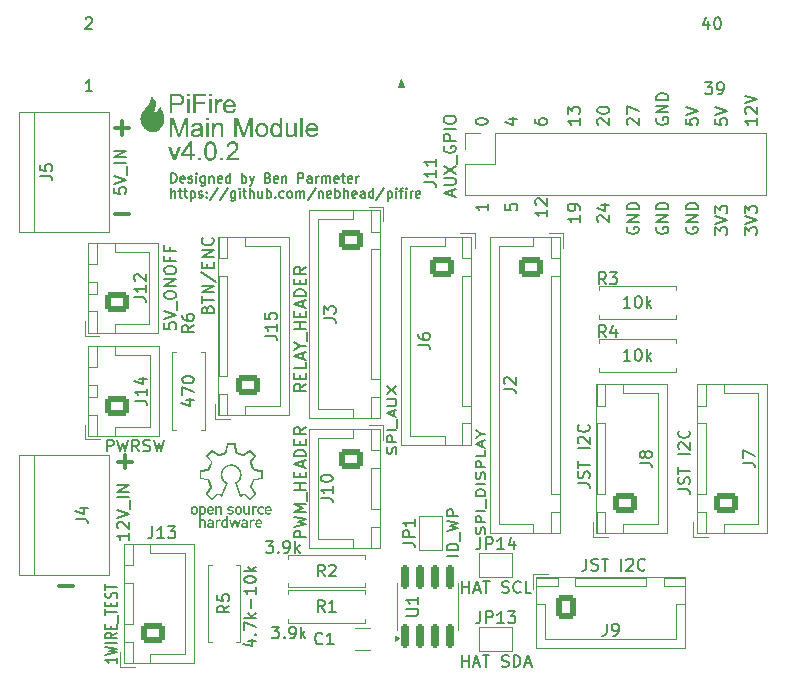
<source format=gto>
G04 #@! TF.GenerationSoftware,KiCad,Pcbnew,8.0.2-8.0.2-0~ubuntu22.04.1*
G04 #@! TF.CreationDate,2024-05-06T17:13:43-07:00*
G04 #@! TF.ProjectId,pifire-main-module-nopwr,70696669-7265-42d6-9d61-696e2d6d6f64,rev?*
G04 #@! TF.SameCoordinates,Original*
G04 #@! TF.FileFunction,Legend,Top*
G04 #@! TF.FilePolarity,Positive*
%FSLAX46Y46*%
G04 Gerber Fmt 4.6, Leading zero omitted, Abs format (unit mm)*
G04 Created by KiCad (PCBNEW 8.0.2-8.0.2-0~ubuntu22.04.1) date 2024-05-06 17:13:43*
%MOMM*%
%LPD*%
G01*
G04 APERTURE LIST*
G04 Aperture macros list*
%AMRoundRect*
0 Rectangle with rounded corners*
0 $1 Rounding radius*
0 $2 $3 $4 $5 $6 $7 $8 $9 X,Y pos of 4 corners*
0 Add a 4 corners polygon primitive as box body*
4,1,4,$2,$3,$4,$5,$6,$7,$8,$9,$2,$3,0*
0 Add four circle primitives for the rounded corners*
1,1,$1+$1,$2,$3*
1,1,$1+$1,$4,$5*
1,1,$1+$1,$6,$7*
1,1,$1+$1,$8,$9*
0 Add four rect primitives between the rounded corners*
20,1,$1+$1,$2,$3,$4,$5,0*
20,1,$1+$1,$4,$5,$6,$7,0*
20,1,$1+$1,$6,$7,$8,$9,0*
20,1,$1+$1,$8,$9,$2,$3,0*%
%AMFreePoly0*
4,1,6,1.000000,0.000000,0.500000,-0.750000,-0.500000,-0.750000,-0.500000,0.750000,0.500000,0.750000,1.000000,0.000000,1.000000,0.000000,$1*%
%AMFreePoly1*
4,1,6,0.500000,-0.750000,-0.650000,-0.750000,-0.150000,0.000000,-0.650000,0.750000,0.500000,0.750000,0.500000,-0.750000,0.500000,-0.750000,$1*%
G04 Aperture macros list end*
%ADD10C,0.000000*%
%ADD11C,0.013229*%
%ADD12C,0.120000*%
%ADD13C,0.150000*%
%ADD14C,0.300000*%
%ADD15RoundRect,0.250000X-0.725000X0.600000X-0.725000X-0.600000X0.725000X-0.600000X0.725000X0.600000X0*%
%ADD16O,1.950000X1.700000*%
%ADD17RoundRect,0.250000X-0.600000X-0.725000X0.600000X-0.725000X0.600000X0.725000X-0.600000X0.725000X0*%
%ADD18O,1.700000X1.950000*%
%ADD19R,3.000000X3.000000*%
%ADD20C,3.000000*%
%ADD21C,2.700000*%
%ADD22RoundRect,0.250000X0.750000X-0.600000X0.750000X0.600000X-0.750000X0.600000X-0.750000X-0.600000X0*%
%ADD23O,2.000000X1.700000*%
%ADD24C,1.600000*%
%ADD25O,1.600000X1.600000*%
%ADD26FreePoly0,0.000000*%
%ADD27FreePoly1,0.000000*%
%ADD28RoundRect,0.250000X0.725000X-0.600000X0.725000X0.600000X-0.725000X0.600000X-0.725000X-0.600000X0*%
%ADD29R,1.700000X1.700000*%
%ADD30O,1.700000X1.700000*%
%ADD31FreePoly0,90.000000*%
%ADD32FreePoly1,90.000000*%
%ADD33RoundRect,0.150000X0.150000X-0.825000X0.150000X0.825000X-0.150000X0.825000X-0.150000X-0.825000X0*%
G04 APERTURE END LIST*
D10*
G36*
X117148864Y-86875723D02*
G01*
X117159338Y-86876450D01*
X117169596Y-86877645D01*
X117179646Y-86879298D01*
X117189498Y-86881396D01*
X117199159Y-86883925D01*
X117208638Y-86886875D01*
X117217944Y-86890232D01*
X117227084Y-86893985D01*
X117236068Y-86898120D01*
X117244904Y-86902627D01*
X117253600Y-86907491D01*
X117262164Y-86912702D01*
X117270606Y-86918246D01*
X117278933Y-86924112D01*
X117287154Y-86930287D01*
X117183173Y-87053993D01*
X117176957Y-87049418D01*
X117170940Y-87045199D01*
X117165087Y-87041327D01*
X117159366Y-87037794D01*
X117153743Y-87034591D01*
X117148187Y-87031710D01*
X117142664Y-87029143D01*
X117137140Y-87026882D01*
X117131583Y-87024917D01*
X117125961Y-87023242D01*
X117120239Y-87021847D01*
X117114386Y-87020725D01*
X117108368Y-87019866D01*
X117102152Y-87019263D01*
X117095705Y-87018907D01*
X117088994Y-87018790D01*
X117075848Y-87019322D01*
X117062834Y-87020929D01*
X117050049Y-87023633D01*
X117037594Y-87027453D01*
X117031521Y-87029788D01*
X117025568Y-87032410D01*
X117019746Y-87035321D01*
X117014068Y-87038524D01*
X117008546Y-87042022D01*
X117003194Y-87045816D01*
X116998022Y-87049910D01*
X116993045Y-87054306D01*
X116988273Y-87059006D01*
X116983719Y-87064013D01*
X116979396Y-87069330D01*
X116975316Y-87074959D01*
X116971492Y-87080903D01*
X116967935Y-87087164D01*
X116964658Y-87093745D01*
X116961674Y-87100648D01*
X116958994Y-87107875D01*
X116956632Y-87115430D01*
X116954599Y-87123315D01*
X116952908Y-87131533D01*
X116951571Y-87140085D01*
X116950601Y-87148975D01*
X116950010Y-87158205D01*
X116949810Y-87167777D01*
X116949810Y-87596521D01*
X116806459Y-87596521D01*
X116806459Y-86883931D01*
X116949810Y-86883931D01*
X116949810Y-86959814D01*
X116952628Y-86959814D01*
X116961288Y-86949606D01*
X116970398Y-86940056D01*
X116979945Y-86931163D01*
X116989917Y-86922929D01*
X117000302Y-86915352D01*
X117011086Y-86908434D01*
X117022257Y-86902174D01*
X117033804Y-86896572D01*
X117045712Y-86891629D01*
X117057971Y-86887345D01*
X117070566Y-86883720D01*
X117083487Y-86880753D01*
X117096720Y-86878446D01*
X117110252Y-86876797D01*
X117124072Y-86875808D01*
X117138167Y-86875478D01*
X117148864Y-86875723D01*
G37*
G36*
X119281848Y-86182773D02*
G01*
X119282024Y-86191743D01*
X119282546Y-86200471D01*
X119283409Y-86208956D01*
X119284604Y-86217194D01*
X119286124Y-86225182D01*
X119287963Y-86232917D01*
X119290112Y-86240397D01*
X119292565Y-86247619D01*
X119295315Y-86254579D01*
X119298353Y-86261275D01*
X119301674Y-86267705D01*
X119305269Y-86273864D01*
X119309132Y-86279751D01*
X119313256Y-86285363D01*
X119317632Y-86290696D01*
X119322255Y-86295748D01*
X119327116Y-86300515D01*
X119332208Y-86304996D01*
X119337525Y-86309188D01*
X119343059Y-86313086D01*
X119348803Y-86316689D01*
X119354749Y-86319994D01*
X119360891Y-86322998D01*
X119367221Y-86325697D01*
X119373732Y-86328090D01*
X119380417Y-86330173D01*
X119387268Y-86331943D01*
X119394279Y-86333398D01*
X119401442Y-86334535D01*
X119408749Y-86335350D01*
X119416194Y-86335841D01*
X119423770Y-86336006D01*
X119431227Y-86335841D01*
X119438561Y-86335350D01*
X119445764Y-86334535D01*
X119452829Y-86333398D01*
X119459749Y-86331943D01*
X119466516Y-86330173D01*
X119473123Y-86328090D01*
X119479562Y-86325697D01*
X119485826Y-86322998D01*
X119491907Y-86319994D01*
X119497798Y-86316689D01*
X119503491Y-86313086D01*
X119508980Y-86309188D01*
X119514255Y-86304996D01*
X119519311Y-86300515D01*
X119524140Y-86295748D01*
X119528733Y-86290696D01*
X119533085Y-86285363D01*
X119537186Y-86279751D01*
X119541030Y-86273864D01*
X119544610Y-86267705D01*
X119547917Y-86261275D01*
X119550945Y-86254579D01*
X119553686Y-86247619D01*
X119556132Y-86240397D01*
X119558276Y-86232917D01*
X119560111Y-86225182D01*
X119561629Y-86217194D01*
X119562823Y-86208956D01*
X119563685Y-86200471D01*
X119564207Y-86191743D01*
X119564383Y-86182773D01*
X119564383Y-85758314D01*
X119707694Y-85758314D01*
X119707694Y-86470983D01*
X119564383Y-86470983D01*
X119564383Y-86395021D01*
X119561605Y-86395021D01*
X119552945Y-86405229D01*
X119543836Y-86414780D01*
X119534293Y-86423672D01*
X119524332Y-86431907D01*
X119513967Y-86439483D01*
X119503212Y-86446401D01*
X119492082Y-86452661D01*
X119480593Y-86458263D01*
X119468758Y-86463206D01*
X119456593Y-86467490D01*
X119444113Y-86471115D01*
X119431332Y-86474082D01*
X119418265Y-86476389D01*
X119404926Y-86478038D01*
X119391331Y-86479027D01*
X119377495Y-86479357D01*
X119366917Y-86479106D01*
X119356282Y-86478354D01*
X119334946Y-86475357D01*
X119313691Y-86470380D01*
X119303159Y-86467153D01*
X119292724Y-86463437D01*
X119282413Y-86459233D01*
X119272251Y-86454542D01*
X119262263Y-86449368D01*
X119252477Y-86443711D01*
X119242917Y-86437573D01*
X119233609Y-86430956D01*
X119224579Y-86423862D01*
X119215852Y-86416293D01*
X119207455Y-86408251D01*
X119199413Y-86399737D01*
X119191752Y-86390753D01*
X119184498Y-86381301D01*
X119177676Y-86371383D01*
X119171312Y-86361000D01*
X119165432Y-86350155D01*
X119160062Y-86338848D01*
X119155227Y-86327083D01*
X119150953Y-86314861D01*
X119147266Y-86302183D01*
X119144192Y-86289051D01*
X119141756Y-86275468D01*
X119139984Y-86261434D01*
X119138902Y-86246953D01*
X119138536Y-86232025D01*
X119138536Y-85758314D01*
X119281848Y-85758314D01*
X119281848Y-86182773D01*
G37*
G36*
X115749404Y-85750356D02*
G01*
X115764902Y-85751697D01*
X115779847Y-85753886D01*
X115794239Y-85756887D01*
X115808080Y-85760662D01*
X115821373Y-85765175D01*
X115834118Y-85770388D01*
X115846319Y-85776263D01*
X115857976Y-85782765D01*
X115869092Y-85789856D01*
X115879668Y-85797498D01*
X115889707Y-85805656D01*
X115899210Y-85814291D01*
X115908179Y-85823366D01*
X115916616Y-85832845D01*
X115924523Y-85842690D01*
X115931572Y-85852161D01*
X115937988Y-85861728D01*
X115943794Y-85871586D01*
X115949016Y-85881933D01*
X115951415Y-85887350D01*
X115953678Y-85892963D01*
X115955807Y-85898795D01*
X115957805Y-85904872D01*
X115959676Y-85911217D01*
X115961422Y-85917856D01*
X115964553Y-85932111D01*
X115967223Y-85947832D01*
X115969457Y-85965215D01*
X115971280Y-85984457D01*
X115972715Y-86005752D01*
X115973789Y-86029296D01*
X115974525Y-86055285D01*
X115974949Y-86083916D01*
X115975085Y-86115383D01*
X115974525Y-86174999D01*
X115972715Y-86224177D01*
X115971280Y-86245334D01*
X115969457Y-86264462D01*
X115967223Y-86281753D01*
X115964553Y-86297400D01*
X115961422Y-86311597D01*
X115957805Y-86324538D01*
X115953678Y-86336415D01*
X115949016Y-86347421D01*
X115943794Y-86357750D01*
X115937988Y-86367596D01*
X115931572Y-86377150D01*
X115924523Y-86386607D01*
X115916616Y-86396453D01*
X115908179Y-86405932D01*
X115899210Y-86415007D01*
X115889707Y-86423642D01*
X115879668Y-86431799D01*
X115869092Y-86439442D01*
X115857976Y-86446532D01*
X115846319Y-86453034D01*
X115834118Y-86458910D01*
X115827814Y-86461602D01*
X115821373Y-86464123D01*
X115814795Y-86466469D01*
X115808080Y-86468635D01*
X115801228Y-86470617D01*
X115794239Y-86472410D01*
X115787112Y-86474010D01*
X115779847Y-86475411D01*
X115772444Y-86476610D01*
X115764902Y-86477601D01*
X115757222Y-86478379D01*
X115749403Y-86478941D01*
X115741446Y-86479282D01*
X115733348Y-86479397D01*
X115719820Y-86479005D01*
X115706638Y-86477848D01*
X115693785Y-86475950D01*
X115681246Y-86473335D01*
X115669004Y-86470028D01*
X115657041Y-86466054D01*
X115645343Y-86461438D01*
X115633891Y-86456204D01*
X115622671Y-86450377D01*
X115611664Y-86443982D01*
X115600855Y-86437043D01*
X115590228Y-86429586D01*
X115579765Y-86421634D01*
X115569450Y-86413213D01*
X115559267Y-86404347D01*
X115549198Y-86395060D01*
X115548682Y-86959814D01*
X115557838Y-86949606D01*
X115567381Y-86940055D01*
X115577303Y-86931162D01*
X115587595Y-86922928D01*
X115598249Y-86915351D01*
X115609258Y-86908433D01*
X115620612Y-86902173D01*
X115632304Y-86896572D01*
X115644325Y-86891629D01*
X115656667Y-86887344D01*
X115669322Y-86883719D01*
X115682282Y-86880752D01*
X115695537Y-86878445D01*
X115709081Y-86876797D01*
X115722905Y-86875807D01*
X115737000Y-86875478D01*
X115747451Y-86875729D01*
X115757967Y-86876480D01*
X115768521Y-86877730D01*
X115779088Y-86879477D01*
X115789642Y-86881719D01*
X115800155Y-86884454D01*
X115810604Y-86887681D01*
X115820961Y-86891397D01*
X115831201Y-86895602D01*
X115841297Y-86900292D01*
X115851223Y-86905467D01*
X115860955Y-86911124D01*
X115870465Y-86917262D01*
X115879727Y-86923879D01*
X115888717Y-86930972D01*
X115897407Y-86938541D01*
X115905771Y-86946584D01*
X115913784Y-86955098D01*
X115921420Y-86964082D01*
X115928653Y-86973534D01*
X115935456Y-86983452D01*
X115941805Y-86993835D01*
X115947671Y-87004680D01*
X115953031Y-87015987D01*
X115957857Y-87027752D01*
X115962125Y-87039974D01*
X115965807Y-87052652D01*
X115968878Y-87065784D01*
X115971311Y-87079367D01*
X115973082Y-87093401D01*
X115974163Y-87107882D01*
X115974529Y-87122810D01*
X115974529Y-87596520D01*
X115831178Y-87596520D01*
X115831178Y-87172063D01*
X115831002Y-87163086D01*
X115830480Y-87154351D01*
X115829618Y-87145861D01*
X115828424Y-87137619D01*
X115826907Y-87129627D01*
X115825072Y-87121888D01*
X115822928Y-87114406D01*
X115820482Y-87107183D01*
X115817741Y-87100222D01*
X115814714Y-87093525D01*
X115811407Y-87087095D01*
X115807828Y-87080936D01*
X115803984Y-87075050D01*
X115799883Y-87069440D01*
X115795533Y-87064108D01*
X115790940Y-87059058D01*
X115786112Y-87054292D01*
X115781058Y-87049813D01*
X115775783Y-87045624D01*
X115770296Y-87041728D01*
X115764604Y-87038127D01*
X115758715Y-87034825D01*
X115752636Y-87031824D01*
X115746374Y-87029127D01*
X115739937Y-87026736D01*
X115733333Y-87024656D01*
X115726568Y-87022887D01*
X115719651Y-87021434D01*
X115712589Y-87020299D01*
X115705388Y-87019485D01*
X115698058Y-87018994D01*
X115690605Y-87018830D01*
X115683026Y-87018994D01*
X115675577Y-87019485D01*
X115668267Y-87020299D01*
X115661102Y-87021434D01*
X115654090Y-87022887D01*
X115647237Y-87024656D01*
X115640551Y-87026736D01*
X115634039Y-87029127D01*
X115627709Y-87031824D01*
X115621566Y-87034825D01*
X115615620Y-87038128D01*
X115609876Y-87041728D01*
X115604343Y-87045624D01*
X115599027Y-87049813D01*
X115593935Y-87054292D01*
X115589074Y-87059058D01*
X115584453Y-87064108D01*
X115580078Y-87069440D01*
X115575955Y-87075050D01*
X115572094Y-87080936D01*
X115568499Y-87087096D01*
X115565180Y-87093525D01*
X115562143Y-87100222D01*
X115559394Y-87107183D01*
X115556943Y-87114407D01*
X115554794Y-87121889D01*
X115552957Y-87129627D01*
X115551437Y-87137619D01*
X115550243Y-87145861D01*
X115549381Y-87154351D01*
X115548858Y-87163086D01*
X115548682Y-87172063D01*
X115548682Y-87596521D01*
X115405292Y-87596521D01*
X115405292Y-86115343D01*
X115549199Y-86115343D01*
X115549761Y-86154293D01*
X115550727Y-86173822D01*
X115552383Y-86193126D01*
X115554903Y-86212009D01*
X115558464Y-86230277D01*
X115563239Y-86247733D01*
X115566137Y-86256095D01*
X115569404Y-86264182D01*
X115573063Y-86271967D01*
X115577135Y-86279428D01*
X115581642Y-86286538D01*
X115586605Y-86293275D01*
X115592048Y-86299614D01*
X115597991Y-86305529D01*
X115604456Y-86310997D01*
X115611466Y-86315994D01*
X115619043Y-86320494D01*
X115627207Y-86324473D01*
X115635982Y-86327907D01*
X115645388Y-86330772D01*
X115655449Y-86333042D01*
X115666185Y-86334695D01*
X115677619Y-86335704D01*
X115689772Y-86336046D01*
X115702051Y-86335724D01*
X115713603Y-86334771D01*
X115724450Y-86333209D01*
X115734613Y-86331058D01*
X115744116Y-86328339D01*
X115752980Y-86325071D01*
X115761227Y-86321277D01*
X115768880Y-86316976D01*
X115775960Y-86312188D01*
X115782490Y-86306936D01*
X115788492Y-86301238D01*
X115793988Y-86295117D01*
X115799000Y-86288592D01*
X115803550Y-86281683D01*
X115807661Y-86274413D01*
X115811354Y-86266801D01*
X115814652Y-86258867D01*
X115817577Y-86250633D01*
X115820151Y-86242119D01*
X115822395Y-86233346D01*
X115824333Y-86224334D01*
X115825987Y-86215104D01*
X115828528Y-86196072D01*
X115830196Y-86176415D01*
X115831168Y-86156298D01*
X115831622Y-86135886D01*
X115831734Y-86115343D01*
X115831168Y-86073906D01*
X115830196Y-86053597D01*
X115828528Y-86033777D01*
X115825987Y-86014609D01*
X115822395Y-85996255D01*
X115817577Y-85978878D01*
X115814652Y-85970607D01*
X115811354Y-85962641D01*
X115807661Y-85955000D01*
X115803550Y-85947705D01*
X115799000Y-85940776D01*
X115793988Y-85934233D01*
X115788492Y-85928097D01*
X115782490Y-85922388D01*
X115775960Y-85917126D01*
X115768880Y-85912332D01*
X115761227Y-85908026D01*
X115752980Y-85904228D01*
X115744116Y-85900959D01*
X115734613Y-85898239D01*
X115724450Y-85896087D01*
X115713603Y-85894526D01*
X115702051Y-85893574D01*
X115689772Y-85893252D01*
X115677622Y-85893594D01*
X115666191Y-85894603D01*
X115655458Y-85896256D01*
X115645400Y-85898528D01*
X115635995Y-85901396D01*
X115627222Y-85904834D01*
X115619059Y-85908819D01*
X115611483Y-85913326D01*
X115604474Y-85918331D01*
X115598008Y-85923811D01*
X115592065Y-85929741D01*
X115586623Y-85936096D01*
X115581659Y-85942853D01*
X115577151Y-85949987D01*
X115573079Y-85957474D01*
X115569419Y-85965290D01*
X115566151Y-85973411D01*
X115563252Y-85981812D01*
X115560700Y-85990470D01*
X115558474Y-85999360D01*
X115556552Y-86008458D01*
X115554911Y-86017740D01*
X115552388Y-86036758D01*
X115550731Y-86056221D01*
X115549763Y-86075935D01*
X115549310Y-86095707D01*
X115549199Y-86115343D01*
X115405292Y-86115343D01*
X115405292Y-85758354D01*
X115549198Y-85758354D01*
X115549198Y-85832848D01*
X115557880Y-85823806D01*
X115567034Y-85815154D01*
X115576641Y-85806918D01*
X115586678Y-85799126D01*
X115597127Y-85791803D01*
X115607967Y-85784976D01*
X115619177Y-85778673D01*
X115630736Y-85772919D01*
X115642625Y-85767743D01*
X115654823Y-85763170D01*
X115667309Y-85759227D01*
X115680063Y-85755941D01*
X115693064Y-85753338D01*
X115706293Y-85751447D01*
X115719728Y-85750292D01*
X115733348Y-85749901D01*
X115749404Y-85750356D01*
G37*
D11*
X111503642Y-53429706D02*
X111562232Y-53433985D01*
X111618783Y-53440943D01*
X111672997Y-53450439D01*
X111724579Y-53462330D01*
X111773232Y-53476474D01*
X111818659Y-53492729D01*
X111860563Y-53510954D01*
X111898648Y-53531007D01*
X111932618Y-53552745D01*
X111962175Y-53576027D01*
X111987023Y-53600711D01*
X111997589Y-53613534D01*
X112006866Y-53626654D01*
X112014818Y-53640054D01*
X112021407Y-53653716D01*
X112026596Y-53667621D01*
X112030349Y-53681753D01*
X112032627Y-53696093D01*
X112033395Y-53710624D01*
X112032627Y-53725156D01*
X112030349Y-53739496D01*
X112026596Y-53753628D01*
X112021407Y-53767533D01*
X112014818Y-53781195D01*
X112006866Y-53794595D01*
X111997589Y-53807715D01*
X111987023Y-53820538D01*
X111975206Y-53833046D01*
X111962175Y-53845222D01*
X111947966Y-53857047D01*
X111932618Y-53868504D01*
X111916166Y-53879575D01*
X111898648Y-53890242D01*
X111880101Y-53900488D01*
X111860563Y-53910295D01*
X111840070Y-53919645D01*
X111818659Y-53928520D01*
X111796367Y-53936903D01*
X111773232Y-53944775D01*
X111749290Y-53952120D01*
X111724579Y-53958919D01*
X111699136Y-53965155D01*
X111672997Y-53970810D01*
X111646200Y-53975866D01*
X111618783Y-53980306D01*
X111590781Y-53984111D01*
X111562232Y-53987264D01*
X111533173Y-53989747D01*
X111503642Y-53991543D01*
X111473675Y-53992633D01*
X111443309Y-53993001D01*
X111382976Y-53991543D01*
X111324386Y-53987264D01*
X111267836Y-53980306D01*
X111213621Y-53970810D01*
X111162039Y-53958919D01*
X111113387Y-53944775D01*
X111067960Y-53928520D01*
X111026055Y-53910295D01*
X110987970Y-53890242D01*
X110954001Y-53868504D01*
X110924443Y-53845222D01*
X110899595Y-53820538D01*
X110889029Y-53807715D01*
X110879752Y-53794595D01*
X110871801Y-53781195D01*
X110865212Y-53767533D01*
X110860022Y-53753628D01*
X110856270Y-53739496D01*
X110853991Y-53725156D01*
X110853223Y-53710624D01*
X110853991Y-53696093D01*
X110856270Y-53681753D01*
X110860022Y-53667621D01*
X110865212Y-53653716D01*
X110871801Y-53640054D01*
X110879752Y-53626654D01*
X110889029Y-53613534D01*
X110899595Y-53600711D01*
X110911412Y-53588203D01*
X110924443Y-53576027D01*
X110938652Y-53564202D01*
X110954001Y-53552745D01*
X110970452Y-53541674D01*
X110987970Y-53531007D01*
X111006517Y-53520761D01*
X111026055Y-53510954D01*
X111046549Y-53501604D01*
X111067960Y-53492729D01*
X111090251Y-53484346D01*
X111113387Y-53476474D01*
X111137328Y-53469129D01*
X111162039Y-53462330D01*
X111187483Y-53456094D01*
X111213621Y-53450439D01*
X111240418Y-53445383D01*
X111267836Y-53440943D01*
X111295838Y-53437138D01*
X111324386Y-53433985D01*
X111353445Y-53431502D01*
X111382976Y-53429706D01*
X111412943Y-53428616D01*
X111443309Y-53428248D01*
X111503642Y-53429706D01*
G36*
X111503642Y-53429706D02*
G01*
X111562232Y-53433985D01*
X111618783Y-53440943D01*
X111672997Y-53450439D01*
X111724579Y-53462330D01*
X111773232Y-53476474D01*
X111818659Y-53492729D01*
X111860563Y-53510954D01*
X111898648Y-53531007D01*
X111932618Y-53552745D01*
X111962175Y-53576027D01*
X111987023Y-53600711D01*
X111997589Y-53613534D01*
X112006866Y-53626654D01*
X112014818Y-53640054D01*
X112021407Y-53653716D01*
X112026596Y-53667621D01*
X112030349Y-53681753D01*
X112032627Y-53696093D01*
X112033395Y-53710624D01*
X112032627Y-53725156D01*
X112030349Y-53739496D01*
X112026596Y-53753628D01*
X112021407Y-53767533D01*
X112014818Y-53781195D01*
X112006866Y-53794595D01*
X111997589Y-53807715D01*
X111987023Y-53820538D01*
X111975206Y-53833046D01*
X111962175Y-53845222D01*
X111947966Y-53857047D01*
X111932618Y-53868504D01*
X111916166Y-53879575D01*
X111898648Y-53890242D01*
X111880101Y-53900488D01*
X111860563Y-53910295D01*
X111840070Y-53919645D01*
X111818659Y-53928520D01*
X111796367Y-53936903D01*
X111773232Y-53944775D01*
X111749290Y-53952120D01*
X111724579Y-53958919D01*
X111699136Y-53965155D01*
X111672997Y-53970810D01*
X111646200Y-53975866D01*
X111618783Y-53980306D01*
X111590781Y-53984111D01*
X111562232Y-53987264D01*
X111533173Y-53989747D01*
X111503642Y-53991543D01*
X111473675Y-53992633D01*
X111443309Y-53993001D01*
X111382976Y-53991543D01*
X111324386Y-53987264D01*
X111267836Y-53980306D01*
X111213621Y-53970810D01*
X111162039Y-53958919D01*
X111113387Y-53944775D01*
X111067960Y-53928520D01*
X111026055Y-53910295D01*
X110987970Y-53890242D01*
X110954001Y-53868504D01*
X110924443Y-53845222D01*
X110899595Y-53820538D01*
X110889029Y-53807715D01*
X110879752Y-53794595D01*
X110871801Y-53781195D01*
X110865212Y-53767533D01*
X110860022Y-53753628D01*
X110856270Y-53739496D01*
X110853991Y-53725156D01*
X110853223Y-53710624D01*
X110853991Y-53696093D01*
X110856270Y-53681753D01*
X110860022Y-53667621D01*
X110865212Y-53653716D01*
X110871801Y-53640054D01*
X110879752Y-53626654D01*
X110889029Y-53613534D01*
X110899595Y-53600711D01*
X110911412Y-53588203D01*
X110924443Y-53576027D01*
X110938652Y-53564202D01*
X110954001Y-53552745D01*
X110970452Y-53541674D01*
X110987970Y-53531007D01*
X111006517Y-53520761D01*
X111026055Y-53510954D01*
X111046549Y-53501604D01*
X111067960Y-53492729D01*
X111090251Y-53484346D01*
X111113387Y-53476474D01*
X111137328Y-53469129D01*
X111162039Y-53462330D01*
X111187483Y-53456094D01*
X111213621Y-53450439D01*
X111240418Y-53445383D01*
X111267836Y-53440943D01*
X111295838Y-53437138D01*
X111324386Y-53433985D01*
X111353445Y-53431502D01*
X111382976Y-53429706D01*
X111412943Y-53428616D01*
X111443309Y-53428248D01*
X111503642Y-53429706D01*
G37*
D10*
G36*
X116384679Y-86876184D02*
G01*
X116415582Y-86878359D01*
X116445007Y-86882086D01*
X116459135Y-86884558D01*
X116472857Y-86887450D01*
X116486162Y-86890773D01*
X116499036Y-86894536D01*
X116511468Y-86898750D01*
X116523446Y-86903427D01*
X116534957Y-86908576D01*
X116545990Y-86914208D01*
X116556533Y-86920334D01*
X116566573Y-86926963D01*
X116576098Y-86934107D01*
X116585096Y-86941777D01*
X116593555Y-86949982D01*
X116601464Y-86958733D01*
X116608809Y-86968041D01*
X116615579Y-86977917D01*
X116621761Y-86988370D01*
X116627345Y-86999411D01*
X116632316Y-87011052D01*
X116636664Y-87023302D01*
X116640377Y-87036172D01*
X116643441Y-87049672D01*
X116645846Y-87063814D01*
X116647578Y-87078607D01*
X116648627Y-87094062D01*
X116648979Y-87110190D01*
X116648979Y-87596521D01*
X116505588Y-87596521D01*
X116505588Y-87533259D01*
X116502770Y-87533259D01*
X116497003Y-87542181D01*
X116490733Y-87550482D01*
X116483918Y-87558167D01*
X116476517Y-87565243D01*
X116468490Y-87571717D01*
X116459795Y-87577595D01*
X116450391Y-87582882D01*
X116440238Y-87587587D01*
X116429292Y-87591714D01*
X116417515Y-87595270D01*
X116404865Y-87598262D01*
X116391300Y-87600695D01*
X116376779Y-87602577D01*
X116361262Y-87603913D01*
X116344707Y-87604710D01*
X116327074Y-87604975D01*
X116312378Y-87604701D01*
X116298074Y-87603887D01*
X116284167Y-87602545D01*
X116270662Y-87600686D01*
X116257564Y-87598323D01*
X116244877Y-87595468D01*
X116232607Y-87592132D01*
X116220758Y-87588326D01*
X116209336Y-87584064D01*
X116198344Y-87579356D01*
X116187789Y-87574215D01*
X116177674Y-87568652D01*
X116168006Y-87562680D01*
X116158788Y-87556310D01*
X116150025Y-87549553D01*
X116141723Y-87542422D01*
X116133886Y-87534929D01*
X116126520Y-87527085D01*
X116119628Y-87518903D01*
X116113217Y-87510393D01*
X116107290Y-87501569D01*
X116101853Y-87492441D01*
X116096911Y-87483022D01*
X116092468Y-87473323D01*
X116088530Y-87463357D01*
X116085101Y-87453135D01*
X116082186Y-87442668D01*
X116079790Y-87431970D01*
X116077918Y-87421051D01*
X116076575Y-87409924D01*
X116075765Y-87398599D01*
X116075494Y-87387090D01*
X116075647Y-87380065D01*
X116210392Y-87380065D01*
X116210843Y-87388943D01*
X116212214Y-87397637D01*
X116214537Y-87406094D01*
X116217842Y-87414259D01*
X116219873Y-87418216D01*
X116222161Y-87422079D01*
X116224711Y-87425844D01*
X116227525Y-87429501D01*
X116230608Y-87433046D01*
X116233963Y-87436471D01*
X116237595Y-87439770D01*
X116241507Y-87442935D01*
X116245704Y-87445961D01*
X116250188Y-87448840D01*
X116254965Y-87451565D01*
X116260037Y-87454131D01*
X116265408Y-87456530D01*
X116271083Y-87458755D01*
X116277066Y-87460801D01*
X116283359Y-87462659D01*
X116296895Y-87465789D01*
X116311721Y-87468091D01*
X116327869Y-87469512D01*
X116345369Y-87469997D01*
X116366855Y-87469828D01*
X116386552Y-87469238D01*
X116404515Y-87468100D01*
X116420801Y-87466289D01*
X116428331Y-87465092D01*
X116435464Y-87463680D01*
X116442204Y-87462036D01*
X116448560Y-87460146D01*
X116454539Y-87457993D01*
X116460146Y-87455561D01*
X116465389Y-87452836D01*
X116470276Y-87449801D01*
X116474813Y-87446440D01*
X116479006Y-87442739D01*
X116482864Y-87438680D01*
X116486392Y-87434249D01*
X116489598Y-87429429D01*
X116492489Y-87424206D01*
X116495071Y-87418563D01*
X116497353Y-87412484D01*
X116499340Y-87405954D01*
X116501039Y-87398957D01*
X116502458Y-87391478D01*
X116503603Y-87383500D01*
X116504482Y-87375008D01*
X116505101Y-87365986D01*
X116505467Y-87356419D01*
X116505588Y-87346291D01*
X116505588Y-87294261D01*
X116334138Y-87294261D01*
X116326359Y-87294359D01*
X116318843Y-87294653D01*
X116311589Y-87295138D01*
X116304596Y-87295813D01*
X116297862Y-87296675D01*
X116291386Y-87297720D01*
X116285168Y-87298947D01*
X116279207Y-87300351D01*
X116273501Y-87301930D01*
X116268049Y-87303682D01*
X116262851Y-87305603D01*
X116257905Y-87307691D01*
X116253210Y-87309942D01*
X116248766Y-87312355D01*
X116244571Y-87314925D01*
X116240624Y-87317651D01*
X116236925Y-87320530D01*
X116233471Y-87323558D01*
X116230263Y-87326732D01*
X116227299Y-87330051D01*
X116224578Y-87333511D01*
X116222098Y-87337108D01*
X116219860Y-87340842D01*
X116217862Y-87344708D01*
X116216103Y-87348703D01*
X116214582Y-87352826D01*
X116213297Y-87357072D01*
X116212249Y-87361440D01*
X116211435Y-87365925D01*
X116210855Y-87370527D01*
X116210508Y-87375241D01*
X116210392Y-87380065D01*
X116075647Y-87380065D01*
X116075725Y-87376471D01*
X116076416Y-87365965D01*
X116077566Y-87355586D01*
X116079175Y-87345350D01*
X116081243Y-87335271D01*
X116083767Y-87325364D01*
X116086748Y-87315643D01*
X116090185Y-87306124D01*
X116094077Y-87296821D01*
X116098423Y-87287748D01*
X116103222Y-87278920D01*
X116108474Y-87270353D01*
X116114178Y-87262060D01*
X116120333Y-87254056D01*
X116126939Y-87246357D01*
X116133994Y-87238976D01*
X116141498Y-87231929D01*
X116149450Y-87225230D01*
X116157849Y-87218894D01*
X116166694Y-87212935D01*
X116175986Y-87207369D01*
X116185722Y-87202210D01*
X116195903Y-87197472D01*
X116206526Y-87193171D01*
X116217593Y-87189320D01*
X116229102Y-87185935D01*
X116241051Y-87183031D01*
X116253441Y-87180622D01*
X116266270Y-87178723D01*
X116279539Y-87177348D01*
X116293245Y-87176512D01*
X116307389Y-87176230D01*
X116505588Y-87176230D01*
X116505588Y-87101737D01*
X116505073Y-87089599D01*
X116504426Y-87083903D01*
X116503515Y-87078450D01*
X116502337Y-87073239D01*
X116500890Y-87068263D01*
X116499171Y-87063522D01*
X116497176Y-87059009D01*
X116494903Y-87054723D01*
X116492350Y-87050660D01*
X116489513Y-87046815D01*
X116486390Y-87043186D01*
X116482977Y-87039768D01*
X116479272Y-87036559D01*
X116475273Y-87033555D01*
X116470975Y-87030751D01*
X116466377Y-87028145D01*
X116461476Y-87025733D01*
X116450752Y-87021477D01*
X116438780Y-87017954D01*
X116425539Y-87015136D01*
X116411004Y-87012993D01*
X116395155Y-87011498D01*
X116377967Y-87010622D01*
X116359419Y-87010337D01*
X116345905Y-87010505D01*
X116333270Y-87011023D01*
X116321470Y-87011909D01*
X116310463Y-87013181D01*
X116305243Y-87013968D01*
X116300205Y-87014857D01*
X116295344Y-87015853D01*
X116290653Y-87016957D01*
X116286129Y-87018170D01*
X116281764Y-87019497D01*
X116277555Y-87020938D01*
X116273495Y-87022496D01*
X116269580Y-87024174D01*
X116265803Y-87025973D01*
X116262160Y-87027896D01*
X116258644Y-87029946D01*
X116255252Y-87032124D01*
X116251976Y-87034433D01*
X116248812Y-87036876D01*
X116245755Y-87039453D01*
X116242799Y-87042169D01*
X116239938Y-87045024D01*
X116237168Y-87048022D01*
X116234482Y-87051164D01*
X116231876Y-87054453D01*
X116229344Y-87057891D01*
X116226881Y-87061481D01*
X116224481Y-87065225D01*
X116112047Y-86979499D01*
X116122604Y-86965813D01*
X116133728Y-86953220D01*
X116145424Y-86941692D01*
X116157699Y-86931200D01*
X116170559Y-86921714D01*
X116184009Y-86913205D01*
X116198057Y-86905644D01*
X116212709Y-86899003D01*
X116227970Y-86893252D01*
X116243847Y-86888362D01*
X116260347Y-86884304D01*
X116277475Y-86881049D01*
X116295237Y-86878568D01*
X116313640Y-86876832D01*
X116332690Y-86875812D01*
X116352394Y-86875478D01*
X116384679Y-86876184D01*
G37*
G36*
X120661937Y-85750012D02*
G01*
X120671882Y-85750462D01*
X120681696Y-85751205D01*
X120691378Y-85752235D01*
X120710344Y-85755132D01*
X120728778Y-85759105D01*
X120746679Y-85764108D01*
X120764042Y-85770093D01*
X120780867Y-85777013D01*
X120797151Y-85784821D01*
X120812891Y-85793469D01*
X120828084Y-85802910D01*
X120842730Y-85813097D01*
X120856824Y-85823983D01*
X120870365Y-85835520D01*
X120883351Y-85847661D01*
X120895779Y-85860359D01*
X120907646Y-85873567D01*
X120802235Y-85967746D01*
X120795477Y-85959728D01*
X120788364Y-85952033D01*
X120780908Y-85944689D01*
X120773119Y-85937722D01*
X120765007Y-85931158D01*
X120756584Y-85925025D01*
X120747860Y-85919349D01*
X120738845Y-85914157D01*
X120729550Y-85909476D01*
X120719986Y-85905332D01*
X120710163Y-85901752D01*
X120700091Y-85898764D01*
X120689782Y-85896392D01*
X120679246Y-85894666D01*
X120668494Y-85893610D01*
X120657535Y-85893252D01*
X120636222Y-85894032D01*
X120616061Y-85896394D01*
X120606421Y-85898180D01*
X120597081Y-85900375D01*
X120588044Y-85902982D01*
X120579313Y-85906008D01*
X120570894Y-85909455D01*
X120562790Y-85913329D01*
X120555004Y-85917633D01*
X120547541Y-85922373D01*
X120540404Y-85927551D01*
X120533597Y-85933174D01*
X120527125Y-85939245D01*
X120520990Y-85945769D01*
X120515198Y-85952749D01*
X120509751Y-85960191D01*
X120504653Y-85968098D01*
X120499909Y-85976476D01*
X120495522Y-85985328D01*
X120491497Y-85994658D01*
X120487837Y-86004472D01*
X120484545Y-86014774D01*
X120481626Y-86025568D01*
X120479084Y-86036857D01*
X120476922Y-86048648D01*
X120475145Y-86060943D01*
X120472759Y-86087067D01*
X120471957Y-86115264D01*
X120472158Y-86129505D01*
X120472759Y-86143231D01*
X120473757Y-86156447D01*
X120475147Y-86169156D01*
X120476925Y-86181362D01*
X120479087Y-86193071D01*
X120481631Y-86204285D01*
X120484551Y-86215009D01*
X120487843Y-86225247D01*
X120491505Y-86235004D01*
X120495532Y-86244282D01*
X120499920Y-86253087D01*
X120504665Y-86261423D01*
X120509764Y-86269293D01*
X120515212Y-86276702D01*
X120521005Y-86283653D01*
X120527141Y-86290151D01*
X120533614Y-86296201D01*
X120540421Y-86301805D01*
X120547558Y-86306969D01*
X120555022Y-86311696D01*
X120562808Y-86315990D01*
X120570912Y-86319856D01*
X120579330Y-86323298D01*
X120588060Y-86326319D01*
X120597096Y-86328924D01*
X120606434Y-86331117D01*
X120616072Y-86332902D01*
X120626005Y-86334284D01*
X120636229Y-86335265D01*
X120646740Y-86335851D01*
X120657535Y-86336046D01*
X120663039Y-86335956D01*
X120668493Y-86335688D01*
X120673895Y-86335245D01*
X120679245Y-86334632D01*
X120689779Y-86332905D01*
X120700086Y-86330534D01*
X120710155Y-86327545D01*
X120719975Y-86323965D01*
X120729537Y-86319822D01*
X120738830Y-86315140D01*
X120747843Y-86309948D01*
X120756567Y-86304272D01*
X120764990Y-86298139D01*
X120773102Y-86291576D01*
X120780893Y-86284609D01*
X120788353Y-86277264D01*
X120795470Y-86269570D01*
X120802235Y-86261552D01*
X120907646Y-86355730D01*
X120895785Y-86368917D01*
X120883364Y-86381598D01*
X120870383Y-86393725D01*
X120856846Y-86405251D01*
X120842755Y-86416128D01*
X120828112Y-86426309D01*
X120812919Y-86435746D01*
X120797180Y-86444392D01*
X120780896Y-86452198D01*
X120764070Y-86459118D01*
X120746704Y-86465104D01*
X120728801Y-86470108D01*
X120710362Y-86474083D01*
X120691391Y-86476981D01*
X120671889Y-86478755D01*
X120651859Y-86479357D01*
X120621133Y-86478126D01*
X120590762Y-86474382D01*
X120560971Y-86468049D01*
X120531984Y-86459051D01*
X120517863Y-86453528D01*
X120504026Y-86447310D01*
X120490504Y-86440387D01*
X120477322Y-86432750D01*
X120464511Y-86424389D01*
X120452096Y-86415294D01*
X120440108Y-86405457D01*
X120428573Y-86394867D01*
X120417519Y-86383515D01*
X120406976Y-86371391D01*
X120396970Y-86358485D01*
X120387530Y-86344789D01*
X120378684Y-86330293D01*
X120370460Y-86314986D01*
X120362886Y-86298860D01*
X120355991Y-86281905D01*
X120349801Y-86264111D01*
X120344346Y-86245468D01*
X120339653Y-86225968D01*
X120335750Y-86205600D01*
X120332666Y-86184356D01*
X120330428Y-86162224D01*
X120329065Y-86139197D01*
X120328605Y-86115264D01*
X120329065Y-86091219D01*
X120330428Y-86068086D01*
X120332666Y-86045855D01*
X120335750Y-86024518D01*
X120339653Y-86004063D01*
X120344346Y-85984482D01*
X120349801Y-85965764D01*
X120355991Y-85947899D01*
X120362886Y-85930879D01*
X120370460Y-85914692D01*
X120378684Y-85899330D01*
X120387530Y-85884783D01*
X120396970Y-85871040D01*
X120406976Y-85858093D01*
X120417519Y-85845931D01*
X120428573Y-85834544D01*
X120440108Y-85823923D01*
X120452096Y-85814058D01*
X120464511Y-85804940D01*
X120477322Y-85796558D01*
X120490504Y-85788902D01*
X120504026Y-85781964D01*
X120517863Y-85775732D01*
X120531984Y-85770198D01*
X120546363Y-85765352D01*
X120560971Y-85761183D01*
X120575780Y-85757683D01*
X120590762Y-85754841D01*
X120605889Y-85752648D01*
X120621133Y-85751093D01*
X120651859Y-85749861D01*
X120661937Y-85750012D01*
G37*
G36*
X117859329Y-87596521D02*
G01*
X117715977Y-87596521D01*
X117715977Y-87522027D01*
X117707302Y-87531056D01*
X117698153Y-87539698D01*
X117688550Y-87547927D01*
X117678514Y-87555716D01*
X117668066Y-87563037D01*
X117657226Y-87569864D01*
X117646016Y-87576169D01*
X117634454Y-87581925D01*
X117622563Y-87587106D01*
X117610363Y-87591684D01*
X117597875Y-87595632D01*
X117585118Y-87598923D01*
X117572115Y-87601530D01*
X117558885Y-87603425D01*
X117545449Y-87604582D01*
X117531827Y-87604974D01*
X117523727Y-87604859D01*
X117515766Y-87604519D01*
X117507945Y-87603957D01*
X117500264Y-87603178D01*
X117492721Y-87602187D01*
X117485318Y-87600989D01*
X117478053Y-87599587D01*
X117470926Y-87597988D01*
X117463938Y-87596195D01*
X117457087Y-87594212D01*
X117450374Y-87592046D01*
X117443798Y-87589700D01*
X117437359Y-87587179D01*
X117431057Y-87584487D01*
X117418862Y-87578612D01*
X117407210Y-87572110D01*
X117396100Y-87565019D01*
X117385530Y-87557377D01*
X117375496Y-87549219D01*
X117365998Y-87540584D01*
X117357033Y-87531509D01*
X117348598Y-87522030D01*
X117340692Y-87512185D01*
X117333636Y-87502714D01*
X117327214Y-87493147D01*
X117321403Y-87483289D01*
X117316176Y-87472943D01*
X117311510Y-87461914D01*
X117307380Y-87450007D01*
X117303761Y-87437025D01*
X117300628Y-87422774D01*
X117297956Y-87407057D01*
X117295720Y-87389679D01*
X117293897Y-87370444D01*
X117292461Y-87349157D01*
X117290650Y-87299643D01*
X117290091Y-87239572D01*
X117433442Y-87239572D01*
X117433554Y-87260358D01*
X117434007Y-87280982D01*
X117434980Y-87301280D01*
X117436648Y-87321091D01*
X117439189Y-87340252D01*
X117440842Y-87349537D01*
X117442780Y-87358599D01*
X117445025Y-87367417D01*
X117447599Y-87375971D01*
X117450523Y-87384240D01*
X117453821Y-87392204D01*
X117457515Y-87399843D01*
X117461625Y-87407137D01*
X117466176Y-87414065D01*
X117471188Y-87420606D01*
X117476683Y-87426741D01*
X117482685Y-87432449D01*
X117489215Y-87437710D01*
X117496296Y-87442504D01*
X117503948Y-87446809D01*
X117512196Y-87450607D01*
X117521060Y-87453876D01*
X117530562Y-87456596D01*
X117540726Y-87458747D01*
X117551573Y-87460309D01*
X117563125Y-87461261D01*
X117575404Y-87461583D01*
X117587557Y-87461241D01*
X117598991Y-87460232D01*
X117609727Y-87458581D01*
X117619787Y-87456310D01*
X117629194Y-87453444D01*
X117637968Y-87450008D01*
X117646133Y-87446026D01*
X117653709Y-87441522D01*
X117660719Y-87436519D01*
X117667185Y-87431043D01*
X117673128Y-87425116D01*
X117678571Y-87418765D01*
X117683534Y-87412011D01*
X117688041Y-87404881D01*
X117692113Y-87397397D01*
X117695771Y-87389585D01*
X117699039Y-87381468D01*
X117701937Y-87373070D01*
X117706712Y-87355530D01*
X117710272Y-87337157D01*
X117712793Y-87318145D01*
X117714449Y-87298687D01*
X117715415Y-87278976D01*
X117715977Y-87239572D01*
X117715866Y-87220179D01*
X117715415Y-87200618D01*
X117714449Y-87181086D01*
X117712793Y-87161777D01*
X117710272Y-87142887D01*
X117708633Y-87133661D01*
X117706712Y-87124613D01*
X117704487Y-87115768D01*
X117701937Y-87107150D01*
X117699039Y-87098784D01*
X117695771Y-87090694D01*
X117692113Y-87082904D01*
X117688041Y-87075440D01*
X117683534Y-87068326D01*
X117678571Y-87061585D01*
X117673128Y-87055244D01*
X117667185Y-87049325D01*
X117660719Y-87043854D01*
X117653709Y-87038854D01*
X117646133Y-87034352D01*
X117637968Y-87030370D01*
X117629194Y-87026933D01*
X117619787Y-87024067D01*
X117609727Y-87021795D01*
X117598991Y-87020142D01*
X117587557Y-87019132D01*
X117575404Y-87018790D01*
X117563125Y-87019112D01*
X117551573Y-87020064D01*
X117540726Y-87021626D01*
X117530562Y-87023777D01*
X117521060Y-87026497D01*
X117512196Y-87029764D01*
X117503948Y-87033559D01*
X117496296Y-87037861D01*
X117489215Y-87042649D01*
X117482685Y-87047902D01*
X117476683Y-87053600D01*
X117471188Y-87059723D01*
X117466176Y-87066249D01*
X117461625Y-87073158D01*
X117457515Y-87080430D01*
X117453821Y-87088044D01*
X117450523Y-87095980D01*
X117447599Y-87104216D01*
X117442780Y-87121508D01*
X117439189Y-87139757D01*
X117436648Y-87158796D01*
X117434980Y-87178462D01*
X117434007Y-87198590D01*
X117433442Y-87239572D01*
X117290091Y-87239572D01*
X117290226Y-87208335D01*
X117290650Y-87179907D01*
X117291387Y-87154092D01*
X117292461Y-87130699D01*
X117293897Y-87109532D01*
X117295721Y-87090398D01*
X117297956Y-87073104D01*
X117300628Y-87057455D01*
X117303761Y-87043259D01*
X117305508Y-87036644D01*
X117307380Y-87030321D01*
X117309380Y-87024263D01*
X117311511Y-87018447D01*
X117313775Y-87012849D01*
X117316176Y-87007444D01*
X117321403Y-86997119D01*
X117327214Y-86987276D01*
X117333636Y-86977724D01*
X117340692Y-86968268D01*
X117348598Y-86958409D01*
X117357033Y-86948921D01*
X117365998Y-86939839D01*
X117375496Y-86931200D01*
X117385530Y-86923041D01*
X117396100Y-86915398D01*
X117407210Y-86908310D01*
X117418862Y-86901811D01*
X117431057Y-86895939D01*
X117443798Y-86890731D01*
X117457087Y-86886224D01*
X117470926Y-86882453D01*
X117485318Y-86879457D01*
X117500264Y-86877271D01*
X117515766Y-86875933D01*
X117531827Y-86875478D01*
X117545356Y-86875870D01*
X117558538Y-86877027D01*
X117571390Y-86878925D01*
X117583930Y-86881540D01*
X117596172Y-86884847D01*
X117608134Y-86888821D01*
X117619833Y-86893437D01*
X117631284Y-86898671D01*
X117642505Y-86904498D01*
X117653511Y-86910893D01*
X117664320Y-86917832D01*
X117674948Y-86925290D01*
X117685411Y-86933241D01*
X117695726Y-86941663D01*
X117705909Y-86950528D01*
X117715977Y-86959814D01*
X117715977Y-86595721D01*
X117859329Y-86595721D01*
X117859329Y-87596521D01*
G37*
G36*
X116380222Y-85750201D02*
G01*
X116394768Y-85751216D01*
X116409149Y-85752896D01*
X116423343Y-85755233D01*
X116437329Y-85758217D01*
X116451086Y-85761839D01*
X116464593Y-85766091D01*
X116477829Y-85770964D01*
X116490772Y-85776448D01*
X116503403Y-85782535D01*
X116515698Y-85789215D01*
X116527638Y-85796480D01*
X116539201Y-85804321D01*
X116550367Y-85812728D01*
X116561113Y-85821692D01*
X116571420Y-85831205D01*
X116581265Y-85841258D01*
X116590628Y-85851842D01*
X116599488Y-85862947D01*
X116607823Y-85874565D01*
X116615613Y-85886686D01*
X116622836Y-85899302D01*
X116629471Y-85912404D01*
X116635497Y-85925982D01*
X116640894Y-85940029D01*
X116645639Y-85954533D01*
X116649713Y-85969488D01*
X116653093Y-85984883D01*
X116655758Y-86000710D01*
X116657688Y-86016960D01*
X116658862Y-86033624D01*
X116659258Y-86050692D01*
X116659258Y-86168762D01*
X116215115Y-86168762D01*
X116215324Y-86179532D01*
X116215944Y-86189964D01*
X116216968Y-86200058D01*
X116218387Y-86209813D01*
X116220193Y-86219230D01*
X116222378Y-86228308D01*
X116224934Y-86237046D01*
X116227852Y-86245446D01*
X116231124Y-86253505D01*
X116234743Y-86261224D01*
X116238699Y-86268603D01*
X116242984Y-86275642D01*
X116247591Y-86282340D01*
X116252510Y-86288696D01*
X116257735Y-86294712D01*
X116263256Y-86300385D01*
X116269065Y-86305717D01*
X116275155Y-86310707D01*
X116281516Y-86315355D01*
X116288142Y-86319660D01*
X116295022Y-86323622D01*
X116302150Y-86327240D01*
X116309517Y-86330516D01*
X116317114Y-86333448D01*
X116324935Y-86336035D01*
X116332969Y-86338279D01*
X116341209Y-86340178D01*
X116349648Y-86341733D01*
X116358276Y-86342942D01*
X116367085Y-86343806D01*
X116376068Y-86344325D01*
X116385216Y-86344498D01*
X116395536Y-86344203D01*
X116405925Y-86343325D01*
X116416350Y-86341874D01*
X116426782Y-86339861D01*
X116437188Y-86337296D01*
X116447539Y-86334189D01*
X116457803Y-86330550D01*
X116467949Y-86326391D01*
X116477947Y-86321721D01*
X116487766Y-86316551D01*
X116497375Y-86310890D01*
X116506743Y-86304750D01*
X116515839Y-86298141D01*
X116524632Y-86291073D01*
X116533092Y-86283556D01*
X116541187Y-86275601D01*
X116645208Y-86364104D01*
X116631787Y-86378832D01*
X116617898Y-86392461D01*
X116603564Y-86405011D01*
X116588811Y-86416503D01*
X116573663Y-86426957D01*
X116558145Y-86436394D01*
X116542281Y-86444835D01*
X116526096Y-86452300D01*
X116509614Y-86458809D01*
X116492860Y-86464384D01*
X116475859Y-86469045D01*
X116458634Y-86472812D01*
X116441210Y-86475706D01*
X116423613Y-86477748D01*
X116405866Y-86478958D01*
X116387994Y-86479357D01*
X116360354Y-86478495D01*
X116332439Y-86475764D01*
X116304532Y-86470940D01*
X116276918Y-86463801D01*
X116249880Y-86454125D01*
X116236666Y-86448267D01*
X116223702Y-86441691D01*
X116211025Y-86434370D01*
X116198669Y-86426275D01*
X116186671Y-86417380D01*
X116175065Y-86407656D01*
X116163888Y-86397076D01*
X116153174Y-86385612D01*
X116142960Y-86373236D01*
X116133280Y-86359920D01*
X116124171Y-86345637D01*
X116115667Y-86330359D01*
X116107805Y-86314058D01*
X116100620Y-86296706D01*
X116094147Y-86278275D01*
X116088421Y-86258739D01*
X116083480Y-86238068D01*
X116079357Y-86216235D01*
X116076088Y-86193213D01*
X116073709Y-86168974D01*
X116072256Y-86143489D01*
X116071764Y-86116732D01*
X116072215Y-86091321D01*
X116073549Y-86066987D01*
X116075074Y-86050732D01*
X116215115Y-86050732D01*
X116515907Y-86050732D01*
X116515344Y-86040727D01*
X116514451Y-86031021D01*
X116513233Y-86021614D01*
X116511696Y-86012508D01*
X116509848Y-86003705D01*
X116507694Y-85995204D01*
X116505241Y-85987009D01*
X116502495Y-85979120D01*
X116499463Y-85971537D01*
X116496152Y-85964264D01*
X116492567Y-85957300D01*
X116488715Y-85950647D01*
X116484603Y-85944306D01*
X116480236Y-85938279D01*
X116475622Y-85932567D01*
X116470767Y-85927171D01*
X116465677Y-85922092D01*
X116460359Y-85917331D01*
X116454819Y-85912891D01*
X116449063Y-85908771D01*
X116443098Y-85904974D01*
X116436931Y-85901500D01*
X116430568Y-85898352D01*
X116424015Y-85895529D01*
X116417278Y-85893034D01*
X116410365Y-85890867D01*
X116403281Y-85889030D01*
X116396033Y-85887525D01*
X116388628Y-85886352D01*
X116381071Y-85885512D01*
X116373370Y-85885007D01*
X116365531Y-85884839D01*
X116357687Y-85885007D01*
X116349974Y-85885512D01*
X116342399Y-85886352D01*
X116334969Y-85887525D01*
X116327692Y-85889030D01*
X116320574Y-85890867D01*
X116313623Y-85893034D01*
X116306845Y-85895529D01*
X116300249Y-85898352D01*
X116293841Y-85901500D01*
X116287629Y-85904974D01*
X116281620Y-85908771D01*
X116275820Y-85912890D01*
X116270238Y-85917331D01*
X116264880Y-85922091D01*
X116259754Y-85927170D01*
X116254866Y-85932567D01*
X116250225Y-85938279D01*
X116245836Y-85944306D01*
X116241709Y-85950647D01*
X116237849Y-85957299D01*
X116234263Y-85964263D01*
X116230960Y-85971537D01*
X116227946Y-85979119D01*
X116225229Y-85987009D01*
X116222815Y-85995204D01*
X116220713Y-86003704D01*
X116218928Y-86012508D01*
X116217469Y-86021614D01*
X116216342Y-86031021D01*
X116215555Y-86040727D01*
X116215115Y-86050732D01*
X116075074Y-86050732D01*
X116075733Y-86043712D01*
X116078735Y-86021479D01*
X116082523Y-86000270D01*
X116087066Y-85980067D01*
X116092331Y-85960852D01*
X116098287Y-85942608D01*
X116104902Y-85925317D01*
X116112144Y-85908962D01*
X116119981Y-85893524D01*
X116128381Y-85878985D01*
X116137312Y-85865329D01*
X116146743Y-85852536D01*
X116156641Y-85840591D01*
X116166974Y-85829474D01*
X116177711Y-85819169D01*
X116188821Y-85809656D01*
X116200270Y-85800920D01*
X116212027Y-85792941D01*
X116224060Y-85785703D01*
X116236337Y-85779187D01*
X116248827Y-85773375D01*
X116261497Y-85768251D01*
X116274316Y-85763796D01*
X116287252Y-85759993D01*
X116300272Y-85756823D01*
X116313346Y-85754269D01*
X116339524Y-85750939D01*
X116365531Y-85749861D01*
X116380222Y-85750201D01*
G37*
G36*
X111325658Y-51041601D02*
G01*
X111338536Y-51048387D01*
X111363908Y-51063532D01*
X111388823Y-51080637D01*
X111413345Y-51099534D01*
X111437538Y-51120056D01*
X111461468Y-51142038D01*
X111485197Y-51165312D01*
X111508790Y-51189712D01*
X111532312Y-51215072D01*
X111555826Y-51241224D01*
X111603090Y-51295241D01*
X111651096Y-51350429D01*
X111700356Y-51405456D01*
X111710028Y-51438062D01*
X111717715Y-51481319D01*
X111723331Y-51533723D01*
X111726789Y-51593774D01*
X111728003Y-51659969D01*
X111726888Y-51730805D01*
X111723356Y-51804782D01*
X111717321Y-51880396D01*
X111708698Y-51956147D01*
X111697400Y-52030531D01*
X111683341Y-52102047D01*
X111666434Y-52169193D01*
X111646593Y-52230466D01*
X111623733Y-52284365D01*
X111611143Y-52308080D01*
X111597766Y-52329388D01*
X111583591Y-52348101D01*
X111568607Y-52364032D01*
X111556246Y-52376754D01*
X111547431Y-52388197D01*
X111541991Y-52398312D01*
X111539756Y-52407053D01*
X111540556Y-52414371D01*
X111544221Y-52420219D01*
X111550580Y-52424549D01*
X111559464Y-52427314D01*
X111570703Y-52428466D01*
X111584126Y-52427958D01*
X111599563Y-52425742D01*
X111616844Y-52421771D01*
X111635799Y-52415997D01*
X111656258Y-52408372D01*
X111678051Y-52398849D01*
X111701007Y-52387380D01*
X111724956Y-52373918D01*
X111749729Y-52358416D01*
X111775155Y-52340824D01*
X111801064Y-52321097D01*
X111827286Y-52299187D01*
X111853651Y-52275045D01*
X111879989Y-52248624D01*
X111906129Y-52219878D01*
X111931901Y-52188757D01*
X111957136Y-52155216D01*
X111981662Y-52119205D01*
X112005311Y-52080678D01*
X112027912Y-52039587D01*
X112049294Y-51995884D01*
X112069288Y-51949522D01*
X112087724Y-51900453D01*
X112166488Y-52037045D01*
X112203684Y-52103507D01*
X112239062Y-52169477D01*
X112272355Y-52235499D01*
X112303293Y-52302121D01*
X112317794Y-52335827D01*
X112331606Y-52369888D01*
X112344695Y-52404373D01*
X112357027Y-52439348D01*
X112379625Y-52509351D01*
X112399575Y-52578224D01*
X112416764Y-52645731D01*
X112431080Y-52711636D01*
X112442410Y-52775701D01*
X112450643Y-52837691D01*
X112453562Y-52867833D01*
X112455665Y-52897368D01*
X112456937Y-52926266D01*
X112457364Y-52954497D01*
X112457364Y-52954498D01*
X112456048Y-53009932D01*
X112452143Y-53064639D01*
X112445714Y-53118550D01*
X112436822Y-53171598D01*
X112425532Y-53223715D01*
X112411907Y-53274834D01*
X112396011Y-53324886D01*
X112377908Y-53373805D01*
X112357660Y-53421523D01*
X112335331Y-53467971D01*
X112310985Y-53513082D01*
X112284686Y-53556789D01*
X112256497Y-53599023D01*
X112226481Y-53639717D01*
X112194702Y-53678804D01*
X112161224Y-53716216D01*
X112126109Y-53751884D01*
X112089422Y-53785742D01*
X112051227Y-53817722D01*
X112011586Y-53847755D01*
X111970563Y-53875775D01*
X111928221Y-53901714D01*
X111884625Y-53925503D01*
X111839838Y-53947075D01*
X111793923Y-53966364D01*
X111746944Y-53983299D01*
X111698964Y-53997816D01*
X111650047Y-54009844D01*
X111600256Y-54019318D01*
X111549655Y-54026168D01*
X111498308Y-54030328D01*
X111446278Y-54031730D01*
X111394247Y-54030328D01*
X111342900Y-54026168D01*
X111292299Y-54019318D01*
X111242509Y-54009844D01*
X111193591Y-53997816D01*
X111145612Y-53983299D01*
X111098632Y-53966364D01*
X111052717Y-53947075D01*
X111007930Y-53925503D01*
X110964334Y-53901714D01*
X110921993Y-53875775D01*
X110880970Y-53847755D01*
X110841329Y-53817722D01*
X110803133Y-53785742D01*
X110766446Y-53751884D01*
X110731332Y-53716216D01*
X110697853Y-53678804D01*
X110666074Y-53639717D01*
X110636058Y-53599023D01*
X110607869Y-53556788D01*
X110581570Y-53513082D01*
X110557224Y-53467970D01*
X110534895Y-53421522D01*
X110514647Y-53373805D01*
X110496544Y-53324886D01*
X110480648Y-53274833D01*
X110467023Y-53223715D01*
X110455733Y-53171597D01*
X110446841Y-53118549D01*
X110440411Y-53064638D01*
X110436507Y-53009932D01*
X110435191Y-52954497D01*
X110436507Y-52899063D01*
X110440411Y-52844357D01*
X110446841Y-52790445D01*
X110455733Y-52737397D01*
X110467023Y-52685280D01*
X110480648Y-52634161D01*
X110496544Y-52584109D01*
X110514647Y-52535190D01*
X110534895Y-52487473D01*
X110557224Y-52441024D01*
X110581569Y-52395913D01*
X110607869Y-52352206D01*
X110636058Y-52309972D01*
X110666074Y-52269278D01*
X110697853Y-52230191D01*
X110731331Y-52192779D01*
X110813286Y-52102698D01*
X110914587Y-51983251D01*
X110969055Y-51914666D01*
X111024234Y-51841321D01*
X111078750Y-51764076D01*
X111131227Y-51683792D01*
X111180291Y-51601329D01*
X111224565Y-51517548D01*
X111244477Y-51475432D01*
X111262676Y-51433309D01*
X111278990Y-51391287D01*
X111293247Y-51349473D01*
X111305276Y-51307975D01*
X111314905Y-51266901D01*
X111321961Y-51226357D01*
X111326273Y-51186452D01*
X111327669Y-51147292D01*
X111325978Y-51108987D01*
X111321026Y-51071642D01*
X111312642Y-51035367D01*
X111325658Y-51041601D01*
G37*
G36*
X115000000Y-85750000D02*
G01*
X115010015Y-85750409D01*
X115019775Y-85751080D01*
X115029281Y-85752001D01*
X115038537Y-85753166D01*
X115047546Y-85754562D01*
X115056313Y-85756182D01*
X115064839Y-85758015D01*
X115073129Y-85760052D01*
X115081186Y-85762283D01*
X115089013Y-85764699D01*
X115096613Y-85767291D01*
X115103990Y-85770048D01*
X115111147Y-85772962D01*
X115118088Y-85776023D01*
X115124815Y-85779220D01*
X115137644Y-85785989D01*
X115149659Y-85793192D01*
X115160889Y-85800753D01*
X115171359Y-85808596D01*
X115181097Y-85816645D01*
X115190128Y-85824823D01*
X115198480Y-85833054D01*
X115206179Y-85841261D01*
X115216080Y-85852601D01*
X115225237Y-85864048D01*
X115233667Y-85875741D01*
X115241382Y-85887821D01*
X115248397Y-85900428D01*
X115254727Y-85913702D01*
X115260386Y-85927783D01*
X115265388Y-85942812D01*
X115269748Y-85958928D01*
X115273480Y-85976271D01*
X115276599Y-85994982D01*
X115279118Y-86015201D01*
X115281053Y-86037067D01*
X115282417Y-86060722D01*
X115283225Y-86086304D01*
X115283491Y-86113955D01*
X115283225Y-86141837D01*
X115282417Y-86167623D01*
X115281053Y-86191457D01*
X115279118Y-86213478D01*
X115276599Y-86233830D01*
X115273480Y-86252653D01*
X115269748Y-86270090D01*
X115265388Y-86286283D01*
X115260386Y-86301373D01*
X115254727Y-86315502D01*
X115248397Y-86328812D01*
X115241382Y-86341444D01*
X115233667Y-86353541D01*
X115225237Y-86365244D01*
X115216080Y-86376696D01*
X115206179Y-86388037D01*
X115198480Y-86396243D01*
X115190128Y-86404472D01*
X115181097Y-86412646D01*
X115171359Y-86420689D01*
X115160889Y-86428526D01*
X115149659Y-86436081D01*
X115137644Y-86443277D01*
X115124815Y-86450038D01*
X115111147Y-86456289D01*
X115096613Y-86461953D01*
X115081186Y-86466954D01*
X115064839Y-86471216D01*
X115047546Y-86474664D01*
X115029281Y-86477220D01*
X115010015Y-86478810D01*
X114989724Y-86479357D01*
X114979445Y-86479219D01*
X114969425Y-86478810D01*
X114959663Y-86478141D01*
X114950154Y-86477220D01*
X114940895Y-86476058D01*
X114931883Y-86474664D01*
X114923114Y-86473047D01*
X114914586Y-86471216D01*
X114906294Y-86469182D01*
X114898235Y-86466954D01*
X114890407Y-86464541D01*
X114882805Y-86461953D01*
X114875426Y-86459199D01*
X114868268Y-86456289D01*
X114861326Y-86453232D01*
X114854598Y-86450038D01*
X114841768Y-86443277D01*
X114829751Y-86436081D01*
X114818520Y-86428526D01*
X114808049Y-86420689D01*
X114798312Y-86412646D01*
X114789280Y-86404472D01*
X114780928Y-86396243D01*
X114773229Y-86388037D01*
X114763329Y-86376696D01*
X114754172Y-86365246D01*
X114745745Y-86353544D01*
X114738033Y-86341450D01*
X114731020Y-86328820D01*
X114724694Y-86315512D01*
X114719038Y-86301385D01*
X114714040Y-86286298D01*
X114709683Y-86270107D01*
X114705955Y-86252670D01*
X114702840Y-86233847D01*
X114700323Y-86213495D01*
X114698391Y-86191471D01*
X114697029Y-86167635D01*
X114696223Y-86141843D01*
X114695957Y-86113955D01*
X114839308Y-86113955D01*
X114839410Y-86132589D01*
X114839724Y-86149570D01*
X114840264Y-86165021D01*
X114841046Y-86179069D01*
X114842084Y-86191841D01*
X114843391Y-86203461D01*
X114844983Y-86214055D01*
X114846874Y-86223750D01*
X114849077Y-86232671D01*
X114851608Y-86240944D01*
X114854480Y-86248694D01*
X114857709Y-86256048D01*
X114861308Y-86263132D01*
X114865292Y-86270070D01*
X114869675Y-86276989D01*
X114874471Y-86284016D01*
X114878698Y-86289473D01*
X114883456Y-86294740D01*
X114888716Y-86299797D01*
X114894450Y-86304619D01*
X114900628Y-86309185D01*
X114907223Y-86313472D01*
X114914205Y-86317457D01*
X114921546Y-86321119D01*
X114929216Y-86324434D01*
X114937187Y-86327379D01*
X114945431Y-86329934D01*
X114953918Y-86332074D01*
X114962619Y-86333778D01*
X114971507Y-86335023D01*
X114980551Y-86335787D01*
X114989724Y-86336046D01*
X114998890Y-86335786D01*
X115007928Y-86335022D01*
X115016810Y-86333775D01*
X115025508Y-86332069D01*
X115033991Y-86329926D01*
X115042233Y-86327369D01*
X115050202Y-86324421D01*
X115057872Y-86321104D01*
X115065213Y-86317441D01*
X115072197Y-86313454D01*
X115078794Y-86309167D01*
X115084976Y-86304602D01*
X115090714Y-86299782D01*
X115095979Y-86294729D01*
X115100743Y-86289466D01*
X115102928Y-86286763D01*
X115104976Y-86284016D01*
X115109772Y-86276990D01*
X115114154Y-86270073D01*
X115118136Y-86263141D01*
X115121733Y-86256070D01*
X115124958Y-86248737D01*
X115127827Y-86241017D01*
X115130354Y-86232787D01*
X115132554Y-86223924D01*
X115134441Y-86214303D01*
X115136029Y-86203800D01*
X115137333Y-86192292D01*
X115138368Y-86179656D01*
X115139147Y-86165766D01*
X115139686Y-86150500D01*
X115140100Y-86115344D01*
X115139999Y-86096708D01*
X115139686Y-86079726D01*
X115139147Y-86064271D01*
X115138368Y-86050218D01*
X115137333Y-86037442D01*
X115136029Y-86025817D01*
X115134441Y-86015217D01*
X115132554Y-86005518D01*
X115130354Y-85996594D01*
X115127827Y-85988320D01*
X115124958Y-85980569D01*
X115121733Y-85973216D01*
X115118136Y-85966137D01*
X115114154Y-85959205D01*
X115109772Y-85952296D01*
X115104976Y-85945283D01*
X115100743Y-85939826D01*
X115095979Y-85934558D01*
X115090714Y-85929501D01*
X115084976Y-85924679D01*
X115078794Y-85920113D01*
X115072197Y-85915826D01*
X115065213Y-85911841D01*
X115057872Y-85908179D01*
X115050202Y-85904865D01*
X115042232Y-85901919D01*
X115033991Y-85899364D01*
X115025508Y-85897224D01*
X115016810Y-85895520D01*
X115007928Y-85894275D01*
X114998890Y-85893511D01*
X114989724Y-85893252D01*
X114980551Y-85893512D01*
X114971507Y-85894277D01*
X114962619Y-85895523D01*
X114953918Y-85897229D01*
X114945431Y-85899372D01*
X114937187Y-85901929D01*
X114929216Y-85904877D01*
X114921546Y-85908194D01*
X114914205Y-85911857D01*
X114907223Y-85915844D01*
X114900628Y-85920131D01*
X114894450Y-85924696D01*
X114888716Y-85929516D01*
X114883456Y-85934569D01*
X114878698Y-85939832D01*
X114876516Y-85942535D01*
X114874471Y-85945283D01*
X114869675Y-85952295D01*
X114865292Y-85959203D01*
X114861308Y-85966128D01*
X114857709Y-85973195D01*
X114854480Y-85980526D01*
X114851608Y-85988246D01*
X114849077Y-85996478D01*
X114846874Y-86005345D01*
X114844983Y-86014970D01*
X114843391Y-86025478D01*
X114842084Y-86036990D01*
X114841046Y-86049632D01*
X114840264Y-86063526D01*
X114839724Y-86078795D01*
X114839308Y-86113955D01*
X114695957Y-86113955D01*
X114696223Y-86086304D01*
X114697029Y-86060723D01*
X114698391Y-86037071D01*
X114700323Y-86015206D01*
X114702840Y-85994990D01*
X114705955Y-85976281D01*
X114709683Y-85958940D01*
X114714040Y-85942827D01*
X114719038Y-85927800D01*
X114724694Y-85913720D01*
X114731020Y-85900446D01*
X114738033Y-85887838D01*
X114745745Y-85875756D01*
X114754172Y-85864059D01*
X114763329Y-85852608D01*
X114773229Y-85841261D01*
X114780928Y-85833054D01*
X114789280Y-85824823D01*
X114798312Y-85816645D01*
X114808049Y-85808596D01*
X114818520Y-85800753D01*
X114829751Y-85793192D01*
X114841768Y-85785989D01*
X114854598Y-85779220D01*
X114868268Y-85772962D01*
X114882805Y-85767291D01*
X114898235Y-85762283D01*
X114914586Y-85758015D01*
X114931883Y-85754562D01*
X114950154Y-85752002D01*
X114969425Y-85750409D01*
X114989724Y-85749861D01*
X115000000Y-85750000D01*
G37*
G36*
X119265548Y-86876184D02*
G01*
X119296446Y-86878359D01*
X119325868Y-86882086D01*
X119339995Y-86884558D01*
X119353716Y-86887450D01*
X119367020Y-86890773D01*
X119379894Y-86894536D01*
X119392326Y-86898750D01*
X119404304Y-86903427D01*
X119415816Y-86908576D01*
X119426849Y-86914208D01*
X119437393Y-86920334D01*
X119447433Y-86926963D01*
X119456960Y-86934107D01*
X119465959Y-86941777D01*
X119474419Y-86949982D01*
X119482329Y-86958733D01*
X119489675Y-86968041D01*
X119496447Y-86977917D01*
X119502630Y-86988370D01*
X119508215Y-86999411D01*
X119513188Y-87011052D01*
X119517537Y-87023302D01*
X119521250Y-87036172D01*
X119524315Y-87049672D01*
X119526720Y-87063814D01*
X119528453Y-87078607D01*
X119529502Y-87094062D01*
X119529854Y-87110190D01*
X119529854Y-87596521D01*
X119386424Y-87596521D01*
X119386424Y-87533259D01*
X119383646Y-87533259D01*
X119377871Y-87542181D01*
X119371594Y-87550482D01*
X119364772Y-87558167D01*
X119357365Y-87565243D01*
X119349331Y-87571717D01*
X119340630Y-87577595D01*
X119331222Y-87582882D01*
X119321063Y-87587587D01*
X119310115Y-87591714D01*
X119298336Y-87595270D01*
X119285684Y-87598262D01*
X119272120Y-87600695D01*
X119257601Y-87602577D01*
X119242087Y-87603913D01*
X119225537Y-87604710D01*
X119207909Y-87604975D01*
X119193214Y-87604701D01*
X119178909Y-87603887D01*
X119165002Y-87602545D01*
X119151496Y-87600686D01*
X119138397Y-87598323D01*
X119125709Y-87595468D01*
X119113438Y-87592132D01*
X119101588Y-87588326D01*
X119090164Y-87584064D01*
X119079171Y-87579356D01*
X119068614Y-87574215D01*
X119058497Y-87568652D01*
X119048827Y-87562680D01*
X119039607Y-87556310D01*
X119030843Y-87549553D01*
X119022539Y-87542422D01*
X119014700Y-87534929D01*
X119007332Y-87527085D01*
X119000439Y-87518903D01*
X118994025Y-87510393D01*
X118988097Y-87501569D01*
X118982659Y-87492441D01*
X118977715Y-87483022D01*
X118973271Y-87473323D01*
X118969331Y-87463357D01*
X118965901Y-87453135D01*
X118962985Y-87442668D01*
X118960588Y-87431970D01*
X118958715Y-87421051D01*
X118957371Y-87409924D01*
X118956562Y-87398599D01*
X118956291Y-87387090D01*
X118956443Y-87380065D01*
X119091307Y-87380065D01*
X119091758Y-87388943D01*
X119093129Y-87397637D01*
X119095452Y-87406094D01*
X119098757Y-87414259D01*
X119100787Y-87418216D01*
X119103075Y-87422079D01*
X119105624Y-87425844D01*
X119108438Y-87429501D01*
X119111520Y-87433046D01*
X119114875Y-87436471D01*
X119118506Y-87439770D01*
X119122417Y-87442935D01*
X119126613Y-87445961D01*
X119131096Y-87448840D01*
X119135871Y-87451565D01*
X119140942Y-87454131D01*
X119146312Y-87456530D01*
X119151985Y-87458755D01*
X119157966Y-87460801D01*
X119164257Y-87462659D01*
X119177789Y-87465789D01*
X119192610Y-87468091D01*
X119208752Y-87469512D01*
X119226245Y-87469997D01*
X119247731Y-87469828D01*
X119267427Y-87469238D01*
X119285391Y-87468100D01*
X119301676Y-87466289D01*
X119309207Y-87465092D01*
X119316339Y-87463680D01*
X119323080Y-87462036D01*
X119329436Y-87460146D01*
X119335414Y-87457993D01*
X119341022Y-87455561D01*
X119346265Y-87452836D01*
X119351152Y-87449801D01*
X119355688Y-87446440D01*
X119359882Y-87442739D01*
X119363739Y-87438680D01*
X119367268Y-87434249D01*
X119370474Y-87429429D01*
X119373365Y-87424206D01*
X119375947Y-87418563D01*
X119378228Y-87412484D01*
X119380215Y-87405954D01*
X119381915Y-87398957D01*
X119383334Y-87391478D01*
X119384479Y-87383500D01*
X119385358Y-87375008D01*
X119385977Y-87365986D01*
X119386343Y-87356419D01*
X119386464Y-87346291D01*
X119386463Y-87346291D01*
X119386463Y-87294261D01*
X119215013Y-87294261D01*
X119207238Y-87294359D01*
X119199726Y-87294653D01*
X119192475Y-87295138D01*
X119185484Y-87295813D01*
X119178753Y-87296675D01*
X119172280Y-87297720D01*
X119166064Y-87298947D01*
X119160105Y-87300351D01*
X119154401Y-87301930D01*
X119148951Y-87303682D01*
X119143755Y-87305603D01*
X119138810Y-87307691D01*
X119134117Y-87309942D01*
X119129674Y-87312355D01*
X119125480Y-87314925D01*
X119121534Y-87317651D01*
X119117836Y-87320530D01*
X119114383Y-87323558D01*
X119111175Y-87326732D01*
X119108212Y-87330051D01*
X119105491Y-87333511D01*
X119103012Y-87337108D01*
X119100775Y-87340842D01*
X119098777Y-87344708D01*
X119097018Y-87348703D01*
X119095497Y-87352826D01*
X119094212Y-87357072D01*
X119093164Y-87361440D01*
X119092350Y-87365925D01*
X119091770Y-87370527D01*
X119091423Y-87375241D01*
X119091307Y-87380065D01*
X118956443Y-87380065D01*
X118956521Y-87376471D01*
X118957213Y-87365965D01*
X118958364Y-87355586D01*
X118959975Y-87345350D01*
X118962044Y-87335271D01*
X118964570Y-87325364D01*
X118967554Y-87315643D01*
X118970993Y-87306124D01*
X118974887Y-87296821D01*
X118979236Y-87287748D01*
X118984038Y-87278920D01*
X118989293Y-87270353D01*
X118995000Y-87262060D01*
X119001158Y-87254056D01*
X119007767Y-87246357D01*
X119014825Y-87238976D01*
X119022331Y-87231929D01*
X119030286Y-87225230D01*
X119038687Y-87218894D01*
X119047535Y-87212935D01*
X119056828Y-87207369D01*
X119066566Y-87202210D01*
X119076748Y-87197472D01*
X119087373Y-87193171D01*
X119098440Y-87189320D01*
X119109948Y-87185935D01*
X119121897Y-87183031D01*
X119134286Y-87180622D01*
X119147114Y-87178723D01*
X119160381Y-87177348D01*
X119174084Y-87176512D01*
X119188224Y-87176230D01*
X119386424Y-87176230D01*
X119386424Y-87101737D01*
X119385909Y-87089599D01*
X119385262Y-87083903D01*
X119384351Y-87078450D01*
X119383173Y-87073239D01*
X119381726Y-87068263D01*
X119380006Y-87063522D01*
X119378011Y-87059009D01*
X119375739Y-87054723D01*
X119373185Y-87050660D01*
X119370348Y-87046815D01*
X119367224Y-87043186D01*
X119363810Y-87039768D01*
X119360105Y-87036559D01*
X119356105Y-87033555D01*
X119351807Y-87030751D01*
X119347208Y-87028145D01*
X119342305Y-87025733D01*
X119331578Y-87021477D01*
X119319604Y-87017954D01*
X119306358Y-87015136D01*
X119291819Y-87012993D01*
X119275964Y-87011498D01*
X119258770Y-87010622D01*
X119240215Y-87010337D01*
X119226702Y-87010505D01*
X119214070Y-87011023D01*
X119202274Y-87011909D01*
X119191272Y-87013181D01*
X119186055Y-87013968D01*
X119181020Y-87014857D01*
X119176162Y-87015853D01*
X119171475Y-87016957D01*
X119166954Y-87018170D01*
X119162593Y-87019497D01*
X119158387Y-87020938D01*
X119154331Y-87022496D01*
X119150420Y-87024174D01*
X119146646Y-87025973D01*
X119143007Y-87027896D01*
X119139495Y-87029946D01*
X119136106Y-87032124D01*
X119132833Y-87034433D01*
X119129673Y-87036876D01*
X119126618Y-87039453D01*
X119123665Y-87042169D01*
X119120807Y-87045024D01*
X119118038Y-87048022D01*
X119115355Y-87051164D01*
X119112750Y-87054453D01*
X119110219Y-87057891D01*
X119107757Y-87061481D01*
X119105357Y-87065225D01*
X118992883Y-86979499D01*
X119003441Y-86965813D01*
X119014567Y-86953220D01*
X119026267Y-86941692D01*
X119038547Y-86931200D01*
X119051412Y-86921714D01*
X119064868Y-86913205D01*
X119078922Y-86905644D01*
X119093580Y-86899003D01*
X119108846Y-86893252D01*
X119124728Y-86888362D01*
X119141231Y-86884304D01*
X119158361Y-86881049D01*
X119176124Y-86878568D01*
X119194525Y-86876832D01*
X119213572Y-86875812D01*
X119233270Y-86875478D01*
X119265548Y-86876184D01*
G37*
G36*
X120479147Y-86875778D02*
G01*
X120493693Y-86876793D01*
X120508073Y-86878473D01*
X120522266Y-86880810D01*
X120536251Y-86883794D01*
X120550007Y-86887416D01*
X120563513Y-86891668D01*
X120576748Y-86896540D01*
X120589690Y-86902024D01*
X120602318Y-86908110D01*
X120614612Y-86914789D01*
X120626550Y-86922053D01*
X120638112Y-86929893D01*
X120649275Y-86938298D01*
X120660020Y-86947261D01*
X120670324Y-86956773D01*
X120680168Y-86966824D01*
X120689529Y-86977405D01*
X120698387Y-86988508D01*
X120706721Y-87000123D01*
X120714509Y-87012241D01*
X120721730Y-87024854D01*
X120728364Y-87037952D01*
X120734389Y-87051526D01*
X120739784Y-87065568D01*
X120744528Y-87080068D01*
X120748600Y-87095018D01*
X120751980Y-87110407D01*
X120754644Y-87126229D01*
X120756574Y-87142472D01*
X120757747Y-87159129D01*
X120758143Y-87176190D01*
X120758143Y-87294340D01*
X120314080Y-87294340D01*
X120314288Y-87305103D01*
X120314908Y-87315528D01*
X120315932Y-87325616D01*
X120317350Y-87335365D01*
X120319155Y-87344777D01*
X120321339Y-87353849D01*
X120323894Y-87362583D01*
X120326811Y-87370978D01*
X120330082Y-87379033D01*
X120333698Y-87386749D01*
X120337653Y-87394125D01*
X120341936Y-87401160D01*
X120346541Y-87407855D01*
X120351459Y-87414209D01*
X120356682Y-87420222D01*
X120362201Y-87425894D01*
X120368009Y-87431224D01*
X120374096Y-87436213D01*
X120380456Y-87440859D01*
X120387079Y-87445163D01*
X120393958Y-87449124D01*
X120401084Y-87452742D01*
X120408450Y-87456017D01*
X120416046Y-87458948D01*
X120423865Y-87461535D01*
X120431898Y-87463779D01*
X120440137Y-87465678D01*
X120448575Y-87467232D01*
X120457202Y-87468441D01*
X120466011Y-87469305D01*
X120474993Y-87469824D01*
X120484141Y-87469997D01*
X120494448Y-87469703D01*
X120504825Y-87468827D01*
X120515242Y-87467380D01*
X120525667Y-87465371D01*
X120536070Y-87462811D01*
X120546418Y-87459709D01*
X120556682Y-87456075D01*
X120566829Y-87451920D01*
X120576830Y-87447253D01*
X120586653Y-87442084D01*
X120596266Y-87436424D01*
X120605640Y-87430282D01*
X120614742Y-87423669D01*
X120623543Y-87416594D01*
X120632009Y-87409068D01*
X120640112Y-87401100D01*
X120744133Y-87489682D01*
X120730712Y-87504410D01*
X120716823Y-87518039D01*
X120702489Y-87530589D01*
X120687737Y-87542081D01*
X120672590Y-87552535D01*
X120657073Y-87561972D01*
X120641210Y-87570413D01*
X120625026Y-87577878D01*
X120608547Y-87584387D01*
X120591795Y-87589962D01*
X120574797Y-87594623D01*
X120557576Y-87598390D01*
X120540157Y-87601284D01*
X120522565Y-87603326D01*
X120504824Y-87604536D01*
X120486959Y-87604935D01*
X120459312Y-87604074D01*
X120431391Y-87601342D01*
X120403479Y-87596518D01*
X120375860Y-87589378D01*
X120348818Y-87579701D01*
X120335602Y-87573842D01*
X120322637Y-87567265D01*
X120309959Y-87559942D01*
X120297602Y-87551847D01*
X120285602Y-87542950D01*
X120273996Y-87533224D01*
X120262817Y-87522642D01*
X120252103Y-87511176D01*
X120241888Y-87498797D01*
X120232208Y-87485479D01*
X120223098Y-87471193D01*
X120214594Y-87455911D01*
X120206731Y-87439606D01*
X120199546Y-87422250D01*
X120193072Y-87403815D01*
X120187347Y-87384274D01*
X120182405Y-87363598D01*
X120178282Y-87341760D01*
X120175013Y-87318732D01*
X120172635Y-87294486D01*
X120171182Y-87268995D01*
X120170689Y-87242231D01*
X120171141Y-87216820D01*
X120172475Y-87192486D01*
X120174001Y-87176230D01*
X120314080Y-87176230D01*
X120614832Y-87176230D01*
X120614273Y-87166232D01*
X120613383Y-87156531D01*
X120612167Y-87147130D01*
X120610633Y-87138028D01*
X120608786Y-87129228D01*
X120606634Y-87120731D01*
X120604182Y-87112538D01*
X120601437Y-87104650D01*
X120598406Y-87097069D01*
X120595095Y-87089796D01*
X120591510Y-87082832D01*
X120587658Y-87076179D01*
X120583545Y-87069838D01*
X120579178Y-87063809D01*
X120574563Y-87058096D01*
X120569707Y-87052698D01*
X120564616Y-87047617D01*
X120559297Y-87042854D01*
X120553755Y-87038411D01*
X120547999Y-87034289D01*
X120542033Y-87030490D01*
X120535864Y-87027014D01*
X120529500Y-87023862D01*
X120522945Y-87021037D01*
X120516208Y-87018540D01*
X120509293Y-87016371D01*
X120502208Y-87014533D01*
X120494960Y-87013025D01*
X120487554Y-87011851D01*
X120479997Y-87011010D01*
X120472295Y-87010505D01*
X120464456Y-87010336D01*
X120456612Y-87010505D01*
X120448899Y-87011010D01*
X120441324Y-87011851D01*
X120433894Y-87013025D01*
X120426617Y-87014533D01*
X120419499Y-87016371D01*
X120412548Y-87018540D01*
X120405771Y-87021037D01*
X120399175Y-87023862D01*
X120392767Y-87027014D01*
X120386556Y-87030490D01*
X120380547Y-87034289D01*
X120374748Y-87038411D01*
X120369166Y-87042854D01*
X120363809Y-87047616D01*
X120358684Y-87052697D01*
X120353797Y-87058095D01*
X120349157Y-87063809D01*
X120344770Y-87069837D01*
X120340644Y-87076179D01*
X120336785Y-87082832D01*
X120333202Y-87089796D01*
X120329900Y-87097069D01*
X120326888Y-87104650D01*
X120324173Y-87112538D01*
X120321762Y-87120731D01*
X120319662Y-87129228D01*
X120317880Y-87138028D01*
X120316423Y-87147130D01*
X120315300Y-87156531D01*
X120314516Y-87166232D01*
X120314080Y-87176230D01*
X120174001Y-87176230D01*
X120174659Y-87169213D01*
X120177662Y-87146981D01*
X120181451Y-87125773D01*
X120185995Y-87105572D01*
X120191261Y-87086360D01*
X120197218Y-87068119D01*
X120203834Y-87050831D01*
X120211077Y-87034478D01*
X120218916Y-87019043D01*
X120227317Y-87004508D01*
X120236249Y-86990855D01*
X120245681Y-86978067D01*
X120255580Y-86966125D01*
X120265914Y-86955012D01*
X120276652Y-86944710D01*
X120287762Y-86935201D01*
X120299212Y-86926469D01*
X120310969Y-86918493D01*
X120323003Y-86911258D01*
X120335280Y-86904746D01*
X120347770Y-86898937D01*
X120360439Y-86893816D01*
X120373257Y-86889364D01*
X120386192Y-86885563D01*
X120399211Y-86882395D01*
X120412282Y-86879843D01*
X120438455Y-86876516D01*
X120464456Y-86875438D01*
X120479147Y-86875778D01*
G37*
D12*
X132750000Y-50300000D02*
X132250000Y-50300000D01*
X132500000Y-49550000D01*
X132750000Y-50300000D01*
G36*
X132750000Y-50300000D02*
G01*
X132250000Y-50300000D01*
X132500000Y-49550000D01*
X132750000Y-50300000D01*
G37*
D10*
G36*
X118732656Y-85750000D02*
G01*
X118742678Y-85750409D01*
X118752443Y-85751080D01*
X118761954Y-85752001D01*
X118771215Y-85753166D01*
X118780229Y-85754562D01*
X118788998Y-85756182D01*
X118797528Y-85758015D01*
X118805820Y-85760052D01*
X118813879Y-85762283D01*
X118821708Y-85764699D01*
X118829309Y-85767291D01*
X118836687Y-85770048D01*
X118843845Y-85772962D01*
X118850786Y-85776023D01*
X118857514Y-85779220D01*
X118870342Y-85785989D01*
X118882357Y-85793192D01*
X118893585Y-85800753D01*
X118904053Y-85808596D01*
X118913789Y-85816645D01*
X118922819Y-85824823D01*
X118931169Y-85833054D01*
X118938868Y-85841261D01*
X118948768Y-85852601D01*
X118957924Y-85864048D01*
X118966352Y-85875741D01*
X118974064Y-85887821D01*
X118981076Y-85900428D01*
X118987403Y-85913702D01*
X118993058Y-85927783D01*
X118998057Y-85942812D01*
X119002413Y-85958928D01*
X119006142Y-85976271D01*
X119009257Y-85994982D01*
X119011773Y-86015201D01*
X119013705Y-86037067D01*
X119015067Y-86060722D01*
X119015874Y-86086304D01*
X119016140Y-86113955D01*
X119015874Y-86141837D01*
X119015067Y-86167623D01*
X119013705Y-86191457D01*
X119011773Y-86213478D01*
X119009257Y-86233830D01*
X119006142Y-86252653D01*
X119002413Y-86270090D01*
X118998057Y-86286283D01*
X118993058Y-86301373D01*
X118987403Y-86315502D01*
X118981076Y-86328812D01*
X118974064Y-86341444D01*
X118966352Y-86353541D01*
X118957924Y-86365244D01*
X118948768Y-86376696D01*
X118938868Y-86388037D01*
X118931169Y-86396243D01*
X118922818Y-86404472D01*
X118913789Y-86412646D01*
X118904053Y-86420689D01*
X118893585Y-86428526D01*
X118882357Y-86436081D01*
X118870342Y-86443277D01*
X118857514Y-86450038D01*
X118843845Y-86456289D01*
X118829309Y-86461953D01*
X118813879Y-86466954D01*
X118797528Y-86471216D01*
X118780229Y-86474664D01*
X118761954Y-86477220D01*
X118742678Y-86478810D01*
X118722373Y-86479357D01*
X118712097Y-86479219D01*
X118702082Y-86478810D01*
X118692323Y-86478141D01*
X118682818Y-86477220D01*
X118673562Y-86476058D01*
X118664554Y-86474664D01*
X118655789Y-86473047D01*
X118647263Y-86471216D01*
X118638975Y-86469182D01*
X118630920Y-86466954D01*
X118623095Y-86464541D01*
X118615496Y-86461953D01*
X118608121Y-86459199D01*
X118600966Y-86456289D01*
X118594027Y-86453232D01*
X118587301Y-86450038D01*
X118574476Y-86443277D01*
X118562464Y-86436081D01*
X118551238Y-86428526D01*
X118540771Y-86420689D01*
X118531036Y-86412646D01*
X118522006Y-86404472D01*
X118513656Y-86396243D01*
X118505957Y-86388037D01*
X118496056Y-86376696D01*
X118486897Y-86365246D01*
X118478466Y-86353544D01*
X118470748Y-86341450D01*
X118463730Y-86328820D01*
X118457397Y-86315512D01*
X118451734Y-86301385D01*
X118446728Y-86286298D01*
X118442365Y-86270107D01*
X118438629Y-86252670D01*
X118435507Y-86233847D01*
X118432985Y-86213495D01*
X118431048Y-86191471D01*
X118429682Y-86167635D01*
X118428873Y-86141843D01*
X118428606Y-86113955D01*
X118571997Y-86113955D01*
X118572098Y-86132589D01*
X118572412Y-86149570D01*
X118572953Y-86165021D01*
X118573735Y-86179069D01*
X118574773Y-86191841D01*
X118576082Y-86203461D01*
X118577675Y-86214055D01*
X118579567Y-86223750D01*
X118581772Y-86232671D01*
X118584306Y-86240944D01*
X118587182Y-86248694D01*
X118590414Y-86256048D01*
X118594018Y-86263132D01*
X118598007Y-86270070D01*
X118602396Y-86276989D01*
X118607199Y-86284016D01*
X118611413Y-86289473D01*
X118616161Y-86294740D01*
X118621414Y-86299797D01*
X118627143Y-86304619D01*
X118633319Y-86309185D01*
X118639912Y-86313472D01*
X118646894Y-86317457D01*
X118654234Y-86321119D01*
X118661904Y-86324434D01*
X118669875Y-86327379D01*
X118678117Y-86329934D01*
X118686601Y-86332074D01*
X118695298Y-86333778D01*
X118704178Y-86335023D01*
X118713213Y-86335787D01*
X118722372Y-86336046D01*
X118731545Y-86335786D01*
X118740590Y-86335022D01*
X118749477Y-86333775D01*
X118758179Y-86332069D01*
X118766666Y-86329926D01*
X118774909Y-86327369D01*
X118782880Y-86324421D01*
X118790551Y-86321104D01*
X118797891Y-86317441D01*
X118804873Y-86313454D01*
X118811468Y-86309167D01*
X118817647Y-86304602D01*
X118823381Y-86299782D01*
X118828641Y-86294729D01*
X118833398Y-86289466D01*
X118835580Y-86286763D01*
X118837625Y-86284016D01*
X118842428Y-86276990D01*
X118846814Y-86270073D01*
X118850799Y-86263141D01*
X118854398Y-86256070D01*
X118857624Y-86248737D01*
X118860493Y-86241017D01*
X118863020Y-86232787D01*
X118865218Y-86223924D01*
X118867103Y-86214303D01*
X118868688Y-86203800D01*
X118869990Y-86192292D01*
X118871022Y-86179656D01*
X118871800Y-86165766D01*
X118872337Y-86150500D01*
X118872749Y-86115344D01*
X118872648Y-86096708D01*
X118872337Y-86079726D01*
X118871800Y-86064271D01*
X118871022Y-86050218D01*
X118869990Y-86037442D01*
X118868688Y-86025817D01*
X118867103Y-86015217D01*
X118865218Y-86005518D01*
X118863020Y-85996594D01*
X118860493Y-85988320D01*
X118857624Y-85980569D01*
X118854398Y-85973216D01*
X118850799Y-85966137D01*
X118846814Y-85959205D01*
X118842428Y-85952296D01*
X118837625Y-85945283D01*
X118833398Y-85939826D01*
X118828641Y-85934558D01*
X118823381Y-85929501D01*
X118817647Y-85924679D01*
X118811468Y-85920113D01*
X118804873Y-85915826D01*
X118797891Y-85911841D01*
X118790551Y-85908179D01*
X118782880Y-85904865D01*
X118774909Y-85901919D01*
X118766666Y-85899364D01*
X118758179Y-85897224D01*
X118749477Y-85895520D01*
X118740590Y-85894275D01*
X118731545Y-85893511D01*
X118722372Y-85893252D01*
X118713213Y-85893512D01*
X118704178Y-85894277D01*
X118695298Y-85895523D01*
X118686601Y-85897229D01*
X118678117Y-85899372D01*
X118669875Y-85901929D01*
X118661904Y-85904877D01*
X118654234Y-85908194D01*
X118646894Y-85911857D01*
X118639912Y-85915844D01*
X118633319Y-85920131D01*
X118627143Y-85924696D01*
X118621414Y-85929516D01*
X118616161Y-85934569D01*
X118611413Y-85939832D01*
X118609237Y-85942535D01*
X118607199Y-85945283D01*
X118602396Y-85952295D01*
X118598007Y-85959203D01*
X118594018Y-85966128D01*
X118590414Y-85973195D01*
X118587182Y-85980526D01*
X118584306Y-85988246D01*
X118581772Y-85996478D01*
X118579567Y-86005345D01*
X118577675Y-86014970D01*
X118576082Y-86025478D01*
X118574773Y-86036990D01*
X118573735Y-86049632D01*
X118572953Y-86063526D01*
X118572412Y-86078795D01*
X118571997Y-86113955D01*
X118428606Y-86113955D01*
X118428873Y-86086304D01*
X118429682Y-86060723D01*
X118431048Y-86037071D01*
X118432985Y-86015206D01*
X118435507Y-85994990D01*
X118438629Y-85976281D01*
X118442365Y-85958940D01*
X118446728Y-85942827D01*
X118451734Y-85927800D01*
X118457397Y-85913720D01*
X118463730Y-85900446D01*
X118470748Y-85887838D01*
X118478466Y-85875756D01*
X118486897Y-85864059D01*
X118496056Y-85852608D01*
X118505957Y-85841261D01*
X118513656Y-85833054D01*
X118522006Y-85824823D01*
X118531036Y-85816645D01*
X118540771Y-85808596D01*
X118551238Y-85800753D01*
X118562464Y-85793192D01*
X118574477Y-85785989D01*
X118587301Y-85779220D01*
X118600966Y-85772962D01*
X118615496Y-85767291D01*
X118630920Y-85762283D01*
X118647264Y-85758015D01*
X118664554Y-85754562D01*
X118682818Y-85752002D01*
X118702082Y-85750409D01*
X118722373Y-85749861D01*
X118732656Y-85750000D01*
G37*
G36*
X111506013Y-52127411D02*
G01*
X111502468Y-52151431D01*
X111501257Y-52176069D01*
X111502257Y-52201257D01*
X111505344Y-52226924D01*
X111510395Y-52253002D01*
X111517287Y-52279422D01*
X111525898Y-52306114D01*
X111536104Y-52333009D01*
X111547782Y-52360038D01*
X111560810Y-52387132D01*
X111575063Y-52414221D01*
X111606757Y-52468110D01*
X111641878Y-52521150D01*
X111679443Y-52572790D01*
X111718467Y-52622474D01*
X111757967Y-52669650D01*
X111796957Y-52713765D01*
X111834453Y-52754264D01*
X111869472Y-52790594D01*
X111928138Y-52848535D01*
X111952103Y-52872598D01*
X111974851Y-52897739D01*
X111996338Y-52923914D01*
X112016517Y-52951080D01*
X112035343Y-52979192D01*
X112052770Y-53008208D01*
X112068754Y-53038084D01*
X112083248Y-53068776D01*
X112096207Y-53100241D01*
X112107586Y-53132435D01*
X112117339Y-53165315D01*
X112125421Y-53198837D01*
X112131786Y-53232958D01*
X112136389Y-53267634D01*
X112139184Y-53302822D01*
X112140126Y-53338478D01*
X112139184Y-53374134D01*
X112136389Y-53409321D01*
X112131786Y-53443997D01*
X112125421Y-53478118D01*
X112117339Y-53511641D01*
X112107586Y-53544521D01*
X112096207Y-53576715D01*
X112083248Y-53608180D01*
X112068754Y-53638872D01*
X112052770Y-53668748D01*
X112035343Y-53697764D01*
X112016517Y-53725876D01*
X111996338Y-53753042D01*
X111974851Y-53779217D01*
X111952103Y-53804358D01*
X111928138Y-53828421D01*
X111903002Y-53851364D01*
X111876740Y-53873141D01*
X111849398Y-53893711D01*
X111821021Y-53913029D01*
X111791656Y-53931051D01*
X111761346Y-53947735D01*
X111730139Y-53963037D01*
X111698078Y-53976912D01*
X111665211Y-53989319D01*
X111631581Y-54000212D01*
X111597236Y-54009549D01*
X111562219Y-54017286D01*
X111526577Y-54023379D01*
X111490355Y-54027785D01*
X111453599Y-54030461D01*
X111416354Y-54031363D01*
X111379109Y-54030461D01*
X111342352Y-54027785D01*
X111306131Y-54023379D01*
X111270489Y-54017286D01*
X111235472Y-54009549D01*
X111201127Y-54000212D01*
X111167497Y-53989319D01*
X111134630Y-53976912D01*
X111102570Y-53963037D01*
X111071362Y-53947735D01*
X111041053Y-53931051D01*
X111011687Y-53913029D01*
X110983311Y-53893711D01*
X110955969Y-53873141D01*
X110929707Y-53851364D01*
X110904571Y-53828421D01*
X110880606Y-53804358D01*
X110857857Y-53779217D01*
X110836371Y-53753042D01*
X110816192Y-53725876D01*
X110797366Y-53697764D01*
X110779938Y-53668748D01*
X110763955Y-53638872D01*
X110749461Y-53608180D01*
X110736501Y-53576715D01*
X110725123Y-53544521D01*
X110715369Y-53511641D01*
X110707288Y-53478118D01*
X110700923Y-53443997D01*
X110696320Y-53409321D01*
X110693525Y-53374134D01*
X110692583Y-53338478D01*
X110692889Y-53320319D01*
X110693799Y-53301732D01*
X110695305Y-53282735D01*
X110697394Y-53263347D01*
X110700059Y-53243588D01*
X110703287Y-53223475D01*
X110707071Y-53203029D01*
X110711398Y-53182268D01*
X110721646Y-53139877D01*
X110733951Y-53096456D01*
X110748231Y-53052157D01*
X110764408Y-53007130D01*
X110773235Y-52984634D01*
X110782605Y-52962453D01*
X110792492Y-52940545D01*
X110802873Y-52918864D01*
X110813723Y-52897368D01*
X110825019Y-52876013D01*
X110848851Y-52833547D01*
X110874176Y-52791115D01*
X110900802Y-52748365D01*
X110957185Y-52660508D01*
X110970382Y-52692070D01*
X110984694Y-52721890D01*
X111000000Y-52750000D01*
X111016179Y-52776431D01*
X111033107Y-52801212D01*
X111050664Y-52824374D01*
X111068728Y-52845948D01*
X111087177Y-52865965D01*
X111105889Y-52884455D01*
X111124742Y-52901449D01*
X111143615Y-52916977D01*
X111162385Y-52931070D01*
X111180932Y-52943759D01*
X111199133Y-52955074D01*
X111216866Y-52965045D01*
X111234010Y-52973704D01*
X111250443Y-52981081D01*
X111266043Y-52987206D01*
X111280688Y-52992110D01*
X111294256Y-52995824D01*
X111306627Y-52998379D01*
X111317677Y-52999804D01*
X111327286Y-53000131D01*
X111335331Y-52999389D01*
X111341690Y-52997611D01*
X111346243Y-52994826D01*
X111348866Y-52991064D01*
X111349439Y-52986357D01*
X111347839Y-52980735D01*
X111343945Y-52974229D01*
X111337634Y-52966869D01*
X111328786Y-52958686D01*
X111318060Y-52948439D01*
X111307913Y-52936402D01*
X111298337Y-52922697D01*
X111289325Y-52907444D01*
X111280869Y-52890763D01*
X111272961Y-52872775D01*
X111258759Y-52833364D01*
X111246656Y-52790175D01*
X111236592Y-52744176D01*
X111228505Y-52696331D01*
X111222332Y-52647608D01*
X111218012Y-52598972D01*
X111215484Y-52551389D01*
X111214685Y-52505827D01*
X111215555Y-52463250D01*
X111218030Y-52424625D01*
X111222050Y-52390918D01*
X111227552Y-52363095D01*
X111234476Y-52342122D01*
X111269738Y-52306728D01*
X111304102Y-52271231D01*
X111337935Y-52236487D01*
X111354767Y-52219666D01*
X111371605Y-52203354D01*
X111388494Y-52187660D01*
X111405480Y-52172690D01*
X111422609Y-52158551D01*
X111439928Y-52145351D01*
X111457482Y-52133196D01*
X111475317Y-52122194D01*
X111493479Y-52112452D01*
X111502697Y-52108087D01*
X111512014Y-52104078D01*
X111506013Y-52127411D01*
G37*
G36*
X118451117Y-80421813D02*
G01*
X118452628Y-80421925D01*
X118454131Y-80422110D01*
X118455625Y-80422365D01*
X118457106Y-80422690D01*
X118458574Y-80423081D01*
X118460025Y-80423538D01*
X118461457Y-80424058D01*
X118462869Y-80424639D01*
X118464257Y-80425280D01*
X118465620Y-80425979D01*
X118466955Y-80426733D01*
X118468260Y-80427542D01*
X118469533Y-80428402D01*
X118470772Y-80429314D01*
X118471974Y-80430273D01*
X118473138Y-80431279D01*
X118474260Y-80432330D01*
X118475339Y-80433424D01*
X118476373Y-80434559D01*
X118477358Y-80435733D01*
X118478294Y-80436945D01*
X118479177Y-80438192D01*
X118480006Y-80439473D01*
X118480778Y-80440785D01*
X118481492Y-80442127D01*
X118482143Y-80443498D01*
X118482732Y-80444895D01*
X118483255Y-80446316D01*
X118483710Y-80447760D01*
X118484094Y-80449224D01*
X118484407Y-80450707D01*
X118610018Y-81125514D01*
X118610335Y-81127009D01*
X118610720Y-81128509D01*
X118611686Y-81131515D01*
X118612898Y-81134512D01*
X118614339Y-81137479D01*
X118615993Y-81140398D01*
X118617842Y-81143248D01*
X118619869Y-81146011D01*
X118622058Y-81148666D01*
X118624391Y-81151195D01*
X118626853Y-81153577D01*
X118629425Y-81155792D01*
X118632091Y-81157822D01*
X118634834Y-81159647D01*
X118637637Y-81161247D01*
X118639056Y-81161956D01*
X118640483Y-81162602D01*
X118641917Y-81163182D01*
X118643355Y-81163693D01*
X119095634Y-81348835D01*
X119098444Y-81350072D01*
X119101424Y-81351105D01*
X119104547Y-81351937D01*
X119107789Y-81352568D01*
X119111121Y-81353000D01*
X119114519Y-81353237D01*
X119117956Y-81353278D01*
X119121406Y-81353127D01*
X119124842Y-81352784D01*
X119128238Y-81352252D01*
X119131569Y-81351532D01*
X119134807Y-81350627D01*
X119137927Y-81349538D01*
X119140902Y-81348266D01*
X119143707Y-81346814D01*
X119146315Y-81345184D01*
X119710075Y-80958310D01*
X119711345Y-80957483D01*
X119712653Y-80956720D01*
X119713995Y-80956022D01*
X119715369Y-80955387D01*
X119716772Y-80954815D01*
X119718201Y-80954308D01*
X119719654Y-80953863D01*
X119721127Y-80953481D01*
X119722617Y-80953161D01*
X119724122Y-80952904D01*
X119727164Y-80952576D01*
X119730230Y-80952493D01*
X119733298Y-80952655D01*
X119736343Y-80953058D01*
X119739344Y-80953701D01*
X119742277Y-80954582D01*
X119743711Y-80955111D01*
X119745119Y-80955698D01*
X119746499Y-80956344D01*
X119747848Y-80957048D01*
X119749162Y-80957810D01*
X119750439Y-80958629D01*
X119751677Y-80959506D01*
X119752871Y-80960440D01*
X119754021Y-80961430D01*
X119755121Y-80962477D01*
X120229903Y-81437259D01*
X120230950Y-81438360D01*
X120231939Y-81439509D01*
X120232872Y-81440704D01*
X120233748Y-81441942D01*
X120234565Y-81443221D01*
X120235325Y-81444536D01*
X120236671Y-81447267D01*
X120237782Y-81450112D01*
X120238658Y-81453048D01*
X120239296Y-81456053D01*
X120239696Y-81459102D01*
X120239854Y-81462173D01*
X120239769Y-81465243D01*
X120239441Y-81468288D01*
X120238866Y-81471287D01*
X120238043Y-81474214D01*
X120237538Y-81475645D01*
X120236970Y-81477049D01*
X120236340Y-81478423D01*
X120235646Y-81479766D01*
X120234890Y-81481074D01*
X120234069Y-81482344D01*
X119853942Y-82036381D01*
X119852308Y-82039000D01*
X119850857Y-82041809D01*
X119849591Y-82044783D01*
X119848513Y-82047896D01*
X119847623Y-82051123D01*
X119846924Y-82054438D01*
X119846417Y-82057816D01*
X119846104Y-82061231D01*
X119845986Y-82064657D01*
X119846065Y-82068070D01*
X119846343Y-82071443D01*
X119846821Y-82074751D01*
X119847501Y-82077969D01*
X119848384Y-82081071D01*
X119849472Y-82084031D01*
X119850767Y-82086824D01*
X120050753Y-82553390D01*
X120051895Y-82556255D01*
X120053299Y-82559094D01*
X120054946Y-82561890D01*
X120056815Y-82564625D01*
X120058886Y-82567284D01*
X120061140Y-82569848D01*
X120063557Y-82572302D01*
X120066117Y-82574628D01*
X120068801Y-82576810D01*
X120071587Y-82578830D01*
X120074458Y-82580671D01*
X120077392Y-82582317D01*
X120080370Y-82583751D01*
X120083372Y-82584955D01*
X120086378Y-82585914D01*
X120089369Y-82586609D01*
X120741792Y-82707934D01*
X120743271Y-82708253D01*
X120744732Y-82708644D01*
X120746173Y-82709105D01*
X120747591Y-82709633D01*
X120748985Y-82710226D01*
X120750353Y-82710882D01*
X120751693Y-82711599D01*
X120753003Y-82712374D01*
X120755526Y-82714092D01*
X120757908Y-82716017D01*
X120760133Y-82718132D01*
X120762186Y-82720420D01*
X120764053Y-82722863D01*
X120765718Y-82725443D01*
X120767168Y-82728143D01*
X120767806Y-82729532D01*
X120768385Y-82730944D01*
X120768903Y-82732378D01*
X120769357Y-82733830D01*
X120769746Y-82735299D01*
X120770067Y-82736783D01*
X120770320Y-82738279D01*
X120770501Y-82739785D01*
X120770610Y-82741299D01*
X120770645Y-82742819D01*
X120770565Y-83414291D01*
X120770527Y-83415808D01*
X120770415Y-83417319D01*
X120770229Y-83418824D01*
X120769973Y-83420319D01*
X120769648Y-83421802D01*
X120769255Y-83423272D01*
X120768798Y-83424725D01*
X120768277Y-83426160D01*
X120767694Y-83427574D01*
X120767052Y-83428965D01*
X120766352Y-83430331D01*
X120765597Y-83431669D01*
X120764787Y-83432977D01*
X120763925Y-83434253D01*
X120763013Y-83435495D01*
X120762052Y-83436700D01*
X120761045Y-83437866D01*
X120759993Y-83438991D01*
X120758899Y-83440072D01*
X120757764Y-83441108D01*
X120756589Y-83442096D01*
X120755378Y-83443033D01*
X120754131Y-83443917D01*
X120752851Y-83444747D01*
X120751539Y-83445520D01*
X120750198Y-83446233D01*
X120748829Y-83446885D01*
X120747434Y-83447472D01*
X120746015Y-83447993D01*
X120744574Y-83448446D01*
X120743113Y-83448828D01*
X120741633Y-83449137D01*
X120105244Y-83567564D01*
X120103746Y-83567872D01*
X120102244Y-83568248D01*
X120100742Y-83568692D01*
X120099242Y-83569201D01*
X120096254Y-83570405D01*
X120093302Y-83571843D01*
X120090403Y-83573499D01*
X120087577Y-83575353D01*
X120084843Y-83577389D01*
X120082220Y-83579590D01*
X120079726Y-83581938D01*
X120077381Y-83584415D01*
X120075204Y-83587004D01*
X120073214Y-83589688D01*
X120071429Y-83592449D01*
X120069870Y-83595270D01*
X120068554Y-83598133D01*
X120067993Y-83599575D01*
X120067501Y-83601021D01*
X119868826Y-84097313D01*
X119867596Y-84100136D01*
X119866572Y-84103126D01*
X119865749Y-84106256D01*
X119865128Y-84109502D01*
X119864704Y-84112836D01*
X119864477Y-84116234D01*
X119864444Y-84119669D01*
X119864604Y-84123115D01*
X119864953Y-84126547D01*
X119865491Y-84129939D01*
X119866215Y-84133264D01*
X119867123Y-84136498D01*
X119868213Y-84139613D01*
X119869483Y-84142585D01*
X119870932Y-84145387D01*
X119872556Y-84147994D01*
X120234069Y-84674767D01*
X120234896Y-84676037D01*
X120235659Y-84677345D01*
X120236358Y-84678688D01*
X120236992Y-84680064D01*
X120237564Y-84681469D01*
X120238072Y-84682900D01*
X120238516Y-84684355D01*
X120238898Y-84685830D01*
X120239218Y-84687323D01*
X120239475Y-84688831D01*
X120239803Y-84691880D01*
X120239886Y-84694954D01*
X120239724Y-84698028D01*
X120239321Y-84701081D01*
X120238678Y-84704089D01*
X120237797Y-84707029D01*
X120237268Y-84708466D01*
X120236681Y-84709877D01*
X120236035Y-84711259D01*
X120235331Y-84712610D01*
X120234569Y-84713927D01*
X120233750Y-84715206D01*
X120232873Y-84716445D01*
X120231940Y-84717641D01*
X120230949Y-84718790D01*
X120229902Y-84719891D01*
X119755041Y-85194673D01*
X119753947Y-85195712D01*
X119752804Y-85196696D01*
X119751615Y-85197624D01*
X119750382Y-85198495D01*
X119749108Y-85199309D01*
X119747797Y-85200066D01*
X119745073Y-85201407D01*
X119742232Y-85202517D01*
X119739299Y-85203393D01*
X119736296Y-85204033D01*
X119733248Y-85204436D01*
X119730176Y-85204598D01*
X119727105Y-85204519D01*
X119724058Y-85204195D01*
X119721058Y-85203625D01*
X119718128Y-85202806D01*
X119716697Y-85202303D01*
X119715293Y-85201737D01*
X119713917Y-85201108D01*
X119712574Y-85200416D01*
X119711266Y-85199660D01*
X119709996Y-85198840D01*
X119192510Y-84843677D01*
X119189909Y-84842057D01*
X119187123Y-84840637D01*
X119184177Y-84839417D01*
X119181098Y-84838398D01*
X119177909Y-84837580D01*
X119174637Y-84836962D01*
X119171307Y-84836547D01*
X119167944Y-84836334D01*
X119164573Y-84836324D01*
X119161221Y-84836517D01*
X119157911Y-84836914D01*
X119154671Y-84837515D01*
X119151524Y-84838321D01*
X119148497Y-84839332D01*
X119145614Y-84840548D01*
X119142901Y-84841970D01*
X118914698Y-84963811D01*
X118913333Y-84964459D01*
X118911957Y-84965030D01*
X118910573Y-84965523D01*
X118909181Y-84965939D01*
X118907786Y-84966279D01*
X118906388Y-84966545D01*
X118904991Y-84966736D01*
X118903597Y-84966854D01*
X118902208Y-84966900D01*
X118900827Y-84966874D01*
X118899456Y-84966778D01*
X118898098Y-84966612D01*
X118896754Y-84966378D01*
X118895427Y-84966075D01*
X118894120Y-84965705D01*
X118892835Y-84965269D01*
X118891574Y-84964768D01*
X118890340Y-84964202D01*
X118889135Y-84963573D01*
X118887961Y-84962880D01*
X118886821Y-84962127D01*
X118885718Y-84961312D01*
X118884652Y-84960436D01*
X118883628Y-84959502D01*
X118882647Y-84958509D01*
X118881712Y-84957459D01*
X118880825Y-84956352D01*
X118879988Y-84955190D01*
X118879204Y-84953972D01*
X118878476Y-84952701D01*
X118877804Y-84951376D01*
X118877193Y-84950000D01*
X118406698Y-83813032D01*
X118406154Y-83811618D01*
X118405682Y-83810182D01*
X118405281Y-83808727D01*
X118404950Y-83807256D01*
X118404689Y-83805772D01*
X118404497Y-83804278D01*
X118404371Y-83802775D01*
X118404313Y-83801267D01*
X118404320Y-83799757D01*
X118404392Y-83798246D01*
X118404528Y-83796739D01*
X118404726Y-83795237D01*
X118404987Y-83793743D01*
X118405309Y-83792260D01*
X118405691Y-83790791D01*
X118406132Y-83789339D01*
X118406632Y-83787905D01*
X118407189Y-83786493D01*
X118407803Y-83785106D01*
X118408472Y-83783745D01*
X118409196Y-83782415D01*
X118409974Y-83781117D01*
X118410805Y-83779855D01*
X118411687Y-83778630D01*
X118412621Y-83777446D01*
X118413605Y-83776306D01*
X118414638Y-83775212D01*
X118415719Y-83774166D01*
X118416848Y-83773172D01*
X118418023Y-83772233D01*
X118419244Y-83771350D01*
X118420509Y-83770527D01*
X118477619Y-83735562D01*
X118481730Y-83732944D01*
X118486119Y-83729956D01*
X118490703Y-83726663D01*
X118495399Y-83723130D01*
X118500126Y-83719422D01*
X118504799Y-83715604D01*
X118509337Y-83711742D01*
X118513656Y-83707900D01*
X118551462Y-83682022D01*
X118587542Y-83653926D01*
X118621799Y-83623708D01*
X118654133Y-83591467D01*
X118684447Y-83557300D01*
X118712641Y-83521306D01*
X118738618Y-83483582D01*
X118762278Y-83444226D01*
X118783524Y-83403337D01*
X118802256Y-83361011D01*
X118818377Y-83317347D01*
X118831787Y-83272444D01*
X118842389Y-83226398D01*
X118850083Y-83179307D01*
X118854772Y-83131271D01*
X118856357Y-83082385D01*
X118855391Y-83044171D01*
X118852523Y-83006458D01*
X118847801Y-82969294D01*
X118841271Y-82932725D01*
X118832979Y-82896797D01*
X118822973Y-82861558D01*
X118811298Y-82827054D01*
X118798002Y-82793331D01*
X118783132Y-82760437D01*
X118766733Y-82728418D01*
X118748853Y-82697320D01*
X118729538Y-82667191D01*
X118708835Y-82638077D01*
X118686791Y-82610024D01*
X118663452Y-82583080D01*
X118638865Y-82557290D01*
X118613076Y-82532702D01*
X118586133Y-82509362D01*
X118558081Y-82487317D01*
X118528968Y-82466614D01*
X118498841Y-82447298D01*
X118467745Y-82429418D01*
X118435727Y-82413019D01*
X118402835Y-82398148D01*
X118369115Y-82384852D01*
X118334613Y-82373177D01*
X118299376Y-82363171D01*
X118263452Y-82354879D01*
X118226885Y-82348349D01*
X118189724Y-82343626D01*
X118152015Y-82340759D01*
X118113804Y-82339792D01*
X118075593Y-82340759D01*
X118037884Y-82343626D01*
X118000722Y-82348349D01*
X117964155Y-82354879D01*
X117928229Y-82363171D01*
X117892992Y-82373177D01*
X117858489Y-82384852D01*
X117824767Y-82398148D01*
X117791873Y-82413019D01*
X117759854Y-82429418D01*
X117728757Y-82447298D01*
X117698627Y-82466614D01*
X117669513Y-82487317D01*
X117641459Y-82509362D01*
X117614514Y-82532702D01*
X117588724Y-82557290D01*
X117564135Y-82583080D01*
X117540794Y-82610024D01*
X117518748Y-82638077D01*
X117498043Y-82667191D01*
X117478726Y-82697320D01*
X117460845Y-82728418D01*
X117444445Y-82760437D01*
X117429573Y-82793331D01*
X117416275Y-82827054D01*
X117404600Y-82861558D01*
X117394592Y-82896797D01*
X117386300Y-82932725D01*
X117379769Y-82969294D01*
X117375046Y-83006458D01*
X117372178Y-83044171D01*
X117371211Y-83082385D01*
X117371610Y-83106928D01*
X117372797Y-83131271D01*
X117374760Y-83155401D01*
X117377487Y-83179307D01*
X117380966Y-83202977D01*
X117385183Y-83226398D01*
X117390128Y-83249557D01*
X117395787Y-83272444D01*
X117402149Y-83295045D01*
X117409200Y-83317348D01*
X117416929Y-83339340D01*
X117425323Y-83361011D01*
X117434370Y-83382347D01*
X117444058Y-83403337D01*
X117465306Y-83444226D01*
X117488967Y-83483582D01*
X117514945Y-83521306D01*
X117543139Y-83557300D01*
X117573452Y-83591467D01*
X117605785Y-83623708D01*
X117640038Y-83653926D01*
X117676114Y-83682022D01*
X117713913Y-83707900D01*
X117718257Y-83711742D01*
X117722810Y-83715604D01*
X117727493Y-83719422D01*
X117732224Y-83723130D01*
X117736924Y-83726663D01*
X117741512Y-83729956D01*
X117745907Y-83732944D01*
X117750029Y-83735562D01*
X117807139Y-83770527D01*
X117808412Y-83771350D01*
X117809639Y-83772233D01*
X117810820Y-83773172D01*
X117811954Y-83774166D01*
X117813039Y-83775212D01*
X117814076Y-83776306D01*
X117816000Y-83778630D01*
X117817717Y-83781117D01*
X117819221Y-83783745D01*
X117820505Y-83786493D01*
X117821561Y-83789339D01*
X117822381Y-83792260D01*
X117822960Y-83795237D01*
X117823290Y-83798246D01*
X117823363Y-83801267D01*
X117823173Y-83804278D01*
X117822977Y-83805772D01*
X117822712Y-83807256D01*
X117822378Y-83808727D01*
X117821974Y-83810182D01*
X117821498Y-83811618D01*
X117820951Y-83813032D01*
X117350416Y-84949960D01*
X117349804Y-84951337D01*
X117349133Y-84952662D01*
X117348404Y-84953934D01*
X117347619Y-84955152D01*
X117346782Y-84956316D01*
X117345894Y-84957423D01*
X117344957Y-84958475D01*
X117343975Y-84959468D01*
X117342950Y-84960404D01*
X117341883Y-84961280D01*
X117340778Y-84962096D01*
X117339637Y-84962852D01*
X117338462Y-84963545D01*
X117337256Y-84964176D01*
X117336021Y-84964742D01*
X117334759Y-84965245D01*
X117333473Y-84965682D01*
X117332165Y-84966052D01*
X117330838Y-84966355D01*
X117329494Y-84966590D01*
X117328135Y-84966757D01*
X117326764Y-84966853D01*
X117325383Y-84966878D01*
X117323995Y-84966832D01*
X117322602Y-84966713D01*
X117321206Y-84966520D01*
X117319810Y-84966253D01*
X117318416Y-84965911D01*
X117317027Y-84965493D01*
X117315645Y-84964997D01*
X117314272Y-84964424D01*
X117312911Y-84963771D01*
X117084708Y-84841931D01*
X117082002Y-84840509D01*
X117079124Y-84839294D01*
X117076100Y-84838285D01*
X117072955Y-84837481D01*
X117069715Y-84836883D01*
X117066406Y-84836488D01*
X117063052Y-84836298D01*
X117059680Y-84836310D01*
X117056315Y-84836524D01*
X117052982Y-84836941D01*
X117049708Y-84837558D01*
X117046517Y-84838376D01*
X117043435Y-84839393D01*
X117040487Y-84840609D01*
X117037700Y-84842024D01*
X117035099Y-84843637D01*
X116517653Y-85198801D01*
X116516379Y-85199621D01*
X116515068Y-85200377D01*
X116513722Y-85201069D01*
X116512344Y-85201698D01*
X116510938Y-85202264D01*
X116509505Y-85202767D01*
X116508049Y-85203207D01*
X116506573Y-85203585D01*
X116505080Y-85203901D01*
X116503572Y-85204155D01*
X116500524Y-85204479D01*
X116497453Y-85204559D01*
X116494381Y-85204396D01*
X116491332Y-85203994D01*
X116488329Y-85203354D01*
X116485395Y-85202478D01*
X116483962Y-85201952D01*
X116482554Y-85201368D01*
X116481174Y-85200726D01*
X116479827Y-85200026D01*
X116478514Y-85199269D01*
X116477238Y-85198455D01*
X116476003Y-85197585D01*
X116474811Y-85196657D01*
X116473665Y-85195673D01*
X116472568Y-85194633D01*
X115997707Y-84719852D01*
X115996663Y-84718751D01*
X115995676Y-84717601D01*
X115994746Y-84716406D01*
X115993872Y-84715167D01*
X115993055Y-84713888D01*
X115992296Y-84712571D01*
X115990950Y-84709838D01*
X115989837Y-84706989D01*
X115988959Y-84704050D01*
X115988317Y-84701042D01*
X115987914Y-84697989D01*
X115987752Y-84694914D01*
X115987833Y-84691841D01*
X115988159Y-84688792D01*
X115988733Y-84685791D01*
X115989555Y-84682860D01*
X115990061Y-84681429D01*
X115990629Y-84680024D01*
X115991261Y-84678649D01*
X115991957Y-84677305D01*
X115992716Y-84675997D01*
X115993540Y-84674727D01*
X116355013Y-84147955D01*
X116356651Y-84145348D01*
X116358110Y-84142546D01*
X116359389Y-84139574D01*
X116360486Y-84136458D01*
X116361399Y-84133225D01*
X116362126Y-84129899D01*
X116362665Y-84126508D01*
X116363015Y-84123076D01*
X116363174Y-84119629D01*
X116363140Y-84116194D01*
X116362912Y-84112797D01*
X116362486Y-84109462D01*
X116361863Y-84106217D01*
X116361039Y-84103087D01*
X116360013Y-84100097D01*
X116358784Y-84097274D01*
X116160108Y-83600982D01*
X116159619Y-83599536D01*
X116159061Y-83598094D01*
X116157747Y-83595230D01*
X116156187Y-83592410D01*
X116154400Y-83589649D01*
X116152405Y-83586965D01*
X116150222Y-83584375D01*
X116147870Y-83581898D01*
X116145369Y-83579551D01*
X116142738Y-83577350D01*
X116139997Y-83575314D01*
X116137165Y-83573459D01*
X116134262Y-83571804D01*
X116131307Y-83570366D01*
X116128320Y-83569161D01*
X116125319Y-83568209D01*
X116123820Y-83567832D01*
X116122326Y-83567525D01*
X115485937Y-83449098D01*
X115484453Y-83448789D01*
X115482989Y-83448407D01*
X115481545Y-83447954D01*
X115480124Y-83447433D01*
X115478727Y-83446845D01*
X115477357Y-83446194D01*
X115476014Y-83445480D01*
X115474702Y-83444708D01*
X115473421Y-83443878D01*
X115472174Y-83442993D01*
X115469788Y-83441069D01*
X115467560Y-83438952D01*
X115465502Y-83436661D01*
X115463632Y-83434214D01*
X115461962Y-83431629D01*
X115460509Y-83428925D01*
X115459287Y-83426120D01*
X115458767Y-83424686D01*
X115458311Y-83423232D01*
X115457919Y-83421763D01*
X115457595Y-83420279D01*
X115457339Y-83418784D01*
X115457154Y-83417280D01*
X115457042Y-83415768D01*
X115457004Y-83414252D01*
X115456971Y-82847990D01*
X115599879Y-82847990D01*
X115599919Y-83340869D01*
X116148043Y-83442866D01*
X116155733Y-83444525D01*
X116163085Y-83446385D01*
X116170115Y-83448437D01*
X116176840Y-83450672D01*
X116183279Y-83453080D01*
X116189448Y-83455653D01*
X116195364Y-83458382D01*
X116201046Y-83461256D01*
X116206510Y-83464268D01*
X116211773Y-83467409D01*
X116216854Y-83470668D01*
X116221769Y-83474036D01*
X116226535Y-83477506D01*
X116231171Y-83481067D01*
X116235693Y-83484711D01*
X116240118Y-83488427D01*
X116247830Y-83495759D01*
X116251602Y-83499566D01*
X116255311Y-83503484D01*
X116258952Y-83507529D01*
X116262521Y-83511715D01*
X116266011Y-83516055D01*
X116269417Y-83520565D01*
X116272736Y-83525257D01*
X116275961Y-83530148D01*
X116279087Y-83535249D01*
X116282110Y-83540577D01*
X116285024Y-83546145D01*
X116287824Y-83551966D01*
X116290505Y-83558056D01*
X116293061Y-83564429D01*
X116490665Y-84058221D01*
X116492836Y-84063512D01*
X116494801Y-84068718D01*
X116496569Y-84073840D01*
X116498150Y-84078884D01*
X116499554Y-84083851D01*
X116500791Y-84088746D01*
X116501869Y-84093571D01*
X116502800Y-84098330D01*
X116503592Y-84103026D01*
X116504254Y-84107663D01*
X116504798Y-84112244D01*
X116505232Y-84116772D01*
X116505809Y-84125682D01*
X116506064Y-84134421D01*
X116505480Y-84147738D01*
X116504950Y-84154369D01*
X116504233Y-84160995D01*
X116503305Y-84167631D01*
X116502144Y-84174288D01*
X116500728Y-84180977D01*
X116499034Y-84187711D01*
X116497041Y-84194502D01*
X116494725Y-84201362D01*
X116492064Y-84208302D01*
X116489036Y-84215335D01*
X116485619Y-84222473D01*
X116481790Y-84229727D01*
X116477526Y-84237110D01*
X116472806Y-84244633D01*
X116161854Y-84697864D01*
X116510469Y-85046360D01*
X116954057Y-84741878D01*
X116961292Y-84737266D01*
X116968430Y-84733092D01*
X116975478Y-84729335D01*
X116982441Y-84725976D01*
X116989326Y-84722992D01*
X116996137Y-84720366D01*
X117002882Y-84718075D01*
X117009565Y-84716101D01*
X117016192Y-84714422D01*
X117022771Y-84713019D01*
X117029305Y-84711871D01*
X117035802Y-84710959D01*
X117042268Y-84710261D01*
X117048707Y-84709758D01*
X117055126Y-84709429D01*
X117061530Y-84709255D01*
X117072015Y-84709576D01*
X117077332Y-84709918D01*
X117082702Y-84710400D01*
X117088127Y-84711033D01*
X117093610Y-84711832D01*
X117099152Y-84712809D01*
X117104755Y-84713978D01*
X117110422Y-84715351D01*
X117116155Y-84716942D01*
X117121956Y-84718764D01*
X117127828Y-84720830D01*
X117133771Y-84723153D01*
X117139789Y-84725747D01*
X117145884Y-84728624D01*
X117152058Y-84731797D01*
X117267270Y-84793353D01*
X117653945Y-83858792D01*
X117650457Y-83856242D01*
X117647040Y-83853681D01*
X117643684Y-83851104D01*
X117640377Y-83848508D01*
X117637110Y-83845887D01*
X117633871Y-83843237D01*
X117627434Y-83837837D01*
X117583397Y-83806929D01*
X117541374Y-83773442D01*
X117501478Y-83737490D01*
X117463824Y-83699188D01*
X117428525Y-83658653D01*
X117395696Y-83615998D01*
X117365451Y-83571339D01*
X117337904Y-83524791D01*
X117313169Y-83476470D01*
X117291359Y-83426490D01*
X117272590Y-83374966D01*
X117256975Y-83322013D01*
X117244628Y-83267747D01*
X117235663Y-83212283D01*
X117230195Y-83155736D01*
X117228337Y-83098220D01*
X117229503Y-83052647D01*
X117232935Y-83007674D01*
X117238577Y-82963355D01*
X117246374Y-82919747D01*
X117256269Y-82876904D01*
X117268208Y-82834883D01*
X117282135Y-82793739D01*
X117297994Y-82753528D01*
X117315730Y-82714305D01*
X117335288Y-82676126D01*
X117356610Y-82639046D01*
X117379643Y-82603121D01*
X117404331Y-82568406D01*
X117430617Y-82534958D01*
X117458447Y-82502830D01*
X117487764Y-82472081D01*
X117518514Y-82442763D01*
X117550640Y-82414934D01*
X117584087Y-82388649D01*
X117618800Y-82363964D01*
X117654723Y-82340933D01*
X117691801Y-82319613D01*
X117729977Y-82300058D01*
X117769197Y-82282326D01*
X117809404Y-82266471D01*
X117850543Y-82252548D01*
X117892559Y-82240614D01*
X117935397Y-82230724D01*
X117978999Y-82222933D01*
X118023312Y-82217297D01*
X118068278Y-82213872D01*
X118113844Y-82212713D01*
X118159413Y-82213872D01*
X118204383Y-82217297D01*
X118248698Y-82222933D01*
X118292303Y-82230724D01*
X118335142Y-82240614D01*
X118377159Y-82252548D01*
X118418299Y-82266471D01*
X118458507Y-82282326D01*
X118497727Y-82300059D01*
X118535902Y-82319613D01*
X118572979Y-82340933D01*
X118608901Y-82363964D01*
X118643612Y-82388649D01*
X118677058Y-82414934D01*
X118709182Y-82442763D01*
X118739929Y-82472081D01*
X118769244Y-82502831D01*
X118797070Y-82534958D01*
X118823353Y-82568406D01*
X118848036Y-82603121D01*
X118871065Y-82639046D01*
X118892383Y-82676126D01*
X118911935Y-82714305D01*
X118929666Y-82753528D01*
X118945519Y-82793739D01*
X118959441Y-82834883D01*
X118971374Y-82876904D01*
X118981263Y-82919747D01*
X118989053Y-82963355D01*
X118994688Y-83007674D01*
X118998113Y-83052647D01*
X118999272Y-83098220D01*
X118998808Y-83127092D01*
X118997427Y-83155736D01*
X118995143Y-83184139D01*
X118991970Y-83212285D01*
X118987922Y-83240160D01*
X118983014Y-83267751D01*
X118977260Y-83295042D01*
X118970674Y-83322019D01*
X118963271Y-83348668D01*
X118955064Y-83374975D01*
X118936299Y-83426502D01*
X118914492Y-83476486D01*
X118889759Y-83524811D01*
X118862214Y-83571363D01*
X118831970Y-83616025D01*
X118799143Y-83658683D01*
X118763846Y-83699222D01*
X118726195Y-83737526D01*
X118686303Y-83773479D01*
X118644284Y-83806968D01*
X118600254Y-83837876D01*
X118593768Y-83843305D01*
X118590512Y-83845965D01*
X118587236Y-83848592D01*
X118583931Y-83851189D01*
X118580586Y-83853760D01*
X118577194Y-83856306D01*
X118573743Y-83858831D01*
X118960458Y-84793353D01*
X119075671Y-84731798D01*
X119075710Y-84731798D01*
X119081795Y-84728664D01*
X119087802Y-84725817D01*
X119093737Y-84723245D01*
X119099602Y-84720936D01*
X119105402Y-84718878D01*
X119111142Y-84717057D01*
X119116823Y-84715463D01*
X119122452Y-84714082D01*
X119128032Y-84712903D01*
X119133566Y-84711912D01*
X119139058Y-84711099D01*
X119144513Y-84710450D01*
X119149935Y-84709954D01*
X119155327Y-84709597D01*
X119166039Y-84709255D01*
X119172377Y-84709422D01*
X119178744Y-84709743D01*
X119185144Y-84710239D01*
X119191581Y-84710929D01*
X119198061Y-84711833D01*
X119204587Y-84712973D01*
X119211164Y-84714367D01*
X119217797Y-84716037D01*
X119224489Y-84718001D01*
X119231246Y-84720282D01*
X119238072Y-84722898D01*
X119244972Y-84725870D01*
X119251949Y-84729218D01*
X119259009Y-84732962D01*
X119266156Y-84737122D01*
X119273394Y-84741719D01*
X119717259Y-85046361D01*
X120065794Y-84697865D01*
X119754882Y-84244792D01*
X119750122Y-84237253D01*
X119745826Y-84229852D01*
X119741973Y-84222578D01*
X119738539Y-84215419D01*
X119735500Y-84208366D01*
X119732833Y-84201405D01*
X119730516Y-84194526D01*
X119728525Y-84187717D01*
X119726836Y-84180967D01*
X119725427Y-84174265D01*
X119724274Y-84167600D01*
X119723355Y-84160960D01*
X119722645Y-84154333D01*
X119722123Y-84147708D01*
X119721763Y-84141075D01*
X119721545Y-84134421D01*
X119721762Y-84125866D01*
X119722294Y-84117088D01*
X119723229Y-84108057D01*
X119723875Y-84103437D01*
X119724655Y-84098742D01*
X119725579Y-84093970D01*
X119726659Y-84089116D01*
X119727906Y-84084176D01*
X119729330Y-84079147D01*
X119730943Y-84074025D01*
X119732755Y-84068806D01*
X119734778Y-84063486D01*
X119737023Y-84058063D01*
X119934309Y-83565342D01*
X119936852Y-83558931D01*
X119939520Y-83552798D01*
X119942308Y-83546931D01*
X119945213Y-83541317D01*
X119948228Y-83535940D01*
X119951350Y-83530787D01*
X119954574Y-83525846D01*
X119957894Y-83521101D01*
X119961307Y-83516539D01*
X119964806Y-83512147D01*
X119968389Y-83507911D01*
X119972049Y-83503817D01*
X119975782Y-83499851D01*
X119979583Y-83496000D01*
X119983448Y-83492250D01*
X119987372Y-83488587D01*
X119996289Y-83481195D01*
X120000919Y-83477618D01*
X120005683Y-83474132D01*
X120010599Y-83470748D01*
X120015681Y-83467474D01*
X120020946Y-83464321D01*
X120026410Y-83461297D01*
X120032088Y-83458412D01*
X120037996Y-83455675D01*
X120044150Y-83453097D01*
X120050566Y-83450686D01*
X120057261Y-83448452D01*
X120064249Y-83446404D01*
X120071546Y-83444553D01*
X120079169Y-83442907D01*
X120627730Y-83340830D01*
X120627730Y-82847991D01*
X120063056Y-82742978D01*
X120055535Y-82741327D01*
X120048349Y-82739491D01*
X120041479Y-82737478D01*
X120034909Y-82735296D01*
X120028619Y-82732953D01*
X120022593Y-82730457D01*
X120016812Y-82727816D01*
X120011259Y-82725039D01*
X120005916Y-82722134D01*
X120000764Y-82719108D01*
X119995787Y-82715970D01*
X119990966Y-82712729D01*
X119986283Y-82709391D01*
X119981720Y-82705966D01*
X119977261Y-82702461D01*
X119972886Y-82698885D01*
X119965214Y-82691845D01*
X119961456Y-82688191D01*
X119957757Y-82684430D01*
X119954119Y-82680545D01*
X119950547Y-82676524D01*
X119947045Y-82672351D01*
X119943617Y-82668013D01*
X119940267Y-82663495D01*
X119937000Y-82658783D01*
X119933818Y-82653861D01*
X119930727Y-82648717D01*
X119927731Y-82643335D01*
X119924832Y-82637702D01*
X119922037Y-82631802D01*
X119919348Y-82625622D01*
X119919308Y-82625622D01*
X119719363Y-82159056D01*
X119717121Y-82153826D01*
X119715079Y-82148658D01*
X119713228Y-82143547D01*
X119711561Y-82138490D01*
X119710069Y-82133485D01*
X119708745Y-82128527D01*
X119707581Y-82123615D01*
X119706568Y-82118743D01*
X119705699Y-82113910D01*
X119704966Y-82109111D01*
X119704361Y-82104345D01*
X119703875Y-82099606D01*
X119703501Y-82094893D01*
X119703231Y-82090202D01*
X119702971Y-82080871D01*
X119703534Y-82067754D01*
X119704049Y-82061181D01*
X119704750Y-82054588D01*
X119705660Y-82047970D01*
X119706803Y-82041318D01*
X119708201Y-82034627D01*
X119709877Y-82027889D01*
X119711855Y-82021096D01*
X119714157Y-82014243D01*
X119716806Y-82007322D01*
X119719826Y-82000326D01*
X119723240Y-81993248D01*
X119727069Y-81986081D01*
X119731339Y-81978818D01*
X119736071Y-81971453D01*
X120065675Y-81491115D01*
X119717179Y-81142540D01*
X119226960Y-81479010D01*
X119219374Y-81483760D01*
X119211938Y-81488039D01*
X119204640Y-81491872D01*
X119197468Y-81495282D01*
X119190410Y-81498294D01*
X119183454Y-81500933D01*
X119176588Y-81503221D01*
X119169800Y-81505184D01*
X119163078Y-81506846D01*
X119156410Y-81508230D01*
X119149784Y-81509362D01*
X119143188Y-81510264D01*
X119136610Y-81510962D01*
X119130039Y-81511480D01*
X119116866Y-81512070D01*
X119108049Y-81511816D01*
X119099130Y-81511240D01*
X119090068Y-81510267D01*
X119085470Y-81509607D01*
X119080820Y-81508821D01*
X119076114Y-81507897D01*
X119071346Y-81506826D01*
X119066511Y-81505599D01*
X119061603Y-81504206D01*
X119056617Y-81502639D01*
X119051549Y-81500886D01*
X119046393Y-81498940D01*
X119041143Y-81496790D01*
X118590452Y-81312283D01*
X118584003Y-81309640D01*
X118577850Y-81306878D01*
X118571977Y-81304002D01*
X118566368Y-81301016D01*
X118561009Y-81297926D01*
X118555886Y-81294737D01*
X118550982Y-81291453D01*
X118546284Y-81288079D01*
X118541776Y-81284620D01*
X118537443Y-81281080D01*
X118533271Y-81277465D01*
X118529244Y-81273779D01*
X118525347Y-81270028D01*
X118521566Y-81266216D01*
X118517886Y-81262347D01*
X118514291Y-81258427D01*
X118507098Y-81249570D01*
X118503622Y-81244990D01*
X118500235Y-81240286D01*
X118496946Y-81235438D01*
X118493763Y-81230429D01*
X118490694Y-81225241D01*
X118487745Y-81219856D01*
X118484926Y-81214255D01*
X118482243Y-81208421D01*
X118479704Y-81202336D01*
X118477317Y-81195981D01*
X118475090Y-81189338D01*
X118473030Y-81182390D01*
X118471146Y-81175117D01*
X118469444Y-81167503D01*
X118360224Y-80580525D01*
X117867385Y-80580525D01*
X117758086Y-81168059D01*
X117756419Y-81175541D01*
X117754565Y-81182700D01*
X117752532Y-81189552D01*
X117750327Y-81196114D01*
X117747959Y-81202403D01*
X117745435Y-81208436D01*
X117742764Y-81214230D01*
X117739953Y-81219801D01*
X117737011Y-81225167D01*
X117733945Y-81230344D01*
X117730763Y-81235349D01*
X117727474Y-81240200D01*
X117724084Y-81244912D01*
X117720603Y-81249502D01*
X117717038Y-81253989D01*
X117713398Y-81258388D01*
X117706175Y-81266124D01*
X117702417Y-81269915D01*
X117698541Y-81273647D01*
X117694534Y-81277317D01*
X117690382Y-81280918D01*
X117686070Y-81284446D01*
X117681583Y-81287895D01*
X117676908Y-81291261D01*
X117672031Y-81294537D01*
X117666936Y-81297720D01*
X117661611Y-81300804D01*
X117656040Y-81303783D01*
X117650210Y-81306653D01*
X117644106Y-81309409D01*
X117637713Y-81312045D01*
X117187101Y-81496473D01*
X117181790Y-81498665D01*
X117176567Y-81500649D01*
X117171429Y-81502434D01*
X117166373Y-81504031D01*
X117161395Y-81505448D01*
X117156491Y-81506695D01*
X117151656Y-81507781D01*
X117146888Y-81508716D01*
X117142182Y-81509511D01*
X117137535Y-81510173D01*
X117132942Y-81510713D01*
X117128400Y-81511140D01*
X117119453Y-81511694D01*
X117110664Y-81511911D01*
X117097402Y-81511357D01*
X117090805Y-81510851D01*
X117084214Y-81510161D01*
X117077613Y-81509264D01*
X117070991Y-81508134D01*
X117064333Y-81506749D01*
X117057626Y-81505085D01*
X117050856Y-81503117D01*
X117044010Y-81500823D01*
X117037074Y-81498177D01*
X117030034Y-81495157D01*
X117022877Y-81491738D01*
X117015590Y-81487897D01*
X117008159Y-81483609D01*
X117000570Y-81478852D01*
X116510509Y-81142500D01*
X116161974Y-81491036D01*
X116492015Y-81971929D01*
X116496655Y-81979389D01*
X116500844Y-81986714D01*
X116504603Y-81993914D01*
X116507954Y-82001000D01*
X116510921Y-82007981D01*
X116513524Y-82014868D01*
X116515787Y-82021670D01*
X116517732Y-82028399D01*
X116519381Y-82035065D01*
X116520757Y-82041676D01*
X116521882Y-82048245D01*
X116522778Y-82054780D01*
X116523467Y-82061292D01*
X116523972Y-82067791D01*
X116524315Y-82074288D01*
X116524519Y-82080792D01*
X116524252Y-82090353D01*
X116523582Y-82100009D01*
X116523074Y-82104881D01*
X116522439Y-82109788D01*
X116521666Y-82114733D01*
X116520749Y-82119720D01*
X116519676Y-82124754D01*
X116518441Y-82129837D01*
X116517033Y-82134974D01*
X116515444Y-82140169D01*
X116513665Y-82145424D01*
X116511686Y-82150745D01*
X116509500Y-82156134D01*
X116507096Y-82161596D01*
X116308262Y-82625542D01*
X116308182Y-82625503D01*
X116305507Y-82631676D01*
X116302724Y-82637571D01*
X116299837Y-82643201D01*
X116296850Y-82648581D01*
X116293767Y-82653724D01*
X116290593Y-82658646D01*
X116287332Y-82663359D01*
X116283988Y-82667879D01*
X116280565Y-82672219D01*
X116277068Y-82676394D01*
X116273501Y-82680418D01*
X116269868Y-82684305D01*
X116266174Y-82688069D01*
X116262422Y-82691724D01*
X116258617Y-82695285D01*
X116254763Y-82698766D01*
X116245892Y-82705873D01*
X116241308Y-82709308D01*
X116236602Y-82712654D01*
X116231757Y-82715902D01*
X116226756Y-82719045D01*
X116221581Y-82722073D01*
X116216216Y-82724979D01*
X116210644Y-82727756D01*
X116204847Y-82730393D01*
X116198809Y-82732885D01*
X116192512Y-82735221D01*
X116185939Y-82737395D01*
X116179073Y-82739398D01*
X116171897Y-82741222D01*
X116164394Y-82742859D01*
X115599879Y-82847990D01*
X115456971Y-82847990D01*
X115456965Y-82742779D01*
X115457002Y-82741263D01*
X115457114Y-82739753D01*
X115457299Y-82738250D01*
X115457554Y-82736757D01*
X115457877Y-82735276D01*
X115458268Y-82733809D01*
X115458723Y-82732359D01*
X115459242Y-82730928D01*
X115459822Y-82729517D01*
X115460462Y-82728130D01*
X115461159Y-82726768D01*
X115461912Y-82725433D01*
X115462720Y-82724129D01*
X115463579Y-82722856D01*
X115464489Y-82721617D01*
X115465448Y-82720415D01*
X115466453Y-82719252D01*
X115467504Y-82718129D01*
X115468597Y-82717049D01*
X115469731Y-82716015D01*
X115470905Y-82715028D01*
X115472117Y-82714091D01*
X115473364Y-82713205D01*
X115474646Y-82712374D01*
X115475959Y-82711598D01*
X115477302Y-82710882D01*
X115478674Y-82710226D01*
X115480073Y-82709633D01*
X115481496Y-82709105D01*
X115482943Y-82708644D01*
X115484410Y-82708253D01*
X115485897Y-82707934D01*
X116138280Y-82586609D01*
X116139779Y-82586295D01*
X116141285Y-82585914D01*
X116144302Y-82584955D01*
X116147312Y-82583751D01*
X116150297Y-82582317D01*
X116153235Y-82580671D01*
X116156107Y-82578830D01*
X116158894Y-82576810D01*
X116161577Y-82574628D01*
X116164134Y-82572302D01*
X116166547Y-82569848D01*
X116168797Y-82567284D01*
X116170862Y-82564625D01*
X116172725Y-82561890D01*
X116174364Y-82559094D01*
X116175761Y-82556255D01*
X116176362Y-82554825D01*
X116176896Y-82553390D01*
X116376921Y-82086824D01*
X116378209Y-82084031D01*
X116379291Y-82081071D01*
X116380170Y-82077969D01*
X116380846Y-82074751D01*
X116381321Y-82071443D01*
X116381597Y-82068070D01*
X116381676Y-82064657D01*
X116381559Y-82061231D01*
X116381249Y-82057816D01*
X116380746Y-82054438D01*
X116380053Y-82051123D01*
X116379170Y-82047896D01*
X116378101Y-82044783D01*
X116376846Y-82041809D01*
X116375407Y-82039000D01*
X116373786Y-82036381D01*
X115993619Y-81482344D01*
X115992792Y-81481074D01*
X115992029Y-81479766D01*
X115991331Y-81478423D01*
X115990697Y-81477049D01*
X115990127Y-81475645D01*
X115989620Y-81474214D01*
X115989176Y-81472761D01*
X115988795Y-81471287D01*
X115988477Y-81469795D01*
X115988221Y-81468288D01*
X115987895Y-81465243D01*
X115987815Y-81462173D01*
X115987979Y-81459102D01*
X115988383Y-81456053D01*
X115989028Y-81453048D01*
X115989908Y-81450112D01*
X115990437Y-81448677D01*
X115991024Y-81447267D01*
X115991669Y-81445886D01*
X115992372Y-81444536D01*
X115993132Y-81443221D01*
X115993950Y-81441942D01*
X115994824Y-81440704D01*
X115995755Y-81439509D01*
X115996743Y-81438360D01*
X115997786Y-81437259D01*
X116472608Y-80962478D01*
X116473705Y-80961430D01*
X116474851Y-80960440D01*
X116476043Y-80959506D01*
X116477278Y-80958629D01*
X116478554Y-80957810D01*
X116479867Y-80957048D01*
X116482594Y-80955698D01*
X116485435Y-80954582D01*
X116488369Y-80953701D01*
X116491372Y-80953058D01*
X116494421Y-80952655D01*
X116497493Y-80952493D01*
X116500564Y-80952576D01*
X116503612Y-80952904D01*
X116506613Y-80953481D01*
X116509545Y-80954308D01*
X116510978Y-80954816D01*
X116512384Y-80955387D01*
X116513762Y-80956022D01*
X116515108Y-80956720D01*
X116516419Y-80957483D01*
X116517693Y-80958310D01*
X117081414Y-81345184D01*
X117084015Y-81346814D01*
X117086813Y-81348266D01*
X117089783Y-81349538D01*
X117092899Y-81350627D01*
X117096134Y-81351532D01*
X117099462Y-81352252D01*
X117102857Y-81352784D01*
X117106293Y-81353127D01*
X117109743Y-81353278D01*
X117113181Y-81353237D01*
X117116582Y-81353001D01*
X117119918Y-81352568D01*
X117123163Y-81351937D01*
X117126292Y-81351106D01*
X117129278Y-81350072D01*
X117132095Y-81348835D01*
X117584413Y-81163693D01*
X117587292Y-81162602D01*
X117590143Y-81161247D01*
X117592949Y-81159647D01*
X117595694Y-81157822D01*
X117598361Y-81155792D01*
X117600933Y-81153577D01*
X117603393Y-81151195D01*
X117605725Y-81148666D01*
X117607912Y-81146011D01*
X117609937Y-81143248D01*
X117611784Y-81140398D01*
X117613435Y-81137479D01*
X117614874Y-81134512D01*
X117616084Y-81131515D01*
X117617048Y-81128509D01*
X117617751Y-81125514D01*
X117743322Y-80450707D01*
X117743634Y-80449224D01*
X117744019Y-80447760D01*
X117744474Y-80446316D01*
X117744997Y-80444895D01*
X117745585Y-80443498D01*
X117746237Y-80442127D01*
X117746950Y-80440785D01*
X117747722Y-80439473D01*
X117748550Y-80438192D01*
X117749433Y-80436945D01*
X117751354Y-80434559D01*
X117753465Y-80432330D01*
X117755749Y-80430273D01*
X117758188Y-80428402D01*
X117760764Y-80426733D01*
X117763459Y-80425280D01*
X117764845Y-80424639D01*
X117766255Y-80424058D01*
X117767685Y-80423538D01*
X117769133Y-80423081D01*
X117770598Y-80422690D01*
X117772077Y-80422365D01*
X117773568Y-80422110D01*
X117775068Y-80421925D01*
X117776576Y-80421813D01*
X117778088Y-80421775D01*
X118449601Y-80421775D01*
X118451117Y-80421813D01*
G37*
G36*
X120029727Y-86875723D02*
G01*
X120040191Y-86876450D01*
X120050442Y-86877645D01*
X120060488Y-86879298D01*
X120070338Y-86881396D01*
X120080000Y-86883925D01*
X120089481Y-86886875D01*
X120098790Y-86890232D01*
X120107934Y-86893985D01*
X120116923Y-86898120D01*
X120125764Y-86902627D01*
X120134464Y-86907491D01*
X120143033Y-86912702D01*
X120151478Y-86918246D01*
X120159808Y-86924112D01*
X120168030Y-86930287D01*
X120064009Y-87053993D01*
X120057794Y-87049418D01*
X120051777Y-87045199D01*
X120045926Y-87041327D01*
X120040207Y-87037794D01*
X120034587Y-87034591D01*
X120029033Y-87031710D01*
X120023512Y-87029143D01*
X120017991Y-87026882D01*
X120012436Y-87024917D01*
X120006814Y-87023242D01*
X120001093Y-87021847D01*
X119995239Y-87020725D01*
X119989218Y-87019866D01*
X119982999Y-87019263D01*
X119976547Y-87018907D01*
X119969830Y-87018790D01*
X119956678Y-87019322D01*
X119943660Y-87020929D01*
X119930874Y-87023633D01*
X119918420Y-87027453D01*
X119912348Y-87029788D01*
X119906395Y-87032410D01*
X119900575Y-87035321D01*
X119894899Y-87038524D01*
X119889380Y-87042022D01*
X119884029Y-87045816D01*
X119878861Y-87049910D01*
X119873886Y-87054306D01*
X119869117Y-87059006D01*
X119864566Y-87064013D01*
X119860246Y-87069330D01*
X119856169Y-87074959D01*
X119852347Y-87080903D01*
X119848793Y-87087164D01*
X119845519Y-87093745D01*
X119842537Y-87100648D01*
X119839860Y-87107875D01*
X119837500Y-87115430D01*
X119835469Y-87123315D01*
X119833780Y-87131533D01*
X119832445Y-87140085D01*
X119831476Y-87148975D01*
X119830885Y-87158205D01*
X119830686Y-87167777D01*
X119830686Y-87596521D01*
X119687374Y-87596521D01*
X119687374Y-86883931D01*
X119830686Y-86883931D01*
X119830686Y-86959814D01*
X119833543Y-86959814D01*
X119842203Y-86949606D01*
X119851312Y-86940056D01*
X119860857Y-86931163D01*
X119870827Y-86922929D01*
X119881208Y-86915352D01*
X119891989Y-86908434D01*
X119903157Y-86902174D01*
X119914699Y-86896572D01*
X119926604Y-86891629D01*
X119938859Y-86887345D01*
X119951451Y-86883720D01*
X119964369Y-86880753D01*
X119977599Y-86878446D01*
X119991130Y-86876797D01*
X120004948Y-86875808D01*
X120019042Y-86875478D01*
X120029727Y-86875723D01*
G37*
G36*
X121252570Y-85750201D02*
G01*
X121267111Y-85751216D01*
X121281487Y-85752896D01*
X121295677Y-85755233D01*
X121309660Y-85758217D01*
X121323415Y-85761839D01*
X121336921Y-85766091D01*
X121350157Y-85770964D01*
X121363101Y-85776448D01*
X121375732Y-85782535D01*
X121388029Y-85789215D01*
X121399971Y-85796480D01*
X121411537Y-85804321D01*
X121422705Y-85812728D01*
X121433455Y-85821692D01*
X121443765Y-85831205D01*
X121453614Y-85841258D01*
X121462981Y-85851842D01*
X121471845Y-85862947D01*
X121480184Y-85874565D01*
X121487978Y-85886686D01*
X121495205Y-85899302D01*
X121501845Y-85912404D01*
X121507875Y-85925982D01*
X121513275Y-85940029D01*
X121518024Y-85954533D01*
X121522100Y-85969488D01*
X121525482Y-85984883D01*
X121528150Y-86000710D01*
X121530082Y-86016960D01*
X121531256Y-86033624D01*
X121531653Y-86050692D01*
X121531653Y-86168762D01*
X121087510Y-86168762D01*
X121087718Y-86179532D01*
X121088338Y-86189964D01*
X121089362Y-86200058D01*
X121090780Y-86209813D01*
X121092585Y-86219230D01*
X121094770Y-86228308D01*
X121097324Y-86237046D01*
X121100241Y-86245446D01*
X121103512Y-86253505D01*
X121107128Y-86261224D01*
X121111083Y-86268603D01*
X121115366Y-86275642D01*
X121119971Y-86282340D01*
X121124889Y-86288696D01*
X121130112Y-86294712D01*
X121135631Y-86300385D01*
X121141439Y-86305717D01*
X121147526Y-86310707D01*
X121153886Y-86315355D01*
X121160510Y-86319660D01*
X121167388Y-86323622D01*
X121174515Y-86327240D01*
X121181880Y-86330516D01*
X121189476Y-86333448D01*
X121197295Y-86336035D01*
X121205328Y-86338279D01*
X121213568Y-86340178D01*
X121222005Y-86341733D01*
X121230633Y-86342942D01*
X121239441Y-86343806D01*
X121248424Y-86344325D01*
X121257571Y-86344498D01*
X121267891Y-86344203D01*
X121278279Y-86343325D01*
X121288702Y-86341874D01*
X121299131Y-86339861D01*
X121309535Y-86337296D01*
X121319883Y-86334189D01*
X121330145Y-86330550D01*
X121340289Y-86326391D01*
X121350286Y-86321721D01*
X121360104Y-86316551D01*
X121369713Y-86310890D01*
X121379081Y-86304750D01*
X121388180Y-86298141D01*
X121396976Y-86291073D01*
X121405441Y-86283556D01*
X121413543Y-86275601D01*
X121517564Y-86364104D01*
X121504156Y-86378832D01*
X121490276Y-86392461D01*
X121475949Y-86405011D01*
X121461201Y-86416503D01*
X121446055Y-86426957D01*
X121430538Y-86436394D01*
X121414673Y-86444835D01*
X121398487Y-86452300D01*
X121382003Y-86458809D01*
X121365247Y-86464384D01*
X121348243Y-86469045D01*
X121331017Y-86472812D01*
X121313594Y-86475706D01*
X121295998Y-86477748D01*
X121278255Y-86478958D01*
X121260389Y-86479357D01*
X121232742Y-86478495D01*
X121204821Y-86475764D01*
X121176909Y-86470940D01*
X121149290Y-86463801D01*
X121122248Y-86454125D01*
X121109032Y-86448267D01*
X121096067Y-86441691D01*
X121083389Y-86434370D01*
X121071032Y-86426275D01*
X121059032Y-86417380D01*
X121047426Y-86407656D01*
X121036248Y-86397076D01*
X121025533Y-86385612D01*
X121015318Y-86373236D01*
X121005638Y-86359920D01*
X120996528Y-86345637D01*
X120988024Y-86330359D01*
X120980161Y-86314058D01*
X120972976Y-86296706D01*
X120966503Y-86278275D01*
X120960777Y-86258739D01*
X120955835Y-86238068D01*
X120951712Y-86216235D01*
X120948444Y-86193213D01*
X120946065Y-86168974D01*
X120944612Y-86143489D01*
X120944119Y-86116732D01*
X120944571Y-86091321D01*
X120945904Y-86066987D01*
X120947429Y-86050732D01*
X121087509Y-86050732D01*
X121388262Y-86050732D01*
X121387696Y-86040727D01*
X121386799Y-86031021D01*
X121385579Y-86021614D01*
X121384040Y-86012508D01*
X121382190Y-86003705D01*
X121380034Y-85995204D01*
X121377580Y-85987009D01*
X121374833Y-85979120D01*
X121371801Y-85971537D01*
X121368489Y-85964264D01*
X121364904Y-85957300D01*
X121361052Y-85950647D01*
X121356940Y-85944306D01*
X121352574Y-85938279D01*
X121347961Y-85932567D01*
X121343107Y-85927171D01*
X121338018Y-85922092D01*
X121332701Y-85917331D01*
X121327162Y-85912891D01*
X121321407Y-85908771D01*
X121315444Y-85904974D01*
X121309278Y-85901500D01*
X121302915Y-85898352D01*
X121296363Y-85895529D01*
X121289628Y-85893034D01*
X121282716Y-85890867D01*
X121275633Y-85889030D01*
X121268386Y-85887525D01*
X121260981Y-85886352D01*
X121253425Y-85885512D01*
X121245724Y-85885007D01*
X121237885Y-85884839D01*
X121230042Y-85885007D01*
X121222329Y-85885512D01*
X121214754Y-85886352D01*
X121207324Y-85887525D01*
X121200047Y-85889030D01*
X121192929Y-85890867D01*
X121185978Y-85893034D01*
X121179201Y-85895529D01*
X121172605Y-85898352D01*
X121166197Y-85901500D01*
X121159985Y-85904974D01*
X121153976Y-85908771D01*
X121148177Y-85912890D01*
X121142596Y-85917331D01*
X121137239Y-85922091D01*
X121132113Y-85927170D01*
X121127227Y-85932567D01*
X121122587Y-85938279D01*
X121118200Y-85944306D01*
X121114073Y-85950647D01*
X121110215Y-85957299D01*
X121106631Y-85964263D01*
X121103330Y-85971537D01*
X121100318Y-85979119D01*
X121097603Y-85987009D01*
X121095191Y-85995204D01*
X121093091Y-86003704D01*
X121091309Y-86012508D01*
X121089853Y-86021614D01*
X121088729Y-86031021D01*
X121087946Y-86040727D01*
X121087509Y-86050732D01*
X120947429Y-86050732D01*
X120948087Y-86043712D01*
X120951089Y-86021479D01*
X120954876Y-86000270D01*
X120959418Y-85980067D01*
X120964682Y-85960852D01*
X120970637Y-85942608D01*
X120977251Y-85925317D01*
X120984491Y-85908962D01*
X120992327Y-85893524D01*
X121000726Y-85878985D01*
X121009656Y-85865329D01*
X121019085Y-85852536D01*
X121028982Y-85840591D01*
X121039314Y-85829474D01*
X121050051Y-85819169D01*
X121061159Y-85809656D01*
X121072608Y-85800920D01*
X121084364Y-85792941D01*
X121096397Y-85785703D01*
X121108675Y-85779187D01*
X121121165Y-85773375D01*
X121133836Y-85768251D01*
X121146655Y-85763796D01*
X121159592Y-85759993D01*
X121172614Y-85756823D01*
X121185689Y-85754269D01*
X121211872Y-85750939D01*
X121237886Y-85749861D01*
X121252570Y-85750201D01*
G37*
G36*
X118224176Y-87382882D02*
G01*
X118226993Y-87382882D01*
X118388601Y-86883931D01*
X118492622Y-86883931D01*
X118654229Y-87382882D01*
X118657127Y-87382882D01*
X118793374Y-86883931D01*
X118945218Y-86883931D01*
X118717571Y-87596521D01*
X118591007Y-87596521D01*
X118442020Y-87097529D01*
X118439202Y-87097529D01*
X118290216Y-87596521D01*
X118163731Y-87596521D01*
X117936044Y-86883931D01*
X118087809Y-86883931D01*
X118224176Y-87382882D01*
G37*
D12*
X126000000Y-79250000D02*
X130000000Y-79250000D01*
D10*
G36*
X117123774Y-85750112D02*
G01*
X117134290Y-85750864D01*
X117155411Y-85753861D01*
X117176478Y-85758838D01*
X117197284Y-85765782D01*
X117207523Y-85769987D01*
X117217619Y-85774678D01*
X117227546Y-85779854D01*
X117237278Y-85785512D01*
X117246788Y-85791651D01*
X117256050Y-85798269D01*
X117265039Y-85805364D01*
X117273729Y-85812935D01*
X117282094Y-85820979D01*
X117290107Y-85829495D01*
X117297743Y-85838482D01*
X117304976Y-85847937D01*
X117311779Y-85857858D01*
X117318127Y-85868244D01*
X117323994Y-85879093D01*
X117329354Y-85890403D01*
X117334180Y-85902173D01*
X117338448Y-85914400D01*
X117342130Y-85927083D01*
X117345200Y-85940220D01*
X117347634Y-85953810D01*
X117349405Y-85967849D01*
X117350486Y-85982338D01*
X117350852Y-85997273D01*
X117350852Y-86470904D01*
X117207501Y-86470904D01*
X117207501Y-86046526D01*
X117207325Y-86037549D01*
X117206802Y-86028814D01*
X117205941Y-86020324D01*
X117204747Y-86012082D01*
X117203229Y-86004090D01*
X117201395Y-85996352D01*
X117199250Y-85988870D01*
X117196804Y-85981646D01*
X117194064Y-85974685D01*
X117191037Y-85967988D01*
X117187730Y-85961559D01*
X117184150Y-85955399D01*
X117180307Y-85949513D01*
X117176206Y-85943903D01*
X117171855Y-85938571D01*
X117167263Y-85933521D01*
X117162435Y-85928755D01*
X117157380Y-85924276D01*
X117152106Y-85920087D01*
X117146619Y-85916191D01*
X117140927Y-85912590D01*
X117135038Y-85909288D01*
X117128959Y-85906287D01*
X117122697Y-85903590D01*
X117116260Y-85901199D01*
X117109656Y-85899118D01*
X117102891Y-85897350D01*
X117095974Y-85895897D01*
X117088911Y-85894762D01*
X117081711Y-85893947D01*
X117074381Y-85893457D01*
X117066928Y-85893293D01*
X117059348Y-85893457D01*
X117051900Y-85893947D01*
X117044589Y-85894762D01*
X117037423Y-85895897D01*
X117030410Y-85897350D01*
X117023556Y-85899118D01*
X117016869Y-85901199D01*
X117010356Y-85903590D01*
X117004024Y-85906287D01*
X116997880Y-85909288D01*
X116991932Y-85912590D01*
X116986187Y-85916191D01*
X116980651Y-85920087D01*
X116975333Y-85924276D01*
X116970239Y-85928755D01*
X116965377Y-85933521D01*
X116960754Y-85938571D01*
X116956377Y-85943902D01*
X116952253Y-85949513D01*
X116948389Y-85955399D01*
X116944793Y-85961558D01*
X116941472Y-85967988D01*
X116938433Y-85974685D01*
X116935684Y-85981646D01*
X116933230Y-85988869D01*
X116931081Y-85996351D01*
X116929242Y-86004090D01*
X116927722Y-86012082D01*
X116926527Y-86020324D01*
X116925664Y-86028814D01*
X116925141Y-86037549D01*
X116924966Y-86046526D01*
X116924966Y-86470904D01*
X116781614Y-86470904D01*
X116781614Y-85758315D01*
X116924966Y-85758315D01*
X116924966Y-85834198D01*
X116927823Y-85834198D01*
X116936476Y-85823989D01*
X116945580Y-85814439D01*
X116955122Y-85805546D01*
X116965090Y-85797312D01*
X116975470Y-85789735D01*
X116986251Y-85782817D01*
X116997420Y-85776557D01*
X117008964Y-85770956D01*
X117020871Y-85766013D01*
X117033128Y-85761728D01*
X117045723Y-85758103D01*
X117058643Y-85755136D01*
X117071875Y-85752829D01*
X117085408Y-85751180D01*
X117099228Y-85750191D01*
X117113322Y-85749861D01*
X117123774Y-85750112D01*
G37*
G36*
X120207381Y-85750106D02*
G01*
X120217852Y-85750833D01*
X120228106Y-85752029D01*
X120238152Y-85753681D01*
X120247999Y-85755779D01*
X120257655Y-85758308D01*
X120267130Y-85761258D01*
X120276431Y-85764615D01*
X120285569Y-85768368D01*
X120294551Y-85772503D01*
X120303386Y-85777010D01*
X120312084Y-85781874D01*
X120320652Y-85787085D01*
X120329100Y-85792629D01*
X120337437Y-85798495D01*
X120345671Y-85804670D01*
X120241650Y-85928376D01*
X120235435Y-85923816D01*
X120229419Y-85919609D01*
X120223568Y-85915747D01*
X120217849Y-85912223D01*
X120212229Y-85909028D01*
X120206675Y-85906153D01*
X120201154Y-85903591D01*
X120195632Y-85901334D01*
X120190077Y-85899373D01*
X120184456Y-85897700D01*
X120178734Y-85896307D01*
X120172880Y-85895185D01*
X120166860Y-85894328D01*
X120160640Y-85893725D01*
X120154189Y-85893369D01*
X120147471Y-85893253D01*
X120134319Y-85893783D01*
X120121301Y-85895388D01*
X120108516Y-85898088D01*
X120096061Y-85901904D01*
X120089989Y-85904237D01*
X120084037Y-85906856D01*
X120078216Y-85909765D01*
X120072540Y-85912966D01*
X120067021Y-85916461D01*
X120061671Y-85920253D01*
X120056502Y-85924344D01*
X120051527Y-85928738D01*
X120046758Y-85933437D01*
X120042207Y-85938443D01*
X120037887Y-85943759D01*
X120033810Y-85949387D01*
X120029989Y-85955330D01*
X120026435Y-85961591D01*
X120023161Y-85968173D01*
X120020179Y-85975077D01*
X120017502Y-85982306D01*
X120015142Y-85989863D01*
X120013111Y-85997751D01*
X120011422Y-86005972D01*
X120010086Y-86014529D01*
X120009117Y-86023424D01*
X120008527Y-86032660D01*
X120008327Y-86042240D01*
X120008327Y-86470904D01*
X119864936Y-86470904D01*
X119864936Y-85758315D01*
X120008327Y-85758315D01*
X120008327Y-85834198D01*
X120011106Y-85834198D01*
X120019766Y-85823989D01*
X120028878Y-85814439D01*
X120038427Y-85805546D01*
X120048401Y-85797312D01*
X120058789Y-85789735D01*
X120069576Y-85782817D01*
X120080751Y-85776557D01*
X120092301Y-85770956D01*
X120104213Y-85766013D01*
X120116475Y-85761728D01*
X120129074Y-85758103D01*
X120141998Y-85755136D01*
X120155233Y-85752829D01*
X120168768Y-85751180D01*
X120182589Y-85750191D01*
X120196684Y-85749861D01*
X120207381Y-85750106D01*
G37*
D12*
X130500000Y-79250000D02*
X130750000Y-79250000D01*
D10*
G36*
X118073461Y-85750382D02*
G01*
X118095540Y-85751688D01*
X118116740Y-85753835D01*
X118137100Y-85756798D01*
X118156659Y-85760552D01*
X118175456Y-85765073D01*
X118193532Y-85770335D01*
X118210925Y-85776313D01*
X118227675Y-85782984D01*
X118243821Y-85790322D01*
X118259403Y-85798303D01*
X118274459Y-85806901D01*
X118289030Y-85816093D01*
X118303154Y-85825852D01*
X118316871Y-85836155D01*
X118330221Y-85846977D01*
X118241717Y-85950919D01*
X118231159Y-85943702D01*
X118220539Y-85936800D01*
X118209831Y-85930234D01*
X118199009Y-85924024D01*
X118188046Y-85918191D01*
X118176915Y-85912757D01*
X118165590Y-85907741D01*
X118154043Y-85903165D01*
X118142248Y-85899049D01*
X118130179Y-85895414D01*
X118117808Y-85892282D01*
X118105110Y-85889672D01*
X118092057Y-85887606D01*
X118078623Y-85886105D01*
X118064780Y-85885189D01*
X118050503Y-85884879D01*
X118042118Y-85884985D01*
X118034081Y-85885302D01*
X118026388Y-85885824D01*
X118019032Y-85886547D01*
X118012008Y-85887467D01*
X118005311Y-85888580D01*
X117998936Y-85889880D01*
X117992877Y-85891364D01*
X117987129Y-85893027D01*
X117981686Y-85894865D01*
X117976543Y-85896873D01*
X117971695Y-85899048D01*
X117967136Y-85901384D01*
X117962860Y-85903877D01*
X117958863Y-85906522D01*
X117955139Y-85909316D01*
X117951682Y-85912254D01*
X117948488Y-85915332D01*
X117945550Y-85918545D01*
X117942863Y-85921888D01*
X117940423Y-85925358D01*
X117938223Y-85928950D01*
X117936258Y-85932659D01*
X117934523Y-85936481D01*
X117933012Y-85940412D01*
X117931721Y-85944448D01*
X117930642Y-85948583D01*
X117929772Y-85952814D01*
X117929105Y-85957136D01*
X117928635Y-85961544D01*
X117928357Y-85966035D01*
X117928265Y-85970604D01*
X117928535Y-85976394D01*
X117929371Y-85982148D01*
X117930811Y-85987828D01*
X117932895Y-85993397D01*
X117935663Y-85998818D01*
X117939153Y-86004054D01*
X117943404Y-86009068D01*
X117945828Y-86011480D01*
X117948457Y-86013823D01*
X117951295Y-86016093D01*
X117954349Y-86018283D01*
X117957622Y-86020390D01*
X117961120Y-86022410D01*
X117964848Y-86024337D01*
X117968810Y-86026167D01*
X117977457Y-86029517D01*
X117987101Y-86032424D01*
X117997781Y-86034850D01*
X118009535Y-86036759D01*
X118022404Y-86038112D01*
X118140475Y-86046487D01*
X118154057Y-86047642D01*
X118167125Y-86049258D01*
X118179684Y-86051322D01*
X118191741Y-86053825D01*
X118203299Y-86056757D01*
X118214365Y-86060107D01*
X118224945Y-86063864D01*
X118235043Y-86068019D01*
X118244664Y-86072561D01*
X118253816Y-86077480D01*
X118262502Y-86082765D01*
X118270728Y-86088406D01*
X118278500Y-86094394D01*
X118285823Y-86100716D01*
X118292703Y-86107364D01*
X118299145Y-86114327D01*
X118305155Y-86121594D01*
X118310737Y-86129156D01*
X118315898Y-86137001D01*
X118320642Y-86145120D01*
X118324976Y-86153502D01*
X118328904Y-86162137D01*
X118332432Y-86171015D01*
X118335566Y-86180125D01*
X118338311Y-86189456D01*
X118340672Y-86199000D01*
X118344265Y-86218680D01*
X118346389Y-86239082D01*
X118347088Y-86260124D01*
X118346712Y-86272999D01*
X118345595Y-86285524D01*
X118343755Y-86297694D01*
X118341208Y-86309507D01*
X118337971Y-86320958D01*
X118334062Y-86332044D01*
X118329497Y-86342761D01*
X118324293Y-86353104D01*
X118318467Y-86363070D01*
X118312037Y-86372655D01*
X118305019Y-86381856D01*
X118297430Y-86390668D01*
X118289287Y-86399088D01*
X118280607Y-86407112D01*
X118271408Y-86414735D01*
X118261705Y-86421955D01*
X118251517Y-86428766D01*
X118240860Y-86435167D01*
X118218206Y-86446717D01*
X118193881Y-86456574D01*
X118168020Y-86464708D01*
X118140758Y-86471089D01*
X118112233Y-86475684D01*
X118082579Y-86478464D01*
X118051932Y-86479397D01*
X118030423Y-86478902D01*
X118009121Y-86477417D01*
X117988036Y-86474939D01*
X117967181Y-86471466D01*
X117946563Y-86466996D01*
X117926195Y-86461528D01*
X117906086Y-86455059D01*
X117886247Y-86447588D01*
X117866687Y-86439111D01*
X117847418Y-86429629D01*
X117828450Y-86419138D01*
X117809792Y-86407636D01*
X117791456Y-86395122D01*
X117773452Y-86381593D01*
X117755790Y-86367048D01*
X117738480Y-86351484D01*
X117838255Y-86253139D01*
X117849920Y-86264132D01*
X117861750Y-86274428D01*
X117873778Y-86284026D01*
X117886037Y-86292924D01*
X117898560Y-86301120D01*
X117911379Y-86308613D01*
X117924528Y-86315400D01*
X117938039Y-86321480D01*
X117951946Y-86326852D01*
X117966280Y-86331513D01*
X117981076Y-86335461D01*
X117996366Y-86338696D01*
X118012183Y-86341215D01*
X118028560Y-86343016D01*
X118045529Y-86344098D01*
X118063124Y-86344459D01*
X118070696Y-86344369D01*
X118078130Y-86344098D01*
X118085419Y-86343646D01*
X118092558Y-86343014D01*
X118099538Y-86342203D01*
X118106353Y-86341211D01*
X118112997Y-86340040D01*
X118119462Y-86338690D01*
X118125743Y-86337161D01*
X118131832Y-86335453D01*
X118137723Y-86333567D01*
X118143408Y-86331502D01*
X118148882Y-86329260D01*
X118154137Y-86326839D01*
X118159167Y-86324241D01*
X118163965Y-86321465D01*
X118168524Y-86318513D01*
X118172838Y-86315384D01*
X118176900Y-86312078D01*
X118180703Y-86308595D01*
X118184240Y-86304937D01*
X118187505Y-86301103D01*
X118190491Y-86297093D01*
X118193191Y-86292907D01*
X118195598Y-86288547D01*
X118197707Y-86284011D01*
X118199509Y-86279301D01*
X118200999Y-86274417D01*
X118202169Y-86269358D01*
X118203014Y-86264125D01*
X118203525Y-86258719D01*
X118203697Y-86253139D01*
X118203587Y-86248497D01*
X118203260Y-86244056D01*
X118202720Y-86239813D01*
X118201973Y-86235762D01*
X118201023Y-86231899D01*
X118199875Y-86228219D01*
X118198534Y-86224720D01*
X118197006Y-86221395D01*
X118195294Y-86218241D01*
X118193404Y-86215254D01*
X118191340Y-86212429D01*
X118189108Y-86209762D01*
X118186712Y-86207248D01*
X118184157Y-86204883D01*
X118181448Y-86202663D01*
X118178590Y-86200583D01*
X118175588Y-86198639D01*
X118172446Y-86196827D01*
X118165763Y-86193581D01*
X118158582Y-86190809D01*
X118150939Y-86188477D01*
X118142876Y-86186550D01*
X118134429Y-86184993D01*
X118125639Y-86183772D01*
X118116543Y-86182852D01*
X117990020Y-86171620D01*
X117968264Y-86169068D01*
X117947315Y-86165111D01*
X117937169Y-86162609D01*
X117927255Y-86159761D01*
X117917584Y-86156568D01*
X117908165Y-86153032D01*
X117899011Y-86149153D01*
X117890129Y-86144935D01*
X117881532Y-86140377D01*
X117873229Y-86135483D01*
X117865231Y-86130253D01*
X117857547Y-86124689D01*
X117850189Y-86118793D01*
X117843166Y-86112565D01*
X117836489Y-86106009D01*
X117830168Y-86099124D01*
X117824213Y-86091914D01*
X117818636Y-86084379D01*
X117813445Y-86076521D01*
X117808651Y-86068342D01*
X117804265Y-86059842D01*
X117800297Y-86051025D01*
X117796758Y-86041890D01*
X117793656Y-86032441D01*
X117791004Y-86022678D01*
X117788811Y-86012603D01*
X117787087Y-86002217D01*
X117785843Y-85991523D01*
X117785089Y-85980521D01*
X117784835Y-85969214D01*
X117785170Y-85955847D01*
X117786166Y-85942892D01*
X117787808Y-85930351D01*
X117790081Y-85918224D01*
X117792971Y-85906512D01*
X117796463Y-85895216D01*
X117800542Y-85884336D01*
X117805193Y-85873873D01*
X117810403Y-85863829D01*
X117816155Y-85854203D01*
X117822437Y-85844997D01*
X117829232Y-85836211D01*
X117836526Y-85827846D01*
X117844305Y-85819903D01*
X117852554Y-85812382D01*
X117861259Y-85805285D01*
X117870403Y-85798612D01*
X117879974Y-85792364D01*
X117889956Y-85786542D01*
X117900334Y-85781146D01*
X117911094Y-85776177D01*
X117922222Y-85771637D01*
X117945519Y-85763843D01*
X117970110Y-85757770D01*
X117995876Y-85753425D01*
X118022699Y-85750813D01*
X118050464Y-85749941D01*
X118073461Y-85750382D01*
G37*
D13*
G36*
X113615736Y-50853556D02*
G01*
X113695253Y-50857830D01*
X113776601Y-50867951D01*
X113853704Y-50886216D01*
X113927389Y-50915937D01*
X113975512Y-50944936D01*
X114035697Y-50998457D01*
X114085432Y-51066941D01*
X114104863Y-51103596D01*
X114134631Y-51182896D01*
X114149848Y-51260511D01*
X114153712Y-51327518D01*
X114147448Y-51416243D01*
X114128654Y-51498798D01*
X114097332Y-51575181D01*
X114053481Y-51645394D01*
X114022798Y-51682745D01*
X113955577Y-51739237D01*
X113881856Y-51776615D01*
X113793269Y-51803800D01*
X113708091Y-51818666D01*
X113612590Y-51826453D01*
X113550334Y-51827727D01*
X113136880Y-51827727D01*
X113136880Y-52478000D01*
X112923510Y-52478000D01*
X112923510Y-51627644D01*
X113136880Y-51627644D01*
X113553461Y-51627644D01*
X113638163Y-51623978D01*
X113720906Y-51610814D01*
X113796067Y-51584559D01*
X113846943Y-51551049D01*
X113899809Y-51484517D01*
X113926836Y-51408081D01*
X113933698Y-51334552D01*
X113923899Y-51251867D01*
X113891654Y-51175560D01*
X113882505Y-51161824D01*
X113827470Y-51105146D01*
X113753245Y-51068351D01*
X113748073Y-51066862D01*
X113665076Y-51055580D01*
X113583985Y-51052629D01*
X113549162Y-51052403D01*
X113136880Y-51052403D01*
X113136880Y-51627644D01*
X112923510Y-51627644D01*
X112923510Y-50852319D01*
X113531577Y-50852319D01*
X113615736Y-50853556D01*
G37*
G36*
X114392484Y-51052403D02*
G01*
X114392484Y-50852319D01*
X114590223Y-50852319D01*
X114590223Y-51052403D01*
X114392484Y-51052403D01*
G37*
G36*
X114392484Y-52478000D02*
G01*
X114392484Y-51302508D01*
X114590223Y-51302508D01*
X114590223Y-52478000D01*
X114392484Y-52478000D01*
G37*
G36*
X114924738Y-52478000D02*
G01*
X114924738Y-50852319D01*
X116011521Y-50852319D01*
X116011521Y-51052403D01*
X115137718Y-51052403D01*
X115137718Y-51527602D01*
X115893893Y-51527602D01*
X115893893Y-51727685D01*
X115137718Y-51727685D01*
X115137718Y-52478000D01*
X114924738Y-52478000D01*
G37*
G36*
X116257327Y-51052403D02*
G01*
X116257327Y-50852319D01*
X116455066Y-50852319D01*
X116455066Y-51052403D01*
X116257327Y-51052403D01*
G37*
G36*
X116257327Y-52478000D02*
G01*
X116257327Y-51302508D01*
X116455066Y-51302508D01*
X116455066Y-52478000D01*
X116257327Y-52478000D01*
G37*
G36*
X116750893Y-52478000D02*
G01*
X116750893Y-51302508D01*
X116929092Y-51302508D01*
X116929092Y-51476408D01*
X116970598Y-51408539D01*
X117021589Y-51344501D01*
X117054926Y-51316185D01*
X117127603Y-51283882D01*
X117181933Y-51277497D01*
X117263732Y-51287687D01*
X117340156Y-51315183D01*
X117385143Y-51339242D01*
X117317145Y-51522131D01*
X117244556Y-51488718D01*
X117172163Y-51477581D01*
X117092574Y-51494579D01*
X117055317Y-51517050D01*
X117002438Y-51578294D01*
X116981849Y-51626471D01*
X116961607Y-51709343D01*
X116951259Y-51790329D01*
X116948632Y-51860163D01*
X116948632Y-52478000D01*
X116750893Y-52478000D01*
G37*
G36*
X118062727Y-51283226D02*
G01*
X118141441Y-51300413D01*
X118225633Y-51334946D01*
X118301597Y-51385075D01*
X118360160Y-51440456D01*
X118410627Y-51506223D01*
X118450652Y-51581305D01*
X118480236Y-51665701D01*
X118496913Y-51743147D01*
X118506339Y-51827062D01*
X118508660Y-51898851D01*
X118507878Y-51952780D01*
X117637201Y-51952780D01*
X117648094Y-52032623D01*
X117673312Y-52110593D01*
X117717428Y-52182507D01*
X117745840Y-52212654D01*
X117811839Y-52260259D01*
X117887226Y-52290232D01*
X117972002Y-52302574D01*
X117990083Y-52302926D01*
X118073128Y-52296025D01*
X118150877Y-52273158D01*
X118175708Y-52261112D01*
X118240841Y-52211006D01*
X118288926Y-52144563D01*
X118297634Y-52127853D01*
X118502407Y-52152863D01*
X118473025Y-52231436D01*
X118433335Y-52300679D01*
X118376364Y-52367425D01*
X118323035Y-52411175D01*
X118253206Y-52451353D01*
X118174242Y-52480051D01*
X118097656Y-52495746D01*
X118014076Y-52502651D01*
X117988911Y-52503010D01*
X117896647Y-52497446D01*
X117811829Y-52480753D01*
X117734457Y-52452933D01*
X117664532Y-52413983D01*
X117602053Y-52363906D01*
X117582882Y-52344741D01*
X117531884Y-52280764D01*
X117491437Y-52207830D01*
X117461542Y-52125939D01*
X117442198Y-52035090D01*
X117434138Y-51952539D01*
X117432819Y-51900023D01*
X117436521Y-51810812D01*
X117444321Y-51752696D01*
X117648143Y-51752696D01*
X118299979Y-51752696D01*
X118283254Y-51670594D01*
X118246656Y-51596200D01*
X118225338Y-51571370D01*
X118160736Y-51521911D01*
X118085143Y-51490770D01*
X118007711Y-51478405D01*
X117979923Y-51477581D01*
X117899124Y-51484908D01*
X117819943Y-51509894D01*
X117750921Y-51552612D01*
X117696814Y-51609931D01*
X117660223Y-51686153D01*
X117648143Y-51752696D01*
X117444321Y-51752696D01*
X117447626Y-51728069D01*
X117466135Y-51651794D01*
X117498119Y-51568804D01*
X117540763Y-51495128D01*
X117584445Y-51440847D01*
X117644478Y-51385333D01*
X117710859Y-51341306D01*
X117783587Y-51308763D01*
X117862662Y-51287706D01*
X117948084Y-51278135D01*
X117977969Y-51277497D01*
X118062727Y-51283226D01*
G37*
X107586779Y-81119819D02*
X107586779Y-80119819D01*
X107586779Y-80119819D02*
X107967731Y-80119819D01*
X107967731Y-80119819D02*
X108062969Y-80167438D01*
X108062969Y-80167438D02*
X108110588Y-80215057D01*
X108110588Y-80215057D02*
X108158207Y-80310295D01*
X108158207Y-80310295D02*
X108158207Y-80453152D01*
X108158207Y-80453152D02*
X108110588Y-80548390D01*
X108110588Y-80548390D02*
X108062969Y-80596009D01*
X108062969Y-80596009D02*
X107967731Y-80643628D01*
X107967731Y-80643628D02*
X107586779Y-80643628D01*
X108491541Y-80119819D02*
X108729636Y-81119819D01*
X108729636Y-81119819D02*
X108920112Y-80405533D01*
X108920112Y-80405533D02*
X109110588Y-81119819D01*
X109110588Y-81119819D02*
X109348684Y-80119819D01*
X110301064Y-81119819D02*
X109967731Y-80643628D01*
X109729636Y-81119819D02*
X109729636Y-80119819D01*
X109729636Y-80119819D02*
X110110588Y-80119819D01*
X110110588Y-80119819D02*
X110205826Y-80167438D01*
X110205826Y-80167438D02*
X110253445Y-80215057D01*
X110253445Y-80215057D02*
X110301064Y-80310295D01*
X110301064Y-80310295D02*
X110301064Y-80453152D01*
X110301064Y-80453152D02*
X110253445Y-80548390D01*
X110253445Y-80548390D02*
X110205826Y-80596009D01*
X110205826Y-80596009D02*
X110110588Y-80643628D01*
X110110588Y-80643628D02*
X109729636Y-80643628D01*
X110682017Y-81072200D02*
X110824874Y-81119819D01*
X110824874Y-81119819D02*
X111062969Y-81119819D01*
X111062969Y-81119819D02*
X111158207Y-81072200D01*
X111158207Y-81072200D02*
X111205826Y-81024580D01*
X111205826Y-81024580D02*
X111253445Y-80929342D01*
X111253445Y-80929342D02*
X111253445Y-80834104D01*
X111253445Y-80834104D02*
X111205826Y-80738866D01*
X111205826Y-80738866D02*
X111158207Y-80691247D01*
X111158207Y-80691247D02*
X111062969Y-80643628D01*
X111062969Y-80643628D02*
X110872493Y-80596009D01*
X110872493Y-80596009D02*
X110777255Y-80548390D01*
X110777255Y-80548390D02*
X110729636Y-80500771D01*
X110729636Y-80500771D02*
X110682017Y-80405533D01*
X110682017Y-80405533D02*
X110682017Y-80310295D01*
X110682017Y-80310295D02*
X110729636Y-80215057D01*
X110729636Y-80215057D02*
X110777255Y-80167438D01*
X110777255Y-80167438D02*
X110872493Y-80119819D01*
X110872493Y-80119819D02*
X111110588Y-80119819D01*
X111110588Y-80119819D02*
X111253445Y-80167438D01*
X111586779Y-80119819D02*
X111824874Y-81119819D01*
X111824874Y-81119819D02*
X112015350Y-80405533D01*
X112015350Y-80405533D02*
X112205826Y-81119819D01*
X112205826Y-81119819D02*
X112443922Y-80119819D01*
X158515350Y-44703152D02*
X158515350Y-45369819D01*
X158277255Y-44322200D02*
X158039160Y-45036485D01*
X158039160Y-45036485D02*
X158658207Y-45036485D01*
X159229636Y-44369819D02*
X159324874Y-44369819D01*
X159324874Y-44369819D02*
X159420112Y-44417438D01*
X159420112Y-44417438D02*
X159467731Y-44465057D01*
X159467731Y-44465057D02*
X159515350Y-44560295D01*
X159515350Y-44560295D02*
X159562969Y-44750771D01*
X159562969Y-44750771D02*
X159562969Y-44988866D01*
X159562969Y-44988866D02*
X159515350Y-45179342D01*
X159515350Y-45179342D02*
X159467731Y-45274580D01*
X159467731Y-45274580D02*
X159420112Y-45322200D01*
X159420112Y-45322200D02*
X159324874Y-45369819D01*
X159324874Y-45369819D02*
X159229636Y-45369819D01*
X159229636Y-45369819D02*
X159134398Y-45322200D01*
X159134398Y-45322200D02*
X159086779Y-45274580D01*
X159086779Y-45274580D02*
X159039160Y-45179342D01*
X159039160Y-45179342D02*
X158991541Y-44988866D01*
X158991541Y-44988866D02*
X158991541Y-44750771D01*
X158991541Y-44750771D02*
X159039160Y-44560295D01*
X159039160Y-44560295D02*
X159086779Y-44465057D01*
X159086779Y-44465057D02*
X159134398Y-44417438D01*
X159134398Y-44417438D02*
X159229636Y-44369819D01*
G36*
X113222463Y-56478000D02*
G01*
X112778527Y-55302508D01*
X112987599Y-55302508D01*
X113238094Y-56006709D01*
X113265251Y-56086175D01*
X113290837Y-56167674D01*
X113312735Y-56243526D01*
X113335340Y-56168495D01*
X113361274Y-56090447D01*
X113386203Y-56019995D01*
X113645687Y-55302508D01*
X113849288Y-55302508D01*
X113407306Y-56478000D01*
X113222463Y-56478000D01*
G37*
G36*
X114794605Y-55902759D02*
G01*
X115012274Y-55902759D01*
X115012274Y-56102842D01*
X114794605Y-56102842D01*
X114794605Y-56478000D01*
X114596866Y-56478000D01*
X114596866Y-56102842D01*
X113897745Y-56102842D01*
X113897745Y-55902759D01*
X114092358Y-55902759D01*
X114596866Y-55902759D01*
X114596866Y-55199339D01*
X114092358Y-55902759D01*
X113897745Y-55902759D01*
X114633210Y-54877330D01*
X114794605Y-54877330D01*
X114794605Y-55902759D01*
G37*
G36*
X115319434Y-56478000D02*
G01*
X115319434Y-56277916D01*
X115544919Y-56277916D01*
X115544919Y-56478000D01*
X115319434Y-56478000D01*
G37*
G36*
X116441216Y-54858507D02*
G01*
X116519054Y-54877070D01*
X116583244Y-54904685D01*
X116651974Y-54950499D01*
X116711032Y-55009392D01*
X116745031Y-55055920D01*
X116785591Y-55128750D01*
X116816854Y-55203854D01*
X116840423Y-55278692D01*
X116845073Y-55296255D01*
X116860973Y-55373167D01*
X116872330Y-55462438D01*
X116878541Y-55550688D01*
X116881097Y-55633861D01*
X116881416Y-55678055D01*
X116879995Y-55764288D01*
X116875730Y-55845178D01*
X116866859Y-55935194D01*
X116853895Y-56017516D01*
X116833595Y-56103835D01*
X116823189Y-56137623D01*
X116790460Y-56220006D01*
X116750502Y-56292473D01*
X116703314Y-56355023D01*
X116648897Y-56407658D01*
X116578789Y-56453751D01*
X116499036Y-56484759D01*
X116420047Y-56499658D01*
X116355806Y-56503010D01*
X116271981Y-56497116D01*
X116195191Y-56479434D01*
X116114494Y-56443907D01*
X116043370Y-56392336D01*
X115990027Y-56335362D01*
X115944094Y-56266146D01*
X115905947Y-56184526D01*
X115881034Y-56110301D01*
X115861104Y-56028138D01*
X115846156Y-55938037D01*
X115836191Y-55839997D01*
X115831987Y-55761259D01*
X115830586Y-55678055D01*
X115830592Y-55677665D01*
X116033796Y-55677665D01*
X116035249Y-55767815D01*
X116039609Y-55850100D01*
X116049146Y-55941897D01*
X116063224Y-56021406D01*
X116086113Y-56100595D01*
X116121081Y-56170618D01*
X116126803Y-56178655D01*
X116182551Y-56238728D01*
X116252542Y-56282417D01*
X116331005Y-56301834D01*
X116356196Y-56302926D01*
X116436995Y-56290714D01*
X116509398Y-56254078D01*
X116567382Y-56200222D01*
X116585198Y-56177874D01*
X116625889Y-56099716D01*
X116648778Y-56020581D01*
X116662856Y-55941203D01*
X116672393Y-55849612D01*
X116676753Y-55767546D01*
X116678206Y-55677665D01*
X116676753Y-55587344D01*
X116672393Y-55504936D01*
X116662856Y-55413055D01*
X116648778Y-55333539D01*
X116625889Y-55254441D01*
X116585198Y-55176674D01*
X116529296Y-55116601D01*
X116458771Y-55072912D01*
X116379392Y-55053495D01*
X116353852Y-55052403D01*
X116273992Y-55063088D01*
X116198576Y-55099526D01*
X116141316Y-55155092D01*
X116136182Y-55161824D01*
X116096288Y-55234192D01*
X116069891Y-55314261D01*
X116053393Y-55393705D01*
X116041895Y-55484712D01*
X116036295Y-55565843D01*
X116033896Y-55654375D01*
X116033796Y-55677665D01*
X115830592Y-55677665D01*
X115832017Y-55591269D01*
X115836310Y-55509940D01*
X115845240Y-55419549D01*
X115858292Y-55337016D01*
X115878728Y-55250660D01*
X115889204Y-55216925D01*
X115922250Y-55134420D01*
X115962379Y-55061977D01*
X116009591Y-54999598D01*
X116063886Y-54947281D01*
X116133902Y-54901376D01*
X116213377Y-54870495D01*
X116291962Y-54855658D01*
X116355806Y-54852319D01*
X116441216Y-54858507D01*
G37*
G36*
X117187404Y-56478000D02*
G01*
X117187404Y-56277916D01*
X117412889Y-56277916D01*
X117412889Y-56478000D01*
X117187404Y-56478000D01*
G37*
G36*
X118738443Y-56277916D02*
G01*
X118738443Y-56478000D01*
X117673154Y-56478000D01*
X117679487Y-56397958D01*
X117696210Y-56338097D01*
X117729924Y-56262434D01*
X117770590Y-56194290D01*
X117820797Y-56126757D01*
X117826343Y-56120037D01*
X117883176Y-56057361D01*
X117944231Y-55997913D01*
X118005788Y-55943010D01*
X118074937Y-55885414D01*
X118085436Y-55876967D01*
X118148426Y-55825633D01*
X118219676Y-55765467D01*
X118282607Y-55709747D01*
X118347142Y-55648752D01*
X118407291Y-55585683D01*
X118440272Y-55545969D01*
X118485043Y-55479347D01*
X118517603Y-55407860D01*
X118532798Y-55325602D01*
X118532889Y-55318921D01*
X118521073Y-55239749D01*
X118481607Y-55165143D01*
X118448869Y-55129779D01*
X118378600Y-55082628D01*
X118301442Y-55058523D01*
X118229246Y-55052403D01*
X118145631Y-55059539D01*
X118066437Y-55083875D01*
X118000635Y-55125480D01*
X117948318Y-55188147D01*
X117919741Y-55266531D01*
X117913879Y-55327518D01*
X117710669Y-55302508D01*
X117722503Y-55223817D01*
X117746588Y-55141284D01*
X117781744Y-55068737D01*
X117835478Y-54998053D01*
X117867766Y-54967602D01*
X117931904Y-54922682D01*
X118004981Y-54888795D01*
X118086995Y-54865941D01*
X118164408Y-54855134D01*
X118233935Y-54852319D01*
X118317443Y-54856908D01*
X118406292Y-54873861D01*
X118485902Y-54903305D01*
X118556275Y-54945241D01*
X118600886Y-54982842D01*
X118653571Y-55042767D01*
X118697938Y-55118580D01*
X118725403Y-55202209D01*
X118735570Y-55281796D01*
X118736099Y-55305634D01*
X118729585Y-55384814D01*
X118710042Y-55462963D01*
X118696629Y-55498683D01*
X118659663Y-55571040D01*
X118612839Y-55639878D01*
X118565324Y-55697986D01*
X118504084Y-55762430D01*
X118443203Y-55820205D01*
X118381791Y-55875054D01*
X118311861Y-55934822D01*
X118260509Y-55977399D01*
X118198163Y-56028484D01*
X118136747Y-56079783D01*
X118075700Y-56132605D01*
X118031507Y-56173966D01*
X117977842Y-56235498D01*
X117948269Y-56277916D01*
X118738443Y-56277916D01*
G37*
X159119819Y-62758458D02*
X159119819Y-62139411D01*
X159119819Y-62139411D02*
X159500771Y-62472744D01*
X159500771Y-62472744D02*
X159500771Y-62329887D01*
X159500771Y-62329887D02*
X159548390Y-62234649D01*
X159548390Y-62234649D02*
X159596009Y-62187030D01*
X159596009Y-62187030D02*
X159691247Y-62139411D01*
X159691247Y-62139411D02*
X159929342Y-62139411D01*
X159929342Y-62139411D02*
X160024580Y-62187030D01*
X160024580Y-62187030D02*
X160072200Y-62234649D01*
X160072200Y-62234649D02*
X160119819Y-62329887D01*
X160119819Y-62329887D02*
X160119819Y-62615601D01*
X160119819Y-62615601D02*
X160072200Y-62710839D01*
X160072200Y-62710839D02*
X160024580Y-62758458D01*
X159119819Y-61853696D02*
X160119819Y-61520363D01*
X160119819Y-61520363D02*
X159119819Y-61187030D01*
X159119819Y-60948934D02*
X159119819Y-60329887D01*
X159119819Y-60329887D02*
X159500771Y-60663220D01*
X159500771Y-60663220D02*
X159500771Y-60520363D01*
X159500771Y-60520363D02*
X159548390Y-60425125D01*
X159548390Y-60425125D02*
X159596009Y-60377506D01*
X159596009Y-60377506D02*
X159691247Y-60329887D01*
X159691247Y-60329887D02*
X159929342Y-60329887D01*
X159929342Y-60329887D02*
X160024580Y-60377506D01*
X160024580Y-60377506D02*
X160072200Y-60425125D01*
X160072200Y-60425125D02*
X160119819Y-60520363D01*
X160119819Y-60520363D02*
X160119819Y-60806077D01*
X160119819Y-60806077D02*
X160072200Y-60901315D01*
X160072200Y-60901315D02*
X160024580Y-60948934D01*
X139822759Y-60139411D02*
X139822759Y-60710839D01*
X139822759Y-60425125D02*
X138822759Y-60425125D01*
X138822759Y-60425125D02*
X138965616Y-60520363D01*
X138965616Y-60520363D02*
X139060854Y-60615601D01*
X139060854Y-60615601D02*
X139108473Y-60710839D01*
X161619819Y-62758458D02*
X161619819Y-62139411D01*
X161619819Y-62139411D02*
X162000771Y-62472744D01*
X162000771Y-62472744D02*
X162000771Y-62329887D01*
X162000771Y-62329887D02*
X162048390Y-62234649D01*
X162048390Y-62234649D02*
X162096009Y-62187030D01*
X162096009Y-62187030D02*
X162191247Y-62139411D01*
X162191247Y-62139411D02*
X162429342Y-62139411D01*
X162429342Y-62139411D02*
X162524580Y-62187030D01*
X162524580Y-62187030D02*
X162572200Y-62234649D01*
X162572200Y-62234649D02*
X162619819Y-62329887D01*
X162619819Y-62329887D02*
X162619819Y-62615601D01*
X162619819Y-62615601D02*
X162572200Y-62710839D01*
X162572200Y-62710839D02*
X162524580Y-62758458D01*
X161619819Y-61853696D02*
X162619819Y-61520363D01*
X162619819Y-61520363D02*
X161619819Y-61187030D01*
X161619819Y-60948934D02*
X161619819Y-60329887D01*
X161619819Y-60329887D02*
X162000771Y-60663220D01*
X162000771Y-60663220D02*
X162000771Y-60520363D01*
X162000771Y-60520363D02*
X162048390Y-60425125D01*
X162048390Y-60425125D02*
X162096009Y-60377506D01*
X162096009Y-60377506D02*
X162191247Y-60329887D01*
X162191247Y-60329887D02*
X162429342Y-60329887D01*
X162429342Y-60329887D02*
X162524580Y-60377506D01*
X162524580Y-60377506D02*
X162572200Y-60425125D01*
X162572200Y-60425125D02*
X162619819Y-60520363D01*
X162619819Y-60520363D02*
X162619819Y-60806077D01*
X162619819Y-60806077D02*
X162572200Y-60901315D01*
X162572200Y-60901315D02*
X162524580Y-60948934D01*
D14*
X103554510Y-92479400D02*
X104697368Y-92479400D01*
D13*
X113039160Y-58356340D02*
X113039160Y-57556340D01*
X113039160Y-57556340D02*
X113229636Y-57556340D01*
X113229636Y-57556340D02*
X113343922Y-57594435D01*
X113343922Y-57594435D02*
X113420112Y-57670625D01*
X113420112Y-57670625D02*
X113458207Y-57746816D01*
X113458207Y-57746816D02*
X113496303Y-57899197D01*
X113496303Y-57899197D02*
X113496303Y-58013483D01*
X113496303Y-58013483D02*
X113458207Y-58165864D01*
X113458207Y-58165864D02*
X113420112Y-58242054D01*
X113420112Y-58242054D02*
X113343922Y-58318245D01*
X113343922Y-58318245D02*
X113229636Y-58356340D01*
X113229636Y-58356340D02*
X113039160Y-58356340D01*
X114143922Y-58318245D02*
X114067731Y-58356340D01*
X114067731Y-58356340D02*
X113915350Y-58356340D01*
X113915350Y-58356340D02*
X113839160Y-58318245D01*
X113839160Y-58318245D02*
X113801064Y-58242054D01*
X113801064Y-58242054D02*
X113801064Y-57937292D01*
X113801064Y-57937292D02*
X113839160Y-57861102D01*
X113839160Y-57861102D02*
X113915350Y-57823006D01*
X113915350Y-57823006D02*
X114067731Y-57823006D01*
X114067731Y-57823006D02*
X114143922Y-57861102D01*
X114143922Y-57861102D02*
X114182017Y-57937292D01*
X114182017Y-57937292D02*
X114182017Y-58013483D01*
X114182017Y-58013483D02*
X113801064Y-58089673D01*
X114486778Y-58318245D02*
X114562969Y-58356340D01*
X114562969Y-58356340D02*
X114715350Y-58356340D01*
X114715350Y-58356340D02*
X114791540Y-58318245D01*
X114791540Y-58318245D02*
X114829636Y-58242054D01*
X114829636Y-58242054D02*
X114829636Y-58203959D01*
X114829636Y-58203959D02*
X114791540Y-58127768D01*
X114791540Y-58127768D02*
X114715350Y-58089673D01*
X114715350Y-58089673D02*
X114601064Y-58089673D01*
X114601064Y-58089673D02*
X114524874Y-58051578D01*
X114524874Y-58051578D02*
X114486778Y-57975387D01*
X114486778Y-57975387D02*
X114486778Y-57937292D01*
X114486778Y-57937292D02*
X114524874Y-57861102D01*
X114524874Y-57861102D02*
X114601064Y-57823006D01*
X114601064Y-57823006D02*
X114715350Y-57823006D01*
X114715350Y-57823006D02*
X114791540Y-57861102D01*
X115172493Y-58356340D02*
X115172493Y-57823006D01*
X115172493Y-57556340D02*
X115134397Y-57594435D01*
X115134397Y-57594435D02*
X115172493Y-57632530D01*
X115172493Y-57632530D02*
X115210588Y-57594435D01*
X115210588Y-57594435D02*
X115172493Y-57556340D01*
X115172493Y-57556340D02*
X115172493Y-57632530D01*
X115896302Y-57823006D02*
X115896302Y-58470625D01*
X115896302Y-58470625D02*
X115858207Y-58546816D01*
X115858207Y-58546816D02*
X115820111Y-58584911D01*
X115820111Y-58584911D02*
X115743921Y-58623006D01*
X115743921Y-58623006D02*
X115629635Y-58623006D01*
X115629635Y-58623006D02*
X115553445Y-58584911D01*
X115896302Y-58318245D02*
X115820111Y-58356340D01*
X115820111Y-58356340D02*
X115667730Y-58356340D01*
X115667730Y-58356340D02*
X115591540Y-58318245D01*
X115591540Y-58318245D02*
X115553445Y-58280149D01*
X115553445Y-58280149D02*
X115515349Y-58203959D01*
X115515349Y-58203959D02*
X115515349Y-57975387D01*
X115515349Y-57975387D02*
X115553445Y-57899197D01*
X115553445Y-57899197D02*
X115591540Y-57861102D01*
X115591540Y-57861102D02*
X115667730Y-57823006D01*
X115667730Y-57823006D02*
X115820111Y-57823006D01*
X115820111Y-57823006D02*
X115896302Y-57861102D01*
X116277255Y-57823006D02*
X116277255Y-58356340D01*
X116277255Y-57899197D02*
X116315350Y-57861102D01*
X116315350Y-57861102D02*
X116391540Y-57823006D01*
X116391540Y-57823006D02*
X116505826Y-57823006D01*
X116505826Y-57823006D02*
X116582017Y-57861102D01*
X116582017Y-57861102D02*
X116620112Y-57937292D01*
X116620112Y-57937292D02*
X116620112Y-58356340D01*
X117305827Y-58318245D02*
X117229636Y-58356340D01*
X117229636Y-58356340D02*
X117077255Y-58356340D01*
X117077255Y-58356340D02*
X117001065Y-58318245D01*
X117001065Y-58318245D02*
X116962969Y-58242054D01*
X116962969Y-58242054D02*
X116962969Y-57937292D01*
X116962969Y-57937292D02*
X117001065Y-57861102D01*
X117001065Y-57861102D02*
X117077255Y-57823006D01*
X117077255Y-57823006D02*
X117229636Y-57823006D01*
X117229636Y-57823006D02*
X117305827Y-57861102D01*
X117305827Y-57861102D02*
X117343922Y-57937292D01*
X117343922Y-57937292D02*
X117343922Y-58013483D01*
X117343922Y-58013483D02*
X116962969Y-58089673D01*
X118029636Y-58356340D02*
X118029636Y-57556340D01*
X118029636Y-58318245D02*
X117953445Y-58356340D01*
X117953445Y-58356340D02*
X117801064Y-58356340D01*
X117801064Y-58356340D02*
X117724874Y-58318245D01*
X117724874Y-58318245D02*
X117686779Y-58280149D01*
X117686779Y-58280149D02*
X117648683Y-58203959D01*
X117648683Y-58203959D02*
X117648683Y-57975387D01*
X117648683Y-57975387D02*
X117686779Y-57899197D01*
X117686779Y-57899197D02*
X117724874Y-57861102D01*
X117724874Y-57861102D02*
X117801064Y-57823006D01*
X117801064Y-57823006D02*
X117953445Y-57823006D01*
X117953445Y-57823006D02*
X118029636Y-57861102D01*
X119020113Y-58356340D02*
X119020113Y-57556340D01*
X119020113Y-57861102D02*
X119096303Y-57823006D01*
X119096303Y-57823006D02*
X119248684Y-57823006D01*
X119248684Y-57823006D02*
X119324875Y-57861102D01*
X119324875Y-57861102D02*
X119362970Y-57899197D01*
X119362970Y-57899197D02*
X119401065Y-57975387D01*
X119401065Y-57975387D02*
X119401065Y-58203959D01*
X119401065Y-58203959D02*
X119362970Y-58280149D01*
X119362970Y-58280149D02*
X119324875Y-58318245D01*
X119324875Y-58318245D02*
X119248684Y-58356340D01*
X119248684Y-58356340D02*
X119096303Y-58356340D01*
X119096303Y-58356340D02*
X119020113Y-58318245D01*
X119667732Y-57823006D02*
X119858208Y-58356340D01*
X120048685Y-57823006D02*
X119858208Y-58356340D01*
X119858208Y-58356340D02*
X119782018Y-58546816D01*
X119782018Y-58546816D02*
X119743923Y-58584911D01*
X119743923Y-58584911D02*
X119667732Y-58623006D01*
X121229637Y-57937292D02*
X121343923Y-57975387D01*
X121343923Y-57975387D02*
X121382018Y-58013483D01*
X121382018Y-58013483D02*
X121420114Y-58089673D01*
X121420114Y-58089673D02*
X121420114Y-58203959D01*
X121420114Y-58203959D02*
X121382018Y-58280149D01*
X121382018Y-58280149D02*
X121343923Y-58318245D01*
X121343923Y-58318245D02*
X121267733Y-58356340D01*
X121267733Y-58356340D02*
X120962971Y-58356340D01*
X120962971Y-58356340D02*
X120962971Y-57556340D01*
X120962971Y-57556340D02*
X121229637Y-57556340D01*
X121229637Y-57556340D02*
X121305828Y-57594435D01*
X121305828Y-57594435D02*
X121343923Y-57632530D01*
X121343923Y-57632530D02*
X121382018Y-57708721D01*
X121382018Y-57708721D02*
X121382018Y-57784911D01*
X121382018Y-57784911D02*
X121343923Y-57861102D01*
X121343923Y-57861102D02*
X121305828Y-57899197D01*
X121305828Y-57899197D02*
X121229637Y-57937292D01*
X121229637Y-57937292D02*
X120962971Y-57937292D01*
X122067733Y-58318245D02*
X121991542Y-58356340D01*
X121991542Y-58356340D02*
X121839161Y-58356340D01*
X121839161Y-58356340D02*
X121762971Y-58318245D01*
X121762971Y-58318245D02*
X121724875Y-58242054D01*
X121724875Y-58242054D02*
X121724875Y-57937292D01*
X121724875Y-57937292D02*
X121762971Y-57861102D01*
X121762971Y-57861102D02*
X121839161Y-57823006D01*
X121839161Y-57823006D02*
X121991542Y-57823006D01*
X121991542Y-57823006D02*
X122067733Y-57861102D01*
X122067733Y-57861102D02*
X122105828Y-57937292D01*
X122105828Y-57937292D02*
X122105828Y-58013483D01*
X122105828Y-58013483D02*
X121724875Y-58089673D01*
X122448685Y-57823006D02*
X122448685Y-58356340D01*
X122448685Y-57899197D02*
X122486780Y-57861102D01*
X122486780Y-57861102D02*
X122562970Y-57823006D01*
X122562970Y-57823006D02*
X122677256Y-57823006D01*
X122677256Y-57823006D02*
X122753447Y-57861102D01*
X122753447Y-57861102D02*
X122791542Y-57937292D01*
X122791542Y-57937292D02*
X122791542Y-58356340D01*
X123782019Y-58356340D02*
X123782019Y-57556340D01*
X123782019Y-57556340D02*
X124086781Y-57556340D01*
X124086781Y-57556340D02*
X124162971Y-57594435D01*
X124162971Y-57594435D02*
X124201066Y-57632530D01*
X124201066Y-57632530D02*
X124239162Y-57708721D01*
X124239162Y-57708721D02*
X124239162Y-57823006D01*
X124239162Y-57823006D02*
X124201066Y-57899197D01*
X124201066Y-57899197D02*
X124162971Y-57937292D01*
X124162971Y-57937292D02*
X124086781Y-57975387D01*
X124086781Y-57975387D02*
X123782019Y-57975387D01*
X124924876Y-58356340D02*
X124924876Y-57937292D01*
X124924876Y-57937292D02*
X124886781Y-57861102D01*
X124886781Y-57861102D02*
X124810590Y-57823006D01*
X124810590Y-57823006D02*
X124658209Y-57823006D01*
X124658209Y-57823006D02*
X124582019Y-57861102D01*
X124924876Y-58318245D02*
X124848685Y-58356340D01*
X124848685Y-58356340D02*
X124658209Y-58356340D01*
X124658209Y-58356340D02*
X124582019Y-58318245D01*
X124582019Y-58318245D02*
X124543923Y-58242054D01*
X124543923Y-58242054D02*
X124543923Y-58165864D01*
X124543923Y-58165864D02*
X124582019Y-58089673D01*
X124582019Y-58089673D02*
X124658209Y-58051578D01*
X124658209Y-58051578D02*
X124848685Y-58051578D01*
X124848685Y-58051578D02*
X124924876Y-58013483D01*
X125305829Y-58356340D02*
X125305829Y-57823006D01*
X125305829Y-57975387D02*
X125343924Y-57899197D01*
X125343924Y-57899197D02*
X125382019Y-57861102D01*
X125382019Y-57861102D02*
X125458210Y-57823006D01*
X125458210Y-57823006D02*
X125534400Y-57823006D01*
X125801067Y-58356340D02*
X125801067Y-57823006D01*
X125801067Y-57899197D02*
X125839162Y-57861102D01*
X125839162Y-57861102D02*
X125915352Y-57823006D01*
X125915352Y-57823006D02*
X126029638Y-57823006D01*
X126029638Y-57823006D02*
X126105829Y-57861102D01*
X126105829Y-57861102D02*
X126143924Y-57937292D01*
X126143924Y-57937292D02*
X126143924Y-58356340D01*
X126143924Y-57937292D02*
X126182019Y-57861102D01*
X126182019Y-57861102D02*
X126258210Y-57823006D01*
X126258210Y-57823006D02*
X126372495Y-57823006D01*
X126372495Y-57823006D02*
X126448686Y-57861102D01*
X126448686Y-57861102D02*
X126486781Y-57937292D01*
X126486781Y-57937292D02*
X126486781Y-58356340D01*
X127172496Y-58318245D02*
X127096305Y-58356340D01*
X127096305Y-58356340D02*
X126943924Y-58356340D01*
X126943924Y-58356340D02*
X126867734Y-58318245D01*
X126867734Y-58318245D02*
X126829638Y-58242054D01*
X126829638Y-58242054D02*
X126829638Y-57937292D01*
X126829638Y-57937292D02*
X126867734Y-57861102D01*
X126867734Y-57861102D02*
X126943924Y-57823006D01*
X126943924Y-57823006D02*
X127096305Y-57823006D01*
X127096305Y-57823006D02*
X127172496Y-57861102D01*
X127172496Y-57861102D02*
X127210591Y-57937292D01*
X127210591Y-57937292D02*
X127210591Y-58013483D01*
X127210591Y-58013483D02*
X126829638Y-58089673D01*
X127439162Y-57823006D02*
X127743924Y-57823006D01*
X127553448Y-57556340D02*
X127553448Y-58242054D01*
X127553448Y-58242054D02*
X127591543Y-58318245D01*
X127591543Y-58318245D02*
X127667733Y-58356340D01*
X127667733Y-58356340D02*
X127743924Y-58356340D01*
X128315353Y-58318245D02*
X128239162Y-58356340D01*
X128239162Y-58356340D02*
X128086781Y-58356340D01*
X128086781Y-58356340D02*
X128010591Y-58318245D01*
X128010591Y-58318245D02*
X127972495Y-58242054D01*
X127972495Y-58242054D02*
X127972495Y-57937292D01*
X127972495Y-57937292D02*
X128010591Y-57861102D01*
X128010591Y-57861102D02*
X128086781Y-57823006D01*
X128086781Y-57823006D02*
X128239162Y-57823006D01*
X128239162Y-57823006D02*
X128315353Y-57861102D01*
X128315353Y-57861102D02*
X128353448Y-57937292D01*
X128353448Y-57937292D02*
X128353448Y-58013483D01*
X128353448Y-58013483D02*
X127972495Y-58089673D01*
X128696305Y-58356340D02*
X128696305Y-57823006D01*
X128696305Y-57975387D02*
X128734400Y-57899197D01*
X128734400Y-57899197D02*
X128772495Y-57861102D01*
X128772495Y-57861102D02*
X128848686Y-57823006D01*
X128848686Y-57823006D02*
X128924876Y-57823006D01*
X113039160Y-59644295D02*
X113039160Y-58844295D01*
X113382017Y-59644295D02*
X113382017Y-59225247D01*
X113382017Y-59225247D02*
X113343922Y-59149057D01*
X113343922Y-59149057D02*
X113267731Y-59110961D01*
X113267731Y-59110961D02*
X113153445Y-59110961D01*
X113153445Y-59110961D02*
X113077255Y-59149057D01*
X113077255Y-59149057D02*
X113039160Y-59187152D01*
X113648684Y-59110961D02*
X113953446Y-59110961D01*
X113762970Y-58844295D02*
X113762970Y-59530009D01*
X113762970Y-59530009D02*
X113801065Y-59606200D01*
X113801065Y-59606200D02*
X113877255Y-59644295D01*
X113877255Y-59644295D02*
X113953446Y-59644295D01*
X114105827Y-59110961D02*
X114410589Y-59110961D01*
X114220113Y-58844295D02*
X114220113Y-59530009D01*
X114220113Y-59530009D02*
X114258208Y-59606200D01*
X114258208Y-59606200D02*
X114334398Y-59644295D01*
X114334398Y-59644295D02*
X114410589Y-59644295D01*
X114677256Y-59110961D02*
X114677256Y-59910961D01*
X114677256Y-59149057D02*
X114753446Y-59110961D01*
X114753446Y-59110961D02*
X114905827Y-59110961D01*
X114905827Y-59110961D02*
X114982018Y-59149057D01*
X114982018Y-59149057D02*
X115020113Y-59187152D01*
X115020113Y-59187152D02*
X115058208Y-59263342D01*
X115058208Y-59263342D02*
X115058208Y-59491914D01*
X115058208Y-59491914D02*
X115020113Y-59568104D01*
X115020113Y-59568104D02*
X114982018Y-59606200D01*
X114982018Y-59606200D02*
X114905827Y-59644295D01*
X114905827Y-59644295D02*
X114753446Y-59644295D01*
X114753446Y-59644295D02*
X114677256Y-59606200D01*
X115362970Y-59606200D02*
X115439161Y-59644295D01*
X115439161Y-59644295D02*
X115591542Y-59644295D01*
X115591542Y-59644295D02*
X115667732Y-59606200D01*
X115667732Y-59606200D02*
X115705828Y-59530009D01*
X115705828Y-59530009D02*
X115705828Y-59491914D01*
X115705828Y-59491914D02*
X115667732Y-59415723D01*
X115667732Y-59415723D02*
X115591542Y-59377628D01*
X115591542Y-59377628D02*
X115477256Y-59377628D01*
X115477256Y-59377628D02*
X115401066Y-59339533D01*
X115401066Y-59339533D02*
X115362970Y-59263342D01*
X115362970Y-59263342D02*
X115362970Y-59225247D01*
X115362970Y-59225247D02*
X115401066Y-59149057D01*
X115401066Y-59149057D02*
X115477256Y-59110961D01*
X115477256Y-59110961D02*
X115591542Y-59110961D01*
X115591542Y-59110961D02*
X115667732Y-59149057D01*
X116048685Y-59568104D02*
X116086780Y-59606200D01*
X116086780Y-59606200D02*
X116048685Y-59644295D01*
X116048685Y-59644295D02*
X116010589Y-59606200D01*
X116010589Y-59606200D02*
X116048685Y-59568104D01*
X116048685Y-59568104D02*
X116048685Y-59644295D01*
X116048685Y-59149057D02*
X116086780Y-59187152D01*
X116086780Y-59187152D02*
X116048685Y-59225247D01*
X116048685Y-59225247D02*
X116010589Y-59187152D01*
X116010589Y-59187152D02*
X116048685Y-59149057D01*
X116048685Y-59149057D02*
X116048685Y-59225247D01*
X117001065Y-58806200D02*
X116315351Y-59834771D01*
X117839160Y-58806200D02*
X117153446Y-59834771D01*
X118448684Y-59110961D02*
X118448684Y-59758580D01*
X118448684Y-59758580D02*
X118410589Y-59834771D01*
X118410589Y-59834771D02*
X118372493Y-59872866D01*
X118372493Y-59872866D02*
X118296303Y-59910961D01*
X118296303Y-59910961D02*
X118182017Y-59910961D01*
X118182017Y-59910961D02*
X118105827Y-59872866D01*
X118448684Y-59606200D02*
X118372493Y-59644295D01*
X118372493Y-59644295D02*
X118220112Y-59644295D01*
X118220112Y-59644295D02*
X118143922Y-59606200D01*
X118143922Y-59606200D02*
X118105827Y-59568104D01*
X118105827Y-59568104D02*
X118067731Y-59491914D01*
X118067731Y-59491914D02*
X118067731Y-59263342D01*
X118067731Y-59263342D02*
X118105827Y-59187152D01*
X118105827Y-59187152D02*
X118143922Y-59149057D01*
X118143922Y-59149057D02*
X118220112Y-59110961D01*
X118220112Y-59110961D02*
X118372493Y-59110961D01*
X118372493Y-59110961D02*
X118448684Y-59149057D01*
X118829637Y-59644295D02*
X118829637Y-59110961D01*
X118829637Y-58844295D02*
X118791541Y-58882390D01*
X118791541Y-58882390D02*
X118829637Y-58920485D01*
X118829637Y-58920485D02*
X118867732Y-58882390D01*
X118867732Y-58882390D02*
X118829637Y-58844295D01*
X118829637Y-58844295D02*
X118829637Y-58920485D01*
X119096303Y-59110961D02*
X119401065Y-59110961D01*
X119210589Y-58844295D02*
X119210589Y-59530009D01*
X119210589Y-59530009D02*
X119248684Y-59606200D01*
X119248684Y-59606200D02*
X119324874Y-59644295D01*
X119324874Y-59644295D02*
X119401065Y-59644295D01*
X119667732Y-59644295D02*
X119667732Y-58844295D01*
X120010589Y-59644295D02*
X120010589Y-59225247D01*
X120010589Y-59225247D02*
X119972494Y-59149057D01*
X119972494Y-59149057D02*
X119896303Y-59110961D01*
X119896303Y-59110961D02*
X119782017Y-59110961D01*
X119782017Y-59110961D02*
X119705827Y-59149057D01*
X119705827Y-59149057D02*
X119667732Y-59187152D01*
X120734399Y-59110961D02*
X120734399Y-59644295D01*
X120391542Y-59110961D02*
X120391542Y-59530009D01*
X120391542Y-59530009D02*
X120429637Y-59606200D01*
X120429637Y-59606200D02*
X120505827Y-59644295D01*
X120505827Y-59644295D02*
X120620113Y-59644295D01*
X120620113Y-59644295D02*
X120696304Y-59606200D01*
X120696304Y-59606200D02*
X120734399Y-59568104D01*
X121115352Y-59644295D02*
X121115352Y-58844295D01*
X121115352Y-59149057D02*
X121191542Y-59110961D01*
X121191542Y-59110961D02*
X121343923Y-59110961D01*
X121343923Y-59110961D02*
X121420114Y-59149057D01*
X121420114Y-59149057D02*
X121458209Y-59187152D01*
X121458209Y-59187152D02*
X121496304Y-59263342D01*
X121496304Y-59263342D02*
X121496304Y-59491914D01*
X121496304Y-59491914D02*
X121458209Y-59568104D01*
X121458209Y-59568104D02*
X121420114Y-59606200D01*
X121420114Y-59606200D02*
X121343923Y-59644295D01*
X121343923Y-59644295D02*
X121191542Y-59644295D01*
X121191542Y-59644295D02*
X121115352Y-59606200D01*
X121839162Y-59568104D02*
X121877257Y-59606200D01*
X121877257Y-59606200D02*
X121839162Y-59644295D01*
X121839162Y-59644295D02*
X121801066Y-59606200D01*
X121801066Y-59606200D02*
X121839162Y-59568104D01*
X121839162Y-59568104D02*
X121839162Y-59644295D01*
X122562971Y-59606200D02*
X122486780Y-59644295D01*
X122486780Y-59644295D02*
X122334399Y-59644295D01*
X122334399Y-59644295D02*
X122258209Y-59606200D01*
X122258209Y-59606200D02*
X122220114Y-59568104D01*
X122220114Y-59568104D02*
X122182018Y-59491914D01*
X122182018Y-59491914D02*
X122182018Y-59263342D01*
X122182018Y-59263342D02*
X122220114Y-59187152D01*
X122220114Y-59187152D02*
X122258209Y-59149057D01*
X122258209Y-59149057D02*
X122334399Y-59110961D01*
X122334399Y-59110961D02*
X122486780Y-59110961D01*
X122486780Y-59110961D02*
X122562971Y-59149057D01*
X123020113Y-59644295D02*
X122943923Y-59606200D01*
X122943923Y-59606200D02*
X122905828Y-59568104D01*
X122905828Y-59568104D02*
X122867732Y-59491914D01*
X122867732Y-59491914D02*
X122867732Y-59263342D01*
X122867732Y-59263342D02*
X122905828Y-59187152D01*
X122905828Y-59187152D02*
X122943923Y-59149057D01*
X122943923Y-59149057D02*
X123020113Y-59110961D01*
X123020113Y-59110961D02*
X123134399Y-59110961D01*
X123134399Y-59110961D02*
X123210590Y-59149057D01*
X123210590Y-59149057D02*
X123248685Y-59187152D01*
X123248685Y-59187152D02*
X123286780Y-59263342D01*
X123286780Y-59263342D02*
X123286780Y-59491914D01*
X123286780Y-59491914D02*
X123248685Y-59568104D01*
X123248685Y-59568104D02*
X123210590Y-59606200D01*
X123210590Y-59606200D02*
X123134399Y-59644295D01*
X123134399Y-59644295D02*
X123020113Y-59644295D01*
X123629638Y-59644295D02*
X123629638Y-59110961D01*
X123629638Y-59187152D02*
X123667733Y-59149057D01*
X123667733Y-59149057D02*
X123743923Y-59110961D01*
X123743923Y-59110961D02*
X123858209Y-59110961D01*
X123858209Y-59110961D02*
X123934400Y-59149057D01*
X123934400Y-59149057D02*
X123972495Y-59225247D01*
X123972495Y-59225247D02*
X123972495Y-59644295D01*
X123972495Y-59225247D02*
X124010590Y-59149057D01*
X124010590Y-59149057D02*
X124086781Y-59110961D01*
X124086781Y-59110961D02*
X124201066Y-59110961D01*
X124201066Y-59110961D02*
X124277257Y-59149057D01*
X124277257Y-59149057D02*
X124315352Y-59225247D01*
X124315352Y-59225247D02*
X124315352Y-59644295D01*
X125267733Y-58806200D02*
X124582019Y-59834771D01*
X125534400Y-59110961D02*
X125534400Y-59644295D01*
X125534400Y-59187152D02*
X125572495Y-59149057D01*
X125572495Y-59149057D02*
X125648685Y-59110961D01*
X125648685Y-59110961D02*
X125762971Y-59110961D01*
X125762971Y-59110961D02*
X125839162Y-59149057D01*
X125839162Y-59149057D02*
X125877257Y-59225247D01*
X125877257Y-59225247D02*
X125877257Y-59644295D01*
X126562972Y-59606200D02*
X126486781Y-59644295D01*
X126486781Y-59644295D02*
X126334400Y-59644295D01*
X126334400Y-59644295D02*
X126258210Y-59606200D01*
X126258210Y-59606200D02*
X126220114Y-59530009D01*
X126220114Y-59530009D02*
X126220114Y-59225247D01*
X126220114Y-59225247D02*
X126258210Y-59149057D01*
X126258210Y-59149057D02*
X126334400Y-59110961D01*
X126334400Y-59110961D02*
X126486781Y-59110961D01*
X126486781Y-59110961D02*
X126562972Y-59149057D01*
X126562972Y-59149057D02*
X126601067Y-59225247D01*
X126601067Y-59225247D02*
X126601067Y-59301438D01*
X126601067Y-59301438D02*
X126220114Y-59377628D01*
X126943924Y-59644295D02*
X126943924Y-58844295D01*
X126943924Y-59149057D02*
X127020114Y-59110961D01*
X127020114Y-59110961D02*
X127172495Y-59110961D01*
X127172495Y-59110961D02*
X127248686Y-59149057D01*
X127248686Y-59149057D02*
X127286781Y-59187152D01*
X127286781Y-59187152D02*
X127324876Y-59263342D01*
X127324876Y-59263342D02*
X127324876Y-59491914D01*
X127324876Y-59491914D02*
X127286781Y-59568104D01*
X127286781Y-59568104D02*
X127248686Y-59606200D01*
X127248686Y-59606200D02*
X127172495Y-59644295D01*
X127172495Y-59644295D02*
X127020114Y-59644295D01*
X127020114Y-59644295D02*
X126943924Y-59606200D01*
X127667734Y-59644295D02*
X127667734Y-58844295D01*
X128010591Y-59644295D02*
X128010591Y-59225247D01*
X128010591Y-59225247D02*
X127972496Y-59149057D01*
X127972496Y-59149057D02*
X127896305Y-59110961D01*
X127896305Y-59110961D02*
X127782019Y-59110961D01*
X127782019Y-59110961D02*
X127705829Y-59149057D01*
X127705829Y-59149057D02*
X127667734Y-59187152D01*
X128696306Y-59606200D02*
X128620115Y-59644295D01*
X128620115Y-59644295D02*
X128467734Y-59644295D01*
X128467734Y-59644295D02*
X128391544Y-59606200D01*
X128391544Y-59606200D02*
X128353448Y-59530009D01*
X128353448Y-59530009D02*
X128353448Y-59225247D01*
X128353448Y-59225247D02*
X128391544Y-59149057D01*
X128391544Y-59149057D02*
X128467734Y-59110961D01*
X128467734Y-59110961D02*
X128620115Y-59110961D01*
X128620115Y-59110961D02*
X128696306Y-59149057D01*
X128696306Y-59149057D02*
X128734401Y-59225247D01*
X128734401Y-59225247D02*
X128734401Y-59301438D01*
X128734401Y-59301438D02*
X128353448Y-59377628D01*
X129420115Y-59644295D02*
X129420115Y-59225247D01*
X129420115Y-59225247D02*
X129382020Y-59149057D01*
X129382020Y-59149057D02*
X129305829Y-59110961D01*
X129305829Y-59110961D02*
X129153448Y-59110961D01*
X129153448Y-59110961D02*
X129077258Y-59149057D01*
X129420115Y-59606200D02*
X129343924Y-59644295D01*
X129343924Y-59644295D02*
X129153448Y-59644295D01*
X129153448Y-59644295D02*
X129077258Y-59606200D01*
X129077258Y-59606200D02*
X129039162Y-59530009D01*
X129039162Y-59530009D02*
X129039162Y-59453819D01*
X129039162Y-59453819D02*
X129077258Y-59377628D01*
X129077258Y-59377628D02*
X129153448Y-59339533D01*
X129153448Y-59339533D02*
X129343924Y-59339533D01*
X129343924Y-59339533D02*
X129420115Y-59301438D01*
X130143925Y-59644295D02*
X130143925Y-58844295D01*
X130143925Y-59606200D02*
X130067734Y-59644295D01*
X130067734Y-59644295D02*
X129915353Y-59644295D01*
X129915353Y-59644295D02*
X129839163Y-59606200D01*
X129839163Y-59606200D02*
X129801068Y-59568104D01*
X129801068Y-59568104D02*
X129762972Y-59491914D01*
X129762972Y-59491914D02*
X129762972Y-59263342D01*
X129762972Y-59263342D02*
X129801068Y-59187152D01*
X129801068Y-59187152D02*
X129839163Y-59149057D01*
X129839163Y-59149057D02*
X129915353Y-59110961D01*
X129915353Y-59110961D02*
X130067734Y-59110961D01*
X130067734Y-59110961D02*
X130143925Y-59149057D01*
X131096306Y-58806200D02*
X130410592Y-59834771D01*
X131362973Y-59110961D02*
X131362973Y-59910961D01*
X131362973Y-59149057D02*
X131439163Y-59110961D01*
X131439163Y-59110961D02*
X131591544Y-59110961D01*
X131591544Y-59110961D02*
X131667735Y-59149057D01*
X131667735Y-59149057D02*
X131705830Y-59187152D01*
X131705830Y-59187152D02*
X131743925Y-59263342D01*
X131743925Y-59263342D02*
X131743925Y-59491914D01*
X131743925Y-59491914D02*
X131705830Y-59568104D01*
X131705830Y-59568104D02*
X131667735Y-59606200D01*
X131667735Y-59606200D02*
X131591544Y-59644295D01*
X131591544Y-59644295D02*
X131439163Y-59644295D01*
X131439163Y-59644295D02*
X131362973Y-59606200D01*
X132086783Y-59644295D02*
X132086783Y-59110961D01*
X132086783Y-58844295D02*
X132048687Y-58882390D01*
X132048687Y-58882390D02*
X132086783Y-58920485D01*
X132086783Y-58920485D02*
X132124878Y-58882390D01*
X132124878Y-58882390D02*
X132086783Y-58844295D01*
X132086783Y-58844295D02*
X132086783Y-58920485D01*
X132353449Y-59110961D02*
X132658211Y-59110961D01*
X132467735Y-59644295D02*
X132467735Y-58958580D01*
X132467735Y-58958580D02*
X132505830Y-58882390D01*
X132505830Y-58882390D02*
X132582020Y-58844295D01*
X132582020Y-58844295D02*
X132658211Y-58844295D01*
X132924878Y-59644295D02*
X132924878Y-59110961D01*
X132924878Y-58844295D02*
X132886782Y-58882390D01*
X132886782Y-58882390D02*
X132924878Y-58920485D01*
X132924878Y-58920485D02*
X132962973Y-58882390D01*
X132962973Y-58882390D02*
X132924878Y-58844295D01*
X132924878Y-58844295D02*
X132924878Y-58920485D01*
X133305830Y-59644295D02*
X133305830Y-59110961D01*
X133305830Y-59263342D02*
X133343925Y-59187152D01*
X133343925Y-59187152D02*
X133382020Y-59149057D01*
X133382020Y-59149057D02*
X133458211Y-59110961D01*
X133458211Y-59110961D02*
X133534401Y-59110961D01*
X134105830Y-59606200D02*
X134029639Y-59644295D01*
X134029639Y-59644295D02*
X133877258Y-59644295D01*
X133877258Y-59644295D02*
X133801068Y-59606200D01*
X133801068Y-59606200D02*
X133762972Y-59530009D01*
X133762972Y-59530009D02*
X133762972Y-59225247D01*
X133762972Y-59225247D02*
X133801068Y-59149057D01*
X133801068Y-59149057D02*
X133877258Y-59110961D01*
X133877258Y-59110961D02*
X134029639Y-59110961D01*
X134029639Y-59110961D02*
X134105830Y-59149057D01*
X134105830Y-59149057D02*
X134143925Y-59225247D01*
X134143925Y-59225247D02*
X134143925Y-59301438D01*
X134143925Y-59301438D02*
X133762972Y-59377628D01*
X143822759Y-52984089D02*
X143822759Y-53174565D01*
X143822759Y-53174565D02*
X143870378Y-53269803D01*
X143870378Y-53269803D02*
X143917997Y-53317422D01*
X143917997Y-53317422D02*
X144060854Y-53412660D01*
X144060854Y-53412660D02*
X144251330Y-53460279D01*
X144251330Y-53460279D02*
X144632282Y-53460279D01*
X144632282Y-53460279D02*
X144727520Y-53412660D01*
X144727520Y-53412660D02*
X144775140Y-53365041D01*
X144775140Y-53365041D02*
X144822759Y-53269803D01*
X144822759Y-53269803D02*
X144822759Y-53079327D01*
X144822759Y-53079327D02*
X144775140Y-52984089D01*
X144775140Y-52984089D02*
X144727520Y-52936470D01*
X144727520Y-52936470D02*
X144632282Y-52888851D01*
X144632282Y-52888851D02*
X144394187Y-52888851D01*
X144394187Y-52888851D02*
X144298949Y-52936470D01*
X144298949Y-52936470D02*
X144251330Y-52984089D01*
X144251330Y-52984089D02*
X144203711Y-53079327D01*
X144203711Y-53079327D02*
X144203711Y-53269803D01*
X144203711Y-53269803D02*
X144251330Y-53365041D01*
X144251330Y-53365041D02*
X144298949Y-53412660D01*
X144298949Y-53412660D02*
X144394187Y-53460279D01*
X158241541Y-49869819D02*
X158860588Y-49869819D01*
X158860588Y-49869819D02*
X158527255Y-50250771D01*
X158527255Y-50250771D02*
X158670112Y-50250771D01*
X158670112Y-50250771D02*
X158765350Y-50298390D01*
X158765350Y-50298390D02*
X158812969Y-50346009D01*
X158812969Y-50346009D02*
X158860588Y-50441247D01*
X158860588Y-50441247D02*
X158860588Y-50679342D01*
X158860588Y-50679342D02*
X158812969Y-50774580D01*
X158812969Y-50774580D02*
X158765350Y-50822200D01*
X158765350Y-50822200D02*
X158670112Y-50869819D01*
X158670112Y-50869819D02*
X158384398Y-50869819D01*
X158384398Y-50869819D02*
X158289160Y-50822200D01*
X158289160Y-50822200D02*
X158241541Y-50774580D01*
X159336779Y-50869819D02*
X159527255Y-50869819D01*
X159527255Y-50869819D02*
X159622493Y-50822200D01*
X159622493Y-50822200D02*
X159670112Y-50774580D01*
X159670112Y-50774580D02*
X159765350Y-50631723D01*
X159765350Y-50631723D02*
X159812969Y-50441247D01*
X159812969Y-50441247D02*
X159812969Y-50060295D01*
X159812969Y-50060295D02*
X159765350Y-49965057D01*
X159765350Y-49965057D02*
X159717731Y-49917438D01*
X159717731Y-49917438D02*
X159622493Y-49869819D01*
X159622493Y-49869819D02*
X159432017Y-49869819D01*
X159432017Y-49869819D02*
X159336779Y-49917438D01*
X159336779Y-49917438D02*
X159289160Y-49965057D01*
X159289160Y-49965057D02*
X159241541Y-50060295D01*
X159241541Y-50060295D02*
X159241541Y-50298390D01*
X159241541Y-50298390D02*
X159289160Y-50393628D01*
X159289160Y-50393628D02*
X159336779Y-50441247D01*
X159336779Y-50441247D02*
X159432017Y-50488866D01*
X159432017Y-50488866D02*
X159622493Y-50488866D01*
X159622493Y-50488866D02*
X159717731Y-50441247D01*
X159717731Y-50441247D02*
X159765350Y-50393628D01*
X159765350Y-50393628D02*
X159812969Y-50298390D01*
X159119819Y-52937030D02*
X159119819Y-53413220D01*
X159119819Y-53413220D02*
X159596009Y-53460839D01*
X159596009Y-53460839D02*
X159548390Y-53413220D01*
X159548390Y-53413220D02*
X159500771Y-53317982D01*
X159500771Y-53317982D02*
X159500771Y-53079887D01*
X159500771Y-53079887D02*
X159548390Y-52984649D01*
X159548390Y-52984649D02*
X159596009Y-52937030D01*
X159596009Y-52937030D02*
X159691247Y-52889411D01*
X159691247Y-52889411D02*
X159929342Y-52889411D01*
X159929342Y-52889411D02*
X160024580Y-52937030D01*
X160024580Y-52937030D02*
X160072200Y-52984649D01*
X160072200Y-52984649D02*
X160119819Y-53079887D01*
X160119819Y-53079887D02*
X160119819Y-53317982D01*
X160119819Y-53317982D02*
X160072200Y-53413220D01*
X160072200Y-53413220D02*
X160024580Y-53460839D01*
X159119819Y-52603696D02*
X160119819Y-52270363D01*
X160119819Y-52270363D02*
X159119819Y-51937030D01*
D14*
X108304510Y-53729400D02*
X109447368Y-53729400D01*
X108875939Y-54300828D02*
X108875939Y-53157971D01*
D13*
G36*
X112917257Y-54478000D02*
G01*
X112917257Y-52852319D01*
X113238094Y-52852319D01*
X113619504Y-53993031D01*
X113644099Y-54067745D01*
X113669829Y-54147055D01*
X113694947Y-54226766D01*
X113696489Y-54231803D01*
X113721347Y-54154262D01*
X113748695Y-54071929D01*
X113774914Y-53994467D01*
X113782072Y-53973491D01*
X114167780Y-52852319D01*
X114454619Y-52852319D01*
X114454619Y-54478000D01*
X114249064Y-54478000D01*
X114249064Y-53102424D01*
X113780900Y-54478000D01*
X113588632Y-54478000D01*
X113122421Y-53102424D01*
X113122421Y-54478000D01*
X112917257Y-54478000D01*
G37*
G36*
X115336256Y-53280310D02*
G01*
X115414414Y-53290034D01*
X115493695Y-53310871D01*
X115499588Y-53313059D01*
X115571812Y-53347691D01*
X115633971Y-53399197D01*
X115636755Y-53402549D01*
X115678025Y-53471806D01*
X115698499Y-53538153D01*
X115706399Y-53618552D01*
X115708231Y-53697979D01*
X115708269Y-53713226D01*
X115708269Y-53961768D01*
X115708709Y-54053309D01*
X115710027Y-54132732D01*
X115713154Y-54219780D01*
X115719260Y-54298296D01*
X115720774Y-54309960D01*
X115738274Y-54390480D01*
X115766593Y-54467909D01*
X115771186Y-54478000D01*
X115564459Y-54478000D01*
X115537943Y-54403728D01*
X115524989Y-54327937D01*
X115463869Y-54377530D01*
X115397481Y-54422119D01*
X115326305Y-54458385D01*
X115313572Y-54463540D01*
X115235225Y-54487592D01*
X115152592Y-54500543D01*
X115095122Y-54503010D01*
X115015249Y-54498466D01*
X114934362Y-54482144D01*
X114856618Y-54449594D01*
X114799295Y-54408048D01*
X114744890Y-54343545D01*
X114710635Y-54268738D01*
X114696530Y-54183627D01*
X114696127Y-54165369D01*
X114697676Y-54151300D01*
X114907152Y-54151300D01*
X114932902Y-54227187D01*
X114966943Y-54259549D01*
X115040900Y-54292082D01*
X115121276Y-54302545D01*
X115142407Y-54302926D01*
X115224473Y-54296222D01*
X115305439Y-54273827D01*
X115345617Y-54255250D01*
X115414529Y-54209377D01*
X115468275Y-54151760D01*
X115476531Y-54139186D01*
X115502442Y-54064448D01*
X115508576Y-53984434D01*
X115508576Y-53927769D01*
X115430670Y-53949209D01*
X115353233Y-53964877D01*
X115274456Y-53977505D01*
X115185394Y-53989123D01*
X115103951Y-54000462D01*
X115026477Y-54017119D01*
X115012665Y-54021558D01*
X114943732Y-54063856D01*
X114934508Y-54074315D01*
X114907179Y-54148670D01*
X114907152Y-54151300D01*
X114697676Y-54151300D01*
X114704713Y-54087385D01*
X114732801Y-54011584D01*
X114735205Y-54007099D01*
X114780244Y-53942619D01*
X114837201Y-53892207D01*
X114908988Y-53852075D01*
X114979839Y-53826555D01*
X115058470Y-53810277D01*
X115141222Y-53798276D01*
X115155694Y-53796464D01*
X115241089Y-53785235D01*
X115329499Y-53771162D01*
X115415747Y-53753797D01*
X115493917Y-53732625D01*
X115508576Y-53727685D01*
X115509357Y-53683136D01*
X115498661Y-53603314D01*
X115453475Y-53535418D01*
X115379687Y-53497970D01*
X115298210Y-53481196D01*
X115227990Y-53477581D01*
X115147932Y-53481359D01*
X115070702Y-53495867D01*
X115022044Y-53516269D01*
X114964207Y-53569514D01*
X114927705Y-53640627D01*
X114923565Y-53652654D01*
X114730125Y-53627644D01*
X114752189Y-53549898D01*
X114785529Y-53477724D01*
X114816880Y-53432249D01*
X114874931Y-53377532D01*
X114944201Y-53336985D01*
X114991563Y-53317748D01*
X115074530Y-53294832D01*
X115157329Y-53282253D01*
X115237851Y-53277654D01*
X115256517Y-53277497D01*
X115336256Y-53280310D01*
G37*
G36*
X116010348Y-53052403D02*
G01*
X116010348Y-52852319D01*
X116208087Y-52852319D01*
X116208087Y-53052403D01*
X116010348Y-53052403D01*
G37*
G36*
X116010348Y-54478000D02*
G01*
X116010348Y-53302508D01*
X116208087Y-53302508D01*
X116208087Y-54478000D01*
X116010348Y-54478000D01*
G37*
G36*
X116506259Y-54478000D02*
G01*
X116506259Y-53302508D01*
X116684068Y-53302508D01*
X116684068Y-53468593D01*
X116736307Y-53403650D01*
X116796597Y-53352144D01*
X116864937Y-53314074D01*
X116941329Y-53289441D01*
X117025771Y-53278244D01*
X117055708Y-53277497D01*
X117138599Y-53283818D01*
X117215815Y-53302779D01*
X117249539Y-53315794D01*
X117318557Y-53353600D01*
X117376370Y-53408164D01*
X117382016Y-53415836D01*
X117421436Y-53488057D01*
X117443761Y-53562773D01*
X117452299Y-53644810D01*
X117454607Y-53731006D01*
X117454703Y-53756213D01*
X117454703Y-54478000D01*
X117256964Y-54478000D01*
X117256964Y-53783177D01*
X117253722Y-53702779D01*
X117239311Y-53621739D01*
X117233907Y-53606150D01*
X117188162Y-53539480D01*
X117151842Y-53512752D01*
X117074931Y-53483385D01*
X117013893Y-53477581D01*
X116931178Y-53486862D01*
X116856589Y-53514707D01*
X116795833Y-53556129D01*
X116747405Y-53618999D01*
X116719155Y-53699140D01*
X116707227Y-53776902D01*
X116703998Y-53854301D01*
X116703998Y-54478000D01*
X116506259Y-54478000D01*
G37*
G36*
X118392986Y-54478000D02*
G01*
X118392986Y-52852319D01*
X118713824Y-52852319D01*
X119095233Y-53993031D01*
X119119829Y-54067745D01*
X119145558Y-54147055D01*
X119170676Y-54226766D01*
X119172219Y-54231803D01*
X119197076Y-54154262D01*
X119224424Y-54071929D01*
X119250643Y-53994467D01*
X119257801Y-53973491D01*
X119643510Y-52852319D01*
X119930348Y-52852319D01*
X119930348Y-54478000D01*
X119724794Y-54478000D01*
X119724794Y-53102424D01*
X119256629Y-54478000D01*
X119064361Y-54478000D01*
X118598150Y-53102424D01*
X118598150Y-54478000D01*
X118392986Y-54478000D01*
G37*
G36*
X120799888Y-53283075D02*
G01*
X120880887Y-53299809D01*
X120955703Y-53327698D01*
X121024337Y-53366743D01*
X121086788Y-53416944D01*
X121106231Y-53436157D01*
X121158159Y-53499767D01*
X121199343Y-53571895D01*
X121229783Y-53652541D01*
X121249480Y-53741705D01*
X121257687Y-53822515D01*
X121259030Y-53873840D01*
X121256653Y-53955297D01*
X121247872Y-54041752D01*
X121232621Y-54118969D01*
X121207268Y-54195905D01*
X121191423Y-54229849D01*
X121148510Y-54298254D01*
X121095829Y-54357508D01*
X121033380Y-54407613D01*
X120994466Y-54431496D01*
X120920040Y-54466066D01*
X120841843Y-54489322D01*
X120759875Y-54501264D01*
X120712707Y-54503010D01*
X120624120Y-54497460D01*
X120542128Y-54480808D01*
X120466730Y-54453056D01*
X120397927Y-54414203D01*
X120335718Y-54364250D01*
X120316448Y-54345131D01*
X120265051Y-54281036D01*
X120224289Y-54207159D01*
X120194160Y-54123499D01*
X120177175Y-54046311D01*
X120167575Y-53962330D01*
X120165212Y-53890254D01*
X120165226Y-53889863D01*
X120368813Y-53889863D01*
X120373488Y-53975503D01*
X120390280Y-54061195D01*
X120419284Y-54133894D01*
X120466510Y-54200149D01*
X120532532Y-54254348D01*
X120608476Y-54288473D01*
X120694343Y-54302525D01*
X120712707Y-54302926D01*
X120791653Y-54294735D01*
X120870162Y-54266418D01*
X120938977Y-54217874D01*
X120957732Y-54199367D01*
X121004958Y-54132522D01*
X121033962Y-54058675D01*
X121050754Y-53971248D01*
X121055429Y-53883610D01*
X121050716Y-53800730D01*
X121033790Y-53717412D01*
X121000034Y-53638219D01*
X120956950Y-53580749D01*
X120890951Y-53526344D01*
X120815564Y-53492089D01*
X120730789Y-53477984D01*
X120712707Y-53477581D01*
X120633195Y-53485711D01*
X120554274Y-53513814D01*
X120485275Y-53561991D01*
X120466510Y-53580358D01*
X120419284Y-53646235D01*
X120387513Y-53728681D01*
X120372248Y-53815875D01*
X120368813Y-53889863D01*
X120165226Y-53889863D01*
X120168027Y-53811504D01*
X120179463Y-53720468D01*
X120199695Y-53637656D01*
X120228723Y-53563068D01*
X120275169Y-53484419D01*
X120334282Y-53417613D01*
X120345366Y-53407630D01*
X120414502Y-53356924D01*
X120489921Y-53318672D01*
X120571623Y-53292874D01*
X120659609Y-53279530D01*
X120712707Y-53277497D01*
X120799888Y-53283075D01*
G37*
G36*
X122425533Y-54478000D02*
G01*
X122242254Y-54478000D01*
X122242254Y-54289249D01*
X122196966Y-54361894D01*
X122134859Y-54427651D01*
X122062766Y-54472950D01*
X121980687Y-54497791D01*
X121915945Y-54503010D01*
X121830720Y-54495454D01*
X121749921Y-54472785D01*
X121673549Y-54435004D01*
X121658806Y-54425634D01*
X121597223Y-54377287D01*
X121543924Y-54319297D01*
X121498909Y-54251661D01*
X121477480Y-54209919D01*
X121446500Y-54128637D01*
X121427473Y-54050937D01*
X121416458Y-53968109D01*
X121413391Y-53891426D01*
X121413424Y-53890644D01*
X121616601Y-53890644D01*
X121621126Y-53976266D01*
X121637381Y-54061891D01*
X121669797Y-54142630D01*
X121711172Y-54200540D01*
X121773599Y-54254533D01*
X121849938Y-54290828D01*
X121934312Y-54302926D01*
X122018892Y-54291382D01*
X122094236Y-54256749D01*
X122154717Y-54205229D01*
X122202527Y-54133849D01*
X122230417Y-54052379D01*
X122243166Y-53966259D01*
X122245380Y-53905885D01*
X122242124Y-53827076D01*
X122230094Y-53745584D01*
X122205493Y-53666236D01*
X122163978Y-53594544D01*
X122152763Y-53581140D01*
X122090924Y-53526529D01*
X122020689Y-53492144D01*
X121942058Y-53477985D01*
X121925324Y-53477581D01*
X121847212Y-53487312D01*
X121770986Y-53520497D01*
X121710506Y-53571101D01*
X121704919Y-53577232D01*
X121658345Y-53650489D01*
X121633506Y-53725252D01*
X121620827Y-53802450D01*
X121616601Y-53890644D01*
X121413424Y-53890644D01*
X121417030Y-53805721D01*
X121427948Y-53724071D01*
X121446144Y-53646475D01*
X121471618Y-53572933D01*
X121508977Y-53497766D01*
X121555548Y-53433170D01*
X121618097Y-53373796D01*
X121646301Y-53353701D01*
X121721795Y-53313515D01*
X121802708Y-53288213D01*
X121889040Y-53277795D01*
X121906957Y-53277497D01*
X121988881Y-53286526D01*
X122063195Y-53313614D01*
X122094926Y-53332207D01*
X122156827Y-53381760D01*
X122208537Y-53442147D01*
X122228967Y-53473673D01*
X122228967Y-52852319D01*
X122425533Y-52852319D01*
X122425533Y-54478000D01*
G37*
G36*
X123495512Y-54478000D02*
G01*
X123495512Y-54275962D01*
X123450507Y-54341371D01*
X123390203Y-54405228D01*
X123323030Y-54453121D01*
X123248988Y-54485050D01*
X123168077Y-54501014D01*
X123125045Y-54503010D01*
X123043414Y-54496431D01*
X122966168Y-54476696D01*
X122931995Y-54463150D01*
X122862517Y-54424382D01*
X122804730Y-54370551D01*
X122799127Y-54363108D01*
X122760318Y-54291555D01*
X122738164Y-54215780D01*
X122728712Y-54134087D01*
X122726156Y-54053047D01*
X122726050Y-54029765D01*
X122726050Y-53302508D01*
X122924180Y-53302508D01*
X122924180Y-53935585D01*
X122925363Y-54020490D01*
X122930438Y-54102111D01*
X122936294Y-54139577D01*
X122967915Y-54211389D01*
X123015233Y-54259549D01*
X123087643Y-54293395D01*
X123164905Y-54302926D01*
X123245946Y-54293137D01*
X123322007Y-54263771D01*
X123331772Y-54258376D01*
X123394998Y-54209570D01*
X123440293Y-54141988D01*
X123442365Y-54137232D01*
X123464538Y-54056630D01*
X123473249Y-53974725D01*
X123474801Y-53914092D01*
X123474801Y-53302508D01*
X123672540Y-53302508D01*
X123672540Y-54478000D01*
X123495512Y-54478000D01*
G37*
G36*
X123971884Y-54478000D02*
G01*
X123971884Y-52852319D01*
X124170013Y-52852319D01*
X124170013Y-54478000D01*
X123971884Y-54478000D01*
G37*
G36*
X125037521Y-53283226D02*
G01*
X125116235Y-53300413D01*
X125200427Y-53334946D01*
X125276391Y-53385075D01*
X125334954Y-53440456D01*
X125385421Y-53506223D01*
X125425446Y-53581305D01*
X125455030Y-53665701D01*
X125471707Y-53743147D01*
X125481133Y-53827062D01*
X125483454Y-53898851D01*
X125482672Y-53952780D01*
X124611995Y-53952780D01*
X124622889Y-54032623D01*
X124648106Y-54110593D01*
X124692222Y-54182507D01*
X124720635Y-54212654D01*
X124786634Y-54260259D01*
X124862021Y-54290232D01*
X124946796Y-54302574D01*
X124964877Y-54302926D01*
X125047923Y-54296025D01*
X125125671Y-54273158D01*
X125150502Y-54261112D01*
X125215635Y-54211006D01*
X125263720Y-54144563D01*
X125272428Y-54127853D01*
X125477201Y-54152863D01*
X125447819Y-54231436D01*
X125408129Y-54300679D01*
X125351159Y-54367425D01*
X125297829Y-54411175D01*
X125228000Y-54451353D01*
X125149036Y-54480051D01*
X125072450Y-54495746D01*
X124988870Y-54502651D01*
X124963705Y-54503010D01*
X124871441Y-54497446D01*
X124786623Y-54480753D01*
X124709251Y-54452933D01*
X124639326Y-54413983D01*
X124576847Y-54363906D01*
X124557676Y-54344741D01*
X124506678Y-54280764D01*
X124466231Y-54207830D01*
X124436336Y-54125939D01*
X124416992Y-54035090D01*
X124408932Y-53952539D01*
X124407613Y-53900023D01*
X124411315Y-53810812D01*
X124419115Y-53752696D01*
X124622937Y-53752696D01*
X125274773Y-53752696D01*
X125258048Y-53670594D01*
X125221450Y-53596200D01*
X125200132Y-53571370D01*
X125135530Y-53521911D01*
X125059937Y-53490770D01*
X124982506Y-53478405D01*
X124954717Y-53477581D01*
X124873918Y-53484908D01*
X124794737Y-53509894D01*
X124725715Y-53552612D01*
X124671608Y-53609931D01*
X124635017Y-53686153D01*
X124622937Y-53752696D01*
X124419115Y-53752696D01*
X124422420Y-53728069D01*
X124440929Y-53651794D01*
X124472913Y-53568804D01*
X124515558Y-53495128D01*
X124559239Y-53440847D01*
X124619272Y-53385333D01*
X124685653Y-53341306D01*
X124758381Y-53308763D01*
X124837456Y-53287706D01*
X124922878Y-53278135D01*
X124952763Y-53277497D01*
X125037521Y-53283226D01*
G37*
X144869819Y-60639411D02*
X144869819Y-61210839D01*
X144869819Y-60925125D02*
X143869819Y-60925125D01*
X143869819Y-60925125D02*
X144012676Y-61020363D01*
X144012676Y-61020363D02*
X144107914Y-61115601D01*
X144107914Y-61115601D02*
X144155533Y-61210839D01*
X143965057Y-60258458D02*
X143917438Y-60210839D01*
X143917438Y-60210839D02*
X143869819Y-60115601D01*
X143869819Y-60115601D02*
X143869819Y-59877506D01*
X143869819Y-59877506D02*
X143917438Y-59782268D01*
X143917438Y-59782268D02*
X143965057Y-59734649D01*
X143965057Y-59734649D02*
X144060295Y-59687030D01*
X144060295Y-59687030D02*
X144155533Y-59687030D01*
X144155533Y-59687030D02*
X144298390Y-59734649D01*
X144298390Y-59734649D02*
X144869819Y-60306077D01*
X144869819Y-60306077D02*
X144869819Y-59687030D01*
X136834104Y-59460839D02*
X136834104Y-58984649D01*
X137119819Y-59556077D02*
X136119819Y-59222744D01*
X136119819Y-59222744D02*
X137119819Y-58889411D01*
X136119819Y-58556077D02*
X136929342Y-58556077D01*
X136929342Y-58556077D02*
X137024580Y-58508458D01*
X137024580Y-58508458D02*
X137072200Y-58460839D01*
X137072200Y-58460839D02*
X137119819Y-58365601D01*
X137119819Y-58365601D02*
X137119819Y-58175125D01*
X137119819Y-58175125D02*
X137072200Y-58079887D01*
X137072200Y-58079887D02*
X137024580Y-58032268D01*
X137024580Y-58032268D02*
X136929342Y-57984649D01*
X136929342Y-57984649D02*
X136119819Y-57984649D01*
X136119819Y-57603696D02*
X137119819Y-56937030D01*
X136119819Y-56937030D02*
X137119819Y-57603696D01*
X137215057Y-56794173D02*
X137215057Y-56032268D01*
X136167438Y-55270363D02*
X136119819Y-55365601D01*
X136119819Y-55365601D02*
X136119819Y-55508458D01*
X136119819Y-55508458D02*
X136167438Y-55651315D01*
X136167438Y-55651315D02*
X136262676Y-55746553D01*
X136262676Y-55746553D02*
X136357914Y-55794172D01*
X136357914Y-55794172D02*
X136548390Y-55841791D01*
X136548390Y-55841791D02*
X136691247Y-55841791D01*
X136691247Y-55841791D02*
X136881723Y-55794172D01*
X136881723Y-55794172D02*
X136976961Y-55746553D01*
X136976961Y-55746553D02*
X137072200Y-55651315D01*
X137072200Y-55651315D02*
X137119819Y-55508458D01*
X137119819Y-55508458D02*
X137119819Y-55413220D01*
X137119819Y-55413220D02*
X137072200Y-55270363D01*
X137072200Y-55270363D02*
X137024580Y-55222744D01*
X137024580Y-55222744D02*
X136691247Y-55222744D01*
X136691247Y-55222744D02*
X136691247Y-55413220D01*
X137119819Y-54794172D02*
X136119819Y-54794172D01*
X136119819Y-54794172D02*
X136119819Y-54413220D01*
X136119819Y-54413220D02*
X136167438Y-54317982D01*
X136167438Y-54317982D02*
X136215057Y-54270363D01*
X136215057Y-54270363D02*
X136310295Y-54222744D01*
X136310295Y-54222744D02*
X136453152Y-54222744D01*
X136453152Y-54222744D02*
X136548390Y-54270363D01*
X136548390Y-54270363D02*
X136596009Y-54317982D01*
X136596009Y-54317982D02*
X136643628Y-54413220D01*
X136643628Y-54413220D02*
X136643628Y-54794172D01*
X137119819Y-53794172D02*
X136119819Y-53794172D01*
X136119819Y-53127506D02*
X136119819Y-52937030D01*
X136119819Y-52937030D02*
X136167438Y-52841792D01*
X136167438Y-52841792D02*
X136262676Y-52746554D01*
X136262676Y-52746554D02*
X136453152Y-52698935D01*
X136453152Y-52698935D02*
X136786485Y-52698935D01*
X136786485Y-52698935D02*
X136976961Y-52746554D01*
X136976961Y-52746554D02*
X137072200Y-52841792D01*
X137072200Y-52841792D02*
X137119819Y-52937030D01*
X137119819Y-52937030D02*
X137119819Y-53127506D01*
X137119819Y-53127506D02*
X137072200Y-53222744D01*
X137072200Y-53222744D02*
X136976961Y-53317982D01*
X136976961Y-53317982D02*
X136786485Y-53365601D01*
X136786485Y-53365601D02*
X136453152Y-53365601D01*
X136453152Y-53365601D02*
X136262676Y-53317982D01*
X136262676Y-53317982D02*
X136167438Y-53222744D01*
X136167438Y-53222744D02*
X136119819Y-53127506D01*
X154167438Y-52889411D02*
X154119819Y-52984649D01*
X154119819Y-52984649D02*
X154119819Y-53127506D01*
X154119819Y-53127506D02*
X154167438Y-53270363D01*
X154167438Y-53270363D02*
X154262676Y-53365601D01*
X154262676Y-53365601D02*
X154357914Y-53413220D01*
X154357914Y-53413220D02*
X154548390Y-53460839D01*
X154548390Y-53460839D02*
X154691247Y-53460839D01*
X154691247Y-53460839D02*
X154881723Y-53413220D01*
X154881723Y-53413220D02*
X154976961Y-53365601D01*
X154976961Y-53365601D02*
X155072200Y-53270363D01*
X155072200Y-53270363D02*
X155119819Y-53127506D01*
X155119819Y-53127506D02*
X155119819Y-53032268D01*
X155119819Y-53032268D02*
X155072200Y-52889411D01*
X155072200Y-52889411D02*
X155024580Y-52841792D01*
X155024580Y-52841792D02*
X154691247Y-52841792D01*
X154691247Y-52841792D02*
X154691247Y-53032268D01*
X155119819Y-52413220D02*
X154119819Y-52413220D01*
X154119819Y-52413220D02*
X155119819Y-51841792D01*
X155119819Y-51841792D02*
X154119819Y-51841792D01*
X155119819Y-51365601D02*
X154119819Y-51365601D01*
X154119819Y-51365601D02*
X154119819Y-51127506D01*
X154119819Y-51127506D02*
X154167438Y-50984649D01*
X154167438Y-50984649D02*
X154262676Y-50889411D01*
X154262676Y-50889411D02*
X154357914Y-50841792D01*
X154357914Y-50841792D02*
X154548390Y-50794173D01*
X154548390Y-50794173D02*
X154691247Y-50794173D01*
X154691247Y-50794173D02*
X154881723Y-50841792D01*
X154881723Y-50841792D02*
X154976961Y-50889411D01*
X154976961Y-50889411D02*
X155072200Y-50984649D01*
X155072200Y-50984649D02*
X155119819Y-51127506D01*
X155119819Y-51127506D02*
X155119819Y-51365601D01*
X151667438Y-62139411D02*
X151619819Y-62234649D01*
X151619819Y-62234649D02*
X151619819Y-62377506D01*
X151619819Y-62377506D02*
X151667438Y-62520363D01*
X151667438Y-62520363D02*
X151762676Y-62615601D01*
X151762676Y-62615601D02*
X151857914Y-62663220D01*
X151857914Y-62663220D02*
X152048390Y-62710839D01*
X152048390Y-6271
... [107083 chars truncated]
</source>
